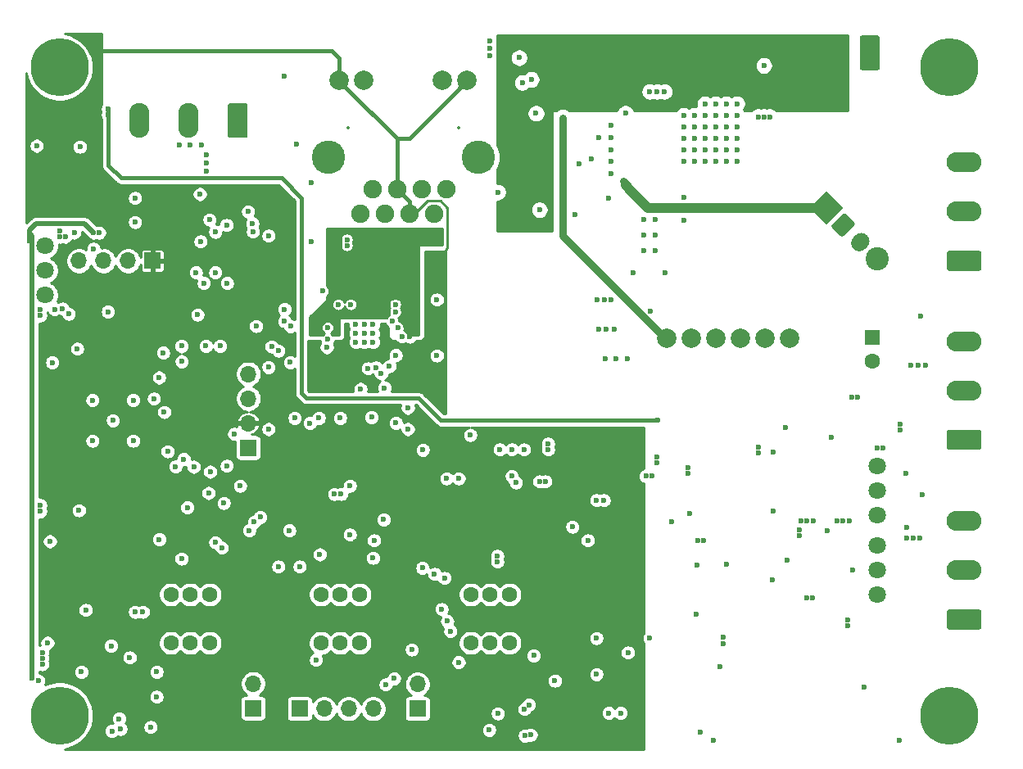
<source format=gbr>
%TF.GenerationSoftware,KiCad,Pcbnew,(5.1.10)-1*%
%TF.CreationDate,2022-06-11T01:01:33+08:00*%
%TF.ProjectId,interface,696e7465-7266-4616-9365-2e6b69636164,rev?*%
%TF.SameCoordinates,Original*%
%TF.FileFunction,Copper,L3,Inr*%
%TF.FilePolarity,Positive*%
%FSLAX46Y46*%
G04 Gerber Fmt 4.6, Leading zero omitted, Abs format (unit mm)*
G04 Created by KiCad (PCBNEW (5.1.10)-1) date 2022-06-11 01:01:33*
%MOMM*%
%LPD*%
G01*
G04 APERTURE LIST*
%TA.AperFunction,ComponentPad*%
%ADD10O,1.700000X1.700000*%
%TD*%
%TA.AperFunction,ComponentPad*%
%ADD11R,1.700000X1.700000*%
%TD*%
%TA.AperFunction,ComponentPad*%
%ADD12C,1.600000*%
%TD*%
%TA.AperFunction,ComponentPad*%
%ADD13O,3.600000X2.080000*%
%TD*%
%TA.AperFunction,ComponentPad*%
%ADD14O,2.080000X3.600000*%
%TD*%
%TA.AperFunction,ComponentPad*%
%ADD15R,1.600000X1.600000*%
%TD*%
%TA.AperFunction,ComponentPad*%
%ADD16C,0.800000*%
%TD*%
%TA.AperFunction,ComponentPad*%
%ADD17C,6.000000*%
%TD*%
%TA.AperFunction,ComponentPad*%
%ADD18C,2.400000*%
%TD*%
%TA.AperFunction,ComponentPad*%
%ADD19C,0.350000*%
%TD*%
%TA.AperFunction,ComponentPad*%
%ADD20C,2.000000*%
%TD*%
%TA.AperFunction,ComponentPad*%
%ADD21C,1.800000*%
%TD*%
%TA.AperFunction,ComponentPad*%
%ADD22C,3.450000*%
%TD*%
%TA.AperFunction,ComponentPad*%
%ADD23C,1.900000*%
%TD*%
%TA.AperFunction,ViaPad*%
%ADD24C,0.600000*%
%TD*%
%TA.AperFunction,Conductor*%
%ADD25C,0.381000*%
%TD*%
%TA.AperFunction,Conductor*%
%ADD26C,0.762000*%
%TD*%
%TA.AperFunction,Conductor*%
%ADD27C,1.000000*%
%TD*%
%TA.AperFunction,Conductor*%
%ADD28C,0.508000*%
%TD*%
%TA.AperFunction,Conductor*%
%ADD29C,0.254000*%
%TD*%
%TA.AperFunction,Conductor*%
%ADD30C,0.350000*%
%TD*%
%ADD31C,0.300000*%
%ADD32C,0.350000*%
G04 APERTURE END LIST*
D10*
%TO.N,/SPWM2_TMS*%
%TO.C,J3*%
X36420000Y4700000D03*
%TO.N,/SPWM1_TCK*%
X33880000Y4700000D03*
%TO.N,/LMTX2_TDO*%
X31340000Y4700000D03*
D11*
%TO.N,/LMTX1_TDI*%
X28800000Y4700000D03*
%TD*%
%TO.N,GNDPWR*%
%TO.C,C4*%
%TA.AperFunction,ComponentPad*%
G36*
G01*
X86060660Y53427208D02*
X86272792Y53639340D01*
G75*
G02*
X87474874Y53639340I601041J-601041D01*
G01*
X87474874Y53639340D01*
G75*
G02*
X87474874Y52437258I-601041J-601041D01*
G01*
X87262742Y52225126D01*
G75*
G02*
X86060660Y52225126I-601041J601041D01*
G01*
X86060660Y52225126D01*
G75*
G02*
X86060660Y53427208I601041J601041D01*
G01*
G37*
%TD.AperFunction*%
%TO.N,Net-(C4-Pad1)*%
%TA.AperFunction,ComponentPad*%
G36*
G01*
X83868629Y54770711D02*
X84929289Y55831371D01*
G75*
G02*
X85282843Y55831371I176777J-176777D01*
G01*
X86131371Y54982843D01*
G75*
G02*
X86131371Y54629289I-176777J-176777D01*
G01*
X85070711Y53568629D01*
G75*
G02*
X84717157Y53568629I-176777J176777D01*
G01*
X83868629Y54417157D01*
G75*
G02*
X83868629Y54770711I176777J176777D01*
G01*
G37*
%TD.AperFunction*%
%TD*%
D10*
%TO.N,/LEDBX*%
%TO.C,D12*%
X41000000Y7250000D03*
D11*
%TO.N,Net-(D12-Pad1)*%
X41000000Y4710000D03*
%TD*%
D10*
%TO.N,/LEDAX_485RW*%
%TO.C,D11*%
X24000000Y7290000D03*
D11*
%TO.N,Net-(D11-Pad1)*%
X24000000Y4750000D03*
%TD*%
D10*
%TO.N,GND*%
%TO.C,J8*%
X5980000Y51000000D03*
%TO.N,/PROG_TXD*%
X8520000Y51000000D03*
%TO.N,/PROG_RXD*%
X11060000Y51000000D03*
D11*
%TO.N,+3V3*%
X13600000Y51000000D03*
%TD*%
D12*
%TO.N,N/C*%
%TO.C,SW4*%
X46500000Y16500000D03*
X48500000Y16500000D03*
X50500000Y16500000D03*
%TO.N,/ADC_Manual*%
X46500000Y11500000D03*
%TO.N,GND*%
X48500000Y11500000D03*
%TO.N,N/C*%
X50500000Y11500000D03*
%TD*%
%TO.N,N/C*%
%TO.C,SW3*%
X31000000Y16500000D03*
X33000000Y16500000D03*
X35000000Y16500000D03*
%TO.N,Net-(R15-Pad1)*%
X31000000Y11500000D03*
%TO.N,GND*%
X33000000Y11500000D03*
%TO.N,N/C*%
X35000000Y11500000D03*
%TD*%
%TO.N,N/C*%
%TO.C,SW2*%
X15500000Y16500000D03*
X17500000Y16500000D03*
X19500000Y16500000D03*
%TO.N,Net-(R26-Pad1)*%
X15500000Y11500000D03*
%TO.N,GND*%
X17500000Y11500000D03*
%TO.N,N/C*%
X19500000Y11500000D03*
%TD*%
D13*
%TO.N,Net-(J9-Pad3)*%
%TO.C,J9*%
X97500000Y42660000D03*
%TO.N,Net-(C28-Pad1)*%
X97500000Y37580000D03*
%TO.N,Net-(J9-Pad1)*%
%TA.AperFunction,ComponentPad*%
G36*
G01*
X99050002Y31460000D02*
X95949998Y31460000D01*
G75*
G02*
X95700000Y31709998I0J249998D01*
G01*
X95700000Y33290002D01*
G75*
G02*
X95949998Y33540000I249998J0D01*
G01*
X99050002Y33540000D01*
G75*
G02*
X99300000Y33290002I0J-249998D01*
G01*
X99300000Y31709998D01*
G75*
G02*
X99050002Y31460000I-249998J0D01*
G01*
G37*
%TD.AperFunction*%
%TD*%
D14*
%TO.N,/RS485/A485*%
%TO.C,J12*%
X12250000Y65500000D03*
%TO.N,GNDPWR*%
X17330000Y65500000D03*
%TO.N,/RS485/B485*%
%TA.AperFunction,ComponentPad*%
G36*
G01*
X23450000Y67050002D02*
X23450000Y63949998D01*
G75*
G02*
X23200002Y63700000I-249998J0D01*
G01*
X21619998Y63700000D01*
G75*
G02*
X21370000Y63949998I0J249998D01*
G01*
X21370000Y67050002D01*
G75*
G02*
X21619998Y67300000I249998J0D01*
G01*
X23200002Y67300000D01*
G75*
G02*
X23450000Y67050002I0J-249998D01*
G01*
G37*
%TD.AperFunction*%
%TD*%
D13*
%TO.N,Net-(J11-Pad3)*%
%TO.C,J11*%
X97500000Y24080000D03*
%TO.N,Net-(C27-Pad1)*%
X97500000Y19000000D03*
%TO.N,Net-(J11-Pad1)*%
%TA.AperFunction,ComponentPad*%
G36*
G01*
X99050002Y12880000D02*
X95949998Y12880000D01*
G75*
G02*
X95700000Y13129998I0J249998D01*
G01*
X95700000Y14710002D01*
G75*
G02*
X95949998Y14960000I249998J0D01*
G01*
X99050002Y14960000D01*
G75*
G02*
X99300000Y14710002I0J-249998D01*
G01*
X99300000Y13129998D01*
G75*
G02*
X99050002Y12880000I-249998J0D01*
G01*
G37*
%TD.AperFunction*%
%TD*%
%TO.N,GNDPWR*%
%TO.C,J10*%
X97500000Y61160000D03*
%TO.N,Net-(J10-Pad2)*%
X97500000Y56080000D03*
%TO.N,Net-(J10-Pad1)*%
%TA.AperFunction,ComponentPad*%
G36*
G01*
X99050002Y49960000D02*
X95949998Y49960000D01*
G75*
G02*
X95700000Y50209998I0J249998D01*
G01*
X95700000Y51790002D01*
G75*
G02*
X95949998Y52040000I249998J0D01*
G01*
X99050002Y52040000D01*
G75*
G02*
X99300000Y51790002I0J-249998D01*
G01*
X99300000Y50209998D01*
G75*
G02*
X99050002Y49960000I-249998J0D01*
G01*
G37*
%TD.AperFunction*%
%TD*%
D14*
%TO.N,VAC*%
%TO.C,J1*%
X82670000Y72500000D03*
%TO.N,GNDPWR*%
%TA.AperFunction,ComponentPad*%
G36*
G01*
X88790000Y74050002D02*
X88790000Y70949998D01*
G75*
G02*
X88540002Y70700000I-249998J0D01*
G01*
X86959998Y70700000D01*
G75*
G02*
X86710000Y70949998I0J249998D01*
G01*
X86710000Y74050002D01*
G75*
G02*
X86959998Y74300000I249998J0D01*
G01*
X88540002Y74300000D01*
G75*
G02*
X88790000Y74050002I0J-249998D01*
G01*
G37*
%TD.AperFunction*%
%TD*%
D12*
%TO.N,GND*%
%TO.C,C2*%
X88000000Y40600000D03*
D15*
%TO.N,+5V*%
X88000000Y43100000D03*
%TD*%
D16*
%TO.N,Net-(SC4-Pad1)*%
%TO.C,SC4*%
X98056810Y5187500D03*
X98056810Y2812500D03*
X96000000Y1625000D03*
X93943190Y2812500D03*
X93943190Y5187500D03*
X96000000Y6375000D03*
D17*
X96000000Y4000000D03*
%TD*%
D16*
%TO.N,Net-(SC3-Pad1)*%
%TO.C,SC3*%
X6056810Y5187500D03*
X6056810Y2812500D03*
X4000000Y1625000D03*
X1943190Y2812500D03*
X1943190Y5187500D03*
X4000000Y6375000D03*
D17*
X4000000Y4000000D03*
%TD*%
D16*
%TO.N,Net-(SC2-Pad1)*%
%TO.C,SC2*%
X98056810Y72187500D03*
X98056810Y69812500D03*
X96000000Y68625000D03*
X93943190Y69812500D03*
X93943190Y72187500D03*
X96000000Y73375000D03*
D17*
X96000000Y71000000D03*
%TD*%
D16*
%TO.N,Net-(SC1-Pad1)*%
%TO.C,SC1*%
X6056810Y72187500D03*
X6056810Y69812500D03*
X4000000Y68625000D03*
X1943190Y69812500D03*
X1943190Y72187500D03*
X4000000Y73375000D03*
D17*
X4000000Y71000000D03*
%TD*%
D18*
%TO.N,GNDPWR*%
%TO.C,C5*%
X88553301Y51196699D03*
%TA.AperFunction,ComponentPad*%
D19*
%TO.N,Net-(C4-Pad1)*%
G36*
X81552944Y56500000D02*
G01*
X83250000Y58197056D01*
X84947056Y56500000D01*
X83250000Y54802944D01*
X81552944Y56500000D01*
G37*
%TD.AperFunction*%
%TD*%
D10*
%TO.N,/SDA*%
%TO.C,U6*%
X23500000Y39310000D03*
%TO.N,/SCL*%
X23500000Y36770000D03*
%TO.N,+3V3*%
X23500000Y34230000D03*
D11*
%TO.N,GND*%
X23500000Y31690000D03*
%TD*%
D20*
%TO.N,+5V*%
%TO.C,U1*%
X76910000Y43000000D03*
%TO.N,+12V*%
X71830000Y43000000D03*
%TO.N,+5V*%
X79450000Y43000000D03*
%TO.N,GND*%
X74370000Y43000000D03*
%TO.N,GNDPWR*%
X69290000Y43000000D03*
%TO.N,+12V*%
X66750000Y43000000D03*
%TD*%
D21*
%TO.N,Net-(J11-Pad1)*%
%TO.C,JP3*%
X88500000Y16500000D03*
%TO.N,Net-(C27-Pad1)*%
X88500000Y19040000D03*
%TO.N,Net-(JP3-Pad1)*%
X88500000Y21580000D03*
%TD*%
%TO.N,Net-(J9-Pad1)*%
%TO.C,JP2*%
X88500000Y24670000D03*
%TO.N,Net-(C28-Pad1)*%
X88500000Y27210000D03*
%TO.N,Net-(JP2-Pad1)*%
X88500000Y29750000D03*
%TD*%
%TO.N,GND*%
%TO.C,JP1*%
X2500000Y47460000D03*
%TO.N,/BOOT_WP*%
X2500000Y50000000D03*
%TO.N,Net-(JP1-Pad1)*%
X2500000Y52540000D03*
%TD*%
D20*
%TO.N,+3V3*%
%TO.C,J6*%
X32875000Y69650000D03*
%TO.N,Net-(J6-Pad11)*%
X35415000Y69650000D03*
%TO.N,Net-(J6-Pad10)*%
X43585000Y69650000D03*
%TO.N,+3V3*%
X46125000Y69650000D03*
D22*
%TO.N,N/C*%
X31755000Y61700000D03*
X47245000Y61700000D03*
D23*
X36330000Y58400000D03*
%TO.N,+3V3*%
X38870000Y58400000D03*
%TO.N,/RXP*%
X41410000Y58400000D03*
%TO.N,/TXP*%
X43950000Y58400000D03*
%TO.N,Net-(J6-Pad8)*%
X35060000Y55860000D03*
%TO.N,/RXN*%
X37600000Y55860000D03*
%TO.N,/TXN*%
X42680000Y55860000D03*
%TO.N,+3V3*%
X40140000Y55860000D03*
%TD*%
D24*
%TO.N,GNDPWR*%
X49500000Y31500000D03*
X52000000Y31500000D03*
X65600000Y53700000D03*
X52750000Y69750000D03*
X30000000Y59100000D03*
X80500000Y22600000D03*
X80500000Y23200000D03*
X81200000Y16150000D03*
X81800000Y16150000D03*
X81250000Y24150000D03*
X81900000Y24150000D03*
X80650000Y24150000D03*
X85000000Y24150000D03*
X84350000Y24150000D03*
X85650000Y24150000D03*
X83350000Y23100000D03*
X91600000Y23450000D03*
X92250010Y22350000D03*
X92950000Y22350000D03*
X91550000Y22350000D03*
X77750000Y25100000D03*
X77750000Y31200000D03*
X72950000Y19600000D03*
X69950000Y22100000D03*
X70550000Y22100000D03*
X91450000Y29050000D03*
X92750000Y40200000D03*
X93550000Y40200000D03*
X92000000Y40200000D03*
X93000000Y45300000D03*
X18500000Y57900000D03*
X19150000Y60250000D03*
X19150000Y61100000D03*
X19150000Y61950000D03*
X16350000Y62950000D03*
X17500000Y62950000D03*
X18700000Y62950000D03*
X65600000Y55300000D03*
X64400000Y55300000D03*
X64400000Y53700000D03*
X54500000Y31500000D03*
X27200000Y70100000D03*
X61000000Y65000000D03*
X61000000Y62500000D03*
X61000000Y60000000D03*
X61000000Y61250000D03*
X61000000Y63750000D03*
X60750000Y57500000D03*
X57250000Y55750000D03*
X59750000Y63750000D03*
X59000000Y61500000D03*
X65750000Y68500000D03*
X65000000Y68500000D03*
X66500000Y68500000D03*
X60300000Y47000000D03*
X61000000Y47000000D03*
X59600000Y47000000D03*
X60500000Y43900000D03*
X61300000Y43900000D03*
X59700000Y43900000D03*
X61500000Y40900000D03*
X60400000Y40900000D03*
X62700000Y40900000D03*
X23986382Y54017605D03*
X1630210Y62896394D03*
X51175000Y28075000D03*
X50750000Y28750000D03*
X50750000Y31500000D03*
X85500000Y13300000D03*
X85500000Y13900000D03*
X33700000Y53200000D03*
X33700000Y52600000D03*
X76800000Y71200000D03*
X76800000Y65900000D03*
X77400000Y65900000D03*
X76200000Y65900000D03*
X54500000Y32100000D03*
X49300000Y58100002D03*
X57700000Y61000000D03*
X65600000Y52100000D03*
X64400000Y52100000D03*
%TO.N,+5V*%
X65800000Y34500000D03*
X9000000Y66100000D03*
X9000000Y66700000D03*
%TO.N,Net-(C4-Pad1)*%
X51500000Y72000000D03*
X62550000Y58750000D03*
X62250000Y59250000D03*
X51827770Y69433044D03*
X53250000Y66250000D03*
X62500000Y66250000D03*
%TO.N,+5VD*%
X19499994Y55250000D03*
X7496066Y53917367D03*
X28500000Y63100000D03*
X53600000Y28200000D03*
X54200000Y28200000D03*
X20095000Y49805000D03*
X20095000Y53995000D03*
X25600000Y53600000D03*
X53000000Y10200000D03*
X1100000Y7900000D03*
X900000Y53800000D03*
X900000Y53100000D03*
X8082633Y53916798D03*
X1800000Y7600000D03*
X18100000Y49799990D03*
%TO.N,+3V3*%
X43000000Y44250000D03*
X39000000Y38500000D03*
X42750000Y39500000D03*
X35250000Y30500000D03*
X38750000Y30500000D03*
X26100000Y47100000D03*
X43200000Y51400000D03*
X6750000Y67350000D03*
X22250000Y58656290D03*
X37500000Y27750000D03*
X48000000Y28250000D03*
X31205520Y47868420D03*
X5250000Y23250016D03*
X5250000Y23999996D03*
X47850000Y4250000D03*
X52050000Y8000000D03*
X55200000Y11350000D03*
X55950000Y26250000D03*
X55950000Y26850000D03*
X55950000Y25650000D03*
X55300000Y25650000D03*
X55300000Y26250000D03*
X55300000Y26850000D03*
X1630210Y57080863D03*
X17800000Y19801843D03*
X27300000Y20700000D03*
X24000000Y15600000D03*
X23080820Y20069790D03*
X11130210Y20100000D03*
X11130210Y19500000D03*
X11100000Y20700002D03*
X34600000Y21900000D03*
%TO.N,VAC*%
X51500000Y62499994D03*
X48500000Y73750000D03*
X48500000Y73000000D03*
X48500000Y72250000D03*
X50750016Y62500000D03*
X53200000Y63800000D03*
X50700000Y61500000D03*
X51500000Y61500000D03*
X51800000Y54600000D03*
X50600000Y54600000D03*
X50600000Y55600000D03*
X51800000Y55600000D03*
X49500000Y54600000D03*
X49500000Y55600000D03*
X51200000Y55100000D03*
X50000000Y55100000D03*
%TO.N,Net-(J9-Pad1)*%
X88500000Y31650000D03*
X89100000Y31650000D03*
%TO.N,/SCL*%
X13750000Y36750000D03*
%TO.N,Net-(R15-Pad1)*%
X45250000Y9500000D03*
%TO.N,Net-(R22-Pad1)*%
X36724341Y39975957D03*
X38090219Y40114486D03*
%TO.N,/SDA*%
X27750000Y23130210D03*
X14273989Y38933178D03*
X23591664Y23126856D03*
%TO.N,Net-(R28-Pad1)*%
X87200000Y6900000D03*
X70200000Y2300000D03*
%TO.N,+12V*%
X76250000Y31750000D03*
X76250000Y31150000D03*
X90900000Y33499998D03*
X86450000Y36900000D03*
X85850000Y36900000D03*
X90900000Y34100000D03*
X71600000Y1400000D03*
X90800000Y1400000D03*
X56000000Y64400000D03*
X56003202Y65080000D03*
X56003202Y65800000D03*
X65100000Y45800000D03*
X53600000Y56278982D03*
%TO.N,GND*%
X36400000Y44400000D03*
X35500000Y44400000D03*
X34600000Y44400000D03*
X34600000Y43500000D03*
X36400000Y43500000D03*
X35500000Y42600000D03*
X11600000Y36600000D03*
X11600000Y32400000D03*
X7400000Y32400000D03*
X7400000Y36600000D03*
X9500000Y34500000D03*
X36400000Y42600000D03*
X34600000Y42600000D03*
X65750000Y30750000D03*
X65750000Y30100000D03*
X64600000Y28750000D03*
X65250000Y28750000D03*
X59500000Y26250000D03*
X60250000Y26250000D03*
X3000000Y22000000D03*
X49250000Y20500000D03*
X49250000Y19900000D03*
X32400000Y26900000D03*
X33100000Y26900000D03*
X30900000Y20650000D03*
X27869925Y44239273D03*
X2000000Y25750000D03*
X2000000Y25100000D03*
X2000000Y45350000D03*
X2000000Y46000000D03*
X60750000Y4250000D03*
X62000000Y4250000D03*
X62750000Y10500000D03*
X69000000Y29000000D03*
X69000000Y29600000D03*
X28300000Y34750000D03*
X30800000Y34750000D03*
X12600000Y14700000D03*
X35500000Y43482368D03*
X43000000Y47000000D03*
X43000000Y41200000D03*
X40000000Y35800000D03*
X4000000Y54100000D03*
X4000000Y53500000D03*
X4600000Y53500000D03*
X2200000Y9900000D03*
X2200000Y10500000D03*
X2200000Y9300000D03*
X32800000Y46500000D03*
X34100000Y46500000D03*
X38700000Y46500000D03*
X38700000Y45700000D03*
X11799992Y57500000D03*
X72600000Y12100000D03*
X72600000Y11400000D03*
X55200000Y7600000D03*
X11800000Y14699992D03*
X25916031Y42135210D03*
X19100000Y42200000D03*
X20600000Y42200000D03*
X6700000Y14900000D03*
X16600000Y42200000D03*
X16630210Y40600000D03*
X37700000Y7200000D03*
X21269372Y29817683D03*
X19564456Y29199892D03*
X37500000Y24250000D03*
X58600000Y22100000D03*
X57000000Y23500000D03*
X16600000Y20200000D03*
X36400000Y20300000D03*
X48400000Y2500000D03*
X49300000Y4200000D03*
X40400000Y10800000D03*
%TO.N,Net-(C25-Pad1)*%
X79000000Y33750000D03*
X83750000Y32731009D03*
%TO.N,Net-(C27-Pad1)*%
X86000000Y19000000D03*
%TO.N,Net-(C28-Pad1)*%
X93200000Y26800000D03*
%TO.N,/+24V*%
X70700000Y67250000D03*
X71800000Y67250000D03*
X72900000Y67250000D03*
X74000000Y67250000D03*
X68500000Y66050000D03*
X69600000Y66050000D03*
X70700000Y66050000D03*
X71800000Y66050000D03*
X72900000Y66050000D03*
X74000000Y66050000D03*
X68500000Y64850000D03*
X69600000Y64850000D03*
X70700000Y64850000D03*
X71800000Y64850000D03*
X72900000Y64850000D03*
X74000000Y64850000D03*
X68500000Y63650000D03*
X69600000Y63650000D03*
X70700000Y63650000D03*
X71800000Y63650000D03*
X72900000Y63650000D03*
X74000000Y63650000D03*
X68500000Y62450000D03*
X69600000Y62450000D03*
X70700000Y62450000D03*
X71800000Y62450000D03*
X72900000Y62450000D03*
X74000000Y62450000D03*
X68500000Y61250000D03*
X69600000Y61250000D03*
X70700000Y61250000D03*
X71800000Y61250000D03*
X72900000Y61250000D03*
X74000000Y61250000D03*
%TO.N,Net-(C36-Pad1)*%
X66603202Y49750000D03*
X63250000Y49750000D03*
%TO.N,Net-(D8-Pad2)*%
X23488202Y56100000D03*
X23933506Y54855982D03*
%TO.N,Net-(J5-Pad10)*%
X11250000Y10000000D03*
%TO.N,/RELOUT6*%
X44400000Y12700004D03*
%TO.N,Net-(J5-Pad7)*%
X2750000Y11500000D03*
%TO.N,/RELOUT4*%
X43500000Y15000000D03*
%TO.N,/RELOUT5*%
X44069790Y13750000D03*
%TO.N,/RELOUT2*%
X42750000Y18630210D03*
%TO.N,/RELOUT3*%
X43782781Y18217219D03*
%TO.N,/RELOUT1*%
X41499799Y19249799D03*
%TO.N,/ISense1*%
X6100000Y62800000D03*
%TO.N,/LMTX1_TDI*%
X67250000Y24000000D03*
%TO.N,/SER*%
X41550000Y31450000D03*
X15161787Y31300000D03*
%TO.N,/SRCLK*%
X22050000Y33100000D03*
X46448999Y32998999D03*
%TO.N,/EMAC_CLK_OUT_180*%
X14695000Y41505000D03*
X27835647Y40504810D03*
%TO.N,/485TXD*%
X7500000Y52250000D03*
X30050000Y53000000D03*
%TO.N,/485RXD*%
X11800000Y55000000D03*
X21250000Y54700000D03*
%TO.N,/EMAC_RXD0*%
X33000000Y34750000D03*
X36238881Y34836619D03*
%TO.N,/EMAC_RX_DRV*%
X38750000Y34250000D03*
X29862991Y34230210D03*
%TO.N,/LMTX2_TDO*%
X22650000Y27750000D03*
X34000000Y27750000D03*
%TO.N,Net-(R26-Pad1)*%
X30500000Y9750000D03*
%TO.N,/MDIO*%
X37588202Y37872667D03*
X37249125Y39367885D03*
X14812579Y35373012D03*
%TO.N,Net-(R32-Pad1)*%
X35111798Y37750000D03*
X35881201Y39875957D03*
%TO.N,/SPWM2_TMS*%
X17200000Y25504810D03*
%TO.N,/POT1*%
X9400000Y2400000D03*
X52100000Y1900000D03*
X52700000Y2000000D03*
%TO.N,Net-(R36-Pad2)*%
X27250000Y46000000D03*
X27250000Y44750000D03*
%TO.N,Net-(R37-Pad2)*%
X59500000Y8250000D03*
X72293710Y9007598D03*
%TO.N,Net-(R38-Pad2)*%
X24304589Y44251064D03*
X31715368Y44095814D03*
%TO.N,/SPWM1_TCK*%
X6250000Y8500000D03*
X20965259Y25953686D03*
%TO.N,/POT2*%
X10300000Y2600000D03*
X52500000Y5100000D03*
X52050000Y4650000D03*
%TO.N,Net-(R45-Pad1)*%
X59500000Y12000000D03*
X65000000Y12000000D03*
%TO.N,Net-(R50-Pad1)*%
X69900000Y19550000D03*
X79235000Y20069000D03*
%TO.N,Net-(R59-Pad1)*%
X5511388Y53917778D03*
X21300000Y48700000D03*
X18900000Y48700002D03*
X18569790Y53000000D03*
%TO.N,Net-(R66-Pad1)*%
X68500000Y57600000D03*
X68500000Y55200004D03*
%TO.N,/MDC*%
X38750000Y41250000D03*
X3250000Y40500000D03*
%TO.N,/EMAC_TXD1*%
X31702360Y42886203D03*
X38400000Y44799998D03*
X9002666Y45747334D03*
X4931494Y45525424D03*
%TO.N,/EMAC_TX_EN*%
X39397668Y43178113D03*
X26620776Y41720468D03*
%TO.N,/EMAC_TXD0*%
X31619358Y42064243D03*
%TO.N,/OE*%
X44000000Y28500000D03*
X15965000Y29730210D03*
%TO.N,/RCLK*%
X45249996Y28500000D03*
X16837036Y30501869D03*
%TO.N,Net-(U14-Pad7)*%
X69800000Y14450000D03*
X77700000Y18000000D03*
%TO.N,/PHY_VDDA*%
X40250000Y46000000D03*
X39499986Y45250000D03*
X31249776Y44750316D03*
X40200713Y43161759D03*
%TO.N,/BOOT_WP*%
X18250007Y45439367D03*
X24750000Y24500000D03*
%TO.N,/ISense1*%
X4301284Y46055623D03*
X5804995Y41904995D03*
X14300000Y22200000D03*
X6000000Y25200000D03*
%TO.N,/ADC_Manual*%
X9312579Y11200000D03*
%TO.N,/POT2*%
X10157211Y3657227D03*
%TO.N,/EMAC_TXD0*%
X38968601Y44089443D03*
%TO.N,/PHY_VDDA*%
X39739045Y44316526D03*
%TO.N,/LEDAX_485RW*%
X38569799Y7830201D03*
X40000000Y33600000D03*
X25600000Y40000000D03*
X3500000Y46000000D03*
X25600000Y33600004D03*
%TO.N,/SPWM2_TMS*%
X13400000Y2800002D03*
X20100000Y21902719D03*
%TO.N,/SPWM1_TCK*%
X14030210Y8503606D03*
X14030210Y5933646D03*
X20779456Y21327830D03*
%TO.N,/BOOT_WP*%
X17866844Y29707724D03*
%TO.N,/LMTX2_TDO*%
X69100000Y24900000D03*
X34000000Y22700638D03*
X36500000Y22100000D03*
%TO.N,/LMTX1_TDI*%
X28799994Y19400000D03*
X19400000Y27000000D03*
X24100000Y24000000D03*
X26600000Y19400000D03*
%TD*%
D25*
%TO.N,+5V*%
X41100000Y36800000D02*
X43400000Y34500000D01*
X29500000Y36800000D02*
X41100000Y36800000D01*
X29000000Y37300000D02*
X29500000Y36800000D01*
X26943701Y59556299D02*
X29000000Y57500000D01*
X43400000Y34500000D02*
X65800000Y34500000D01*
X10343701Y59556299D02*
X26943701Y59556299D01*
X9000000Y60900000D02*
X10343701Y59556299D01*
X29000000Y57500000D02*
X29000000Y37300000D01*
X9000000Y66700000D02*
X9000000Y60900000D01*
D26*
%TO.N,Net-(C4-Pad1)*%
X62490000Y58819201D02*
X62490000Y58819195D01*
D27*
X83250000Y56500000D02*
X64809195Y56500000D01*
X63029597Y58279604D02*
X62490000Y58819201D01*
X63029597Y58279597D02*
X63029597Y58279604D01*
X64809195Y56500000D02*
X63029597Y58279597D01*
X63029597Y58279597D02*
X62490000Y58819195D01*
D26*
X62490000Y59010000D02*
X62250000Y59250000D01*
X62490000Y58819195D02*
X62490000Y59010000D01*
D28*
%TO.N,+5VD*%
X6556232Y54857201D02*
X7496066Y53917367D01*
X1557201Y54857201D02*
X6556232Y54857201D01*
X900000Y54200000D02*
X1557201Y54857201D01*
X900000Y53800000D02*
X900000Y54200000D01*
X900000Y53800000D02*
X900000Y53100000D01*
X1100000Y53600000D02*
X900000Y53800000D01*
X1100000Y7900000D02*
X1100000Y53600000D01*
D29*
%TO.N,+3V3*%
X44100000Y52300000D02*
X43200000Y51400000D01*
X44100000Y56467349D02*
X44100000Y52300000D01*
X43367349Y57200000D02*
X44100000Y56467349D01*
X42000000Y57200000D02*
X43367349Y57200000D01*
X40660000Y55860000D02*
X42000000Y57200000D01*
X40140000Y55860000D02*
X40660000Y55860000D01*
D25*
X38870000Y58400000D02*
X38870000Y63655000D01*
X40140000Y57130000D02*
X38870000Y58400000D01*
X40140000Y55860000D02*
X40140000Y57130000D01*
X32875000Y71925000D02*
X32100000Y72700000D01*
X32100000Y72700000D02*
X8100000Y72700000D01*
X40130000Y63655000D02*
X38870000Y63655000D01*
D28*
X32875000Y69625000D02*
X33600000Y68900000D01*
X32875000Y69650000D02*
X32875000Y69625000D01*
D25*
X38870000Y63655000D02*
X33600000Y68900000D01*
D28*
X32875000Y69650000D02*
X32875000Y70575000D01*
D25*
X32875000Y70575000D02*
X32875000Y71925000D01*
D28*
X46125000Y69650000D02*
X45387500Y68912500D01*
D25*
X45387500Y68912500D02*
X40130000Y63655000D01*
D26*
%TO.N,+12V*%
X66626200Y43000000D02*
X66750000Y43000000D01*
X56003202Y53622998D02*
X66626200Y43000000D01*
X56003202Y65080000D02*
X56003202Y53622998D01*
X56000000Y65796798D02*
X56003202Y65800000D01*
X56000000Y64400000D02*
X56000000Y65796798D01*
%TD*%
D29*
%TO.N,/PHY_VDDA*%
X43592001Y52627000D02*
X41250000Y52627000D01*
X41225224Y52624560D01*
X41201399Y52617333D01*
X41179443Y52605597D01*
X41160197Y52589803D01*
X41144403Y52570557D01*
X41132667Y52548601D01*
X41125440Y52524776D01*
X41123000Y52500000D01*
X41123000Y43377000D01*
X40052395Y43377000D01*
X40001162Y43500687D01*
X39926635Y43612225D01*
X39831780Y43707080D01*
X39720242Y43781607D01*
X39599001Y43831826D01*
X39623430Y43890803D01*
X39649601Y44022370D01*
X39649601Y44156516D01*
X39623430Y44288083D01*
X39572095Y44412017D01*
X39497568Y44523555D01*
X39402713Y44618410D01*
X39291175Y44692937D01*
X39167241Y44744272D01*
X39081000Y44761427D01*
X39081000Y44867071D01*
X39054829Y44998638D01*
X39015504Y45093577D01*
X39022574Y45096506D01*
X39134112Y45171033D01*
X39228967Y45265888D01*
X39303494Y45377426D01*
X39354829Y45501360D01*
X39381000Y45632927D01*
X39381000Y45767073D01*
X39354829Y45898640D01*
X39303494Y46022574D01*
X39251760Y46100000D01*
X39303494Y46177426D01*
X39354829Y46301360D01*
X39381000Y46432927D01*
X39381000Y46567073D01*
X39354829Y46698640D01*
X39303494Y46822574D01*
X39228967Y46934112D01*
X39134112Y47028967D01*
X39022574Y47103494D01*
X38898640Y47154829D01*
X38767073Y47181000D01*
X38632927Y47181000D01*
X38501360Y47154829D01*
X38377426Y47103494D01*
X38265888Y47028967D01*
X38171033Y46934112D01*
X38096506Y46822574D01*
X38045171Y46698640D01*
X38019000Y46567073D01*
X38019000Y46432927D01*
X38045171Y46301360D01*
X38096506Y46177426D01*
X38148240Y46100000D01*
X38096506Y46022574D01*
X38045171Y45898640D01*
X38019000Y45767073D01*
X38019000Y45632927D01*
X38045171Y45501360D01*
X38084496Y45406421D01*
X38077426Y45403492D01*
X37965888Y45328965D01*
X37871033Y45234110D01*
X37799465Y45127000D01*
X33009659Y45127000D01*
X32984883Y45124560D01*
X32961058Y45117333D01*
X32939102Y45105597D01*
X32919856Y45089803D01*
X32904062Y45070557D01*
X32892326Y45048601D01*
X32885099Y45024776D01*
X32882661Y45000701D01*
X32873699Y43377000D01*
X32174642Y43377000D01*
X32136472Y43415170D01*
X32027489Y43487990D01*
X32037942Y43492320D01*
X32149480Y43566847D01*
X32244335Y43661702D01*
X32318862Y43773240D01*
X32370197Y43897174D01*
X32396368Y44028741D01*
X32396368Y44162887D01*
X32370197Y44294454D01*
X32318862Y44418388D01*
X32244335Y44529926D01*
X32149480Y44624781D01*
X32037942Y44699308D01*
X31914008Y44750643D01*
X31782441Y44776814D01*
X31648295Y44776814D01*
X31516728Y44750643D01*
X31392794Y44699308D01*
X31281256Y44624781D01*
X31186401Y44529926D01*
X31111874Y44418388D01*
X31060539Y44294454D01*
X31034368Y44162887D01*
X31034368Y44028741D01*
X31060539Y43897174D01*
X31111874Y43773240D01*
X31186401Y43661702D01*
X31281256Y43566847D01*
X31390239Y43494027D01*
X31379786Y43489697D01*
X31268248Y43415170D01*
X31230078Y43377000D01*
X29877000Y43377000D01*
X29877000Y45197394D01*
X31246679Y46567073D01*
X32119000Y46567073D01*
X32119000Y46432927D01*
X32145171Y46301360D01*
X32196506Y46177426D01*
X32271033Y46065888D01*
X32365888Y45971033D01*
X32477426Y45896506D01*
X32601360Y45845171D01*
X32732927Y45819000D01*
X32867073Y45819000D01*
X32998640Y45845171D01*
X33122574Y45896506D01*
X33234112Y45971033D01*
X33328967Y46065888D01*
X33403494Y46177426D01*
X33450000Y46289702D01*
X33496506Y46177426D01*
X33571033Y46065888D01*
X33665888Y45971033D01*
X33777426Y45896506D01*
X33901360Y45845171D01*
X34032927Y45819000D01*
X34167073Y45819000D01*
X34298640Y45845171D01*
X34422574Y45896506D01*
X34534112Y45971033D01*
X34628967Y46065888D01*
X34703494Y46177426D01*
X34754829Y46301360D01*
X34781000Y46432927D01*
X34781000Y46567073D01*
X34754829Y46698640D01*
X34703494Y46822574D01*
X34628967Y46934112D01*
X34534112Y47028967D01*
X34422574Y47103494D01*
X34298640Y47154829D01*
X34167073Y47181000D01*
X34032927Y47181000D01*
X33901360Y47154829D01*
X33777426Y47103494D01*
X33665888Y47028967D01*
X33571033Y46934112D01*
X33496506Y46822574D01*
X33450000Y46710298D01*
X33403494Y46822574D01*
X33328967Y46934112D01*
X33234112Y47028967D01*
X33122574Y47103494D01*
X32998640Y47154829D01*
X32867073Y47181000D01*
X32732927Y47181000D01*
X32601360Y47154829D01*
X32477426Y47103494D01*
X32365888Y47028967D01*
X32271033Y46934112D01*
X32196506Y46822574D01*
X32145171Y46698640D01*
X32119000Y46567073D01*
X31246679Y46567073D01*
X31589803Y46910197D01*
X31605597Y46929443D01*
X31617333Y46951399D01*
X31624560Y46975224D01*
X31627000Y47000000D01*
X31627000Y47331013D01*
X31639632Y47339453D01*
X31734487Y47434308D01*
X31809014Y47545846D01*
X31860349Y47669780D01*
X31886520Y47801347D01*
X31886520Y47935493D01*
X31860349Y48067060D01*
X31809014Y48190994D01*
X31734487Y48302532D01*
X31639632Y48397387D01*
X31627000Y48405827D01*
X31627000Y53267073D01*
X33019000Y53267073D01*
X33019000Y53132927D01*
X33045171Y53001360D01*
X33087156Y52900000D01*
X33045171Y52798640D01*
X33019000Y52667073D01*
X33019000Y52532927D01*
X33045171Y52401360D01*
X33096506Y52277426D01*
X33171033Y52165888D01*
X33265888Y52071033D01*
X33377426Y51996506D01*
X33501360Y51945171D01*
X33632927Y51919000D01*
X33767073Y51919000D01*
X33898640Y51945171D01*
X34022574Y51996506D01*
X34134112Y52071033D01*
X34228967Y52165888D01*
X34303494Y52277426D01*
X34354829Y52401360D01*
X34381000Y52532927D01*
X34381000Y52667073D01*
X34354829Y52798640D01*
X34312844Y52900000D01*
X34354829Y53001360D01*
X34381000Y53132927D01*
X34381000Y53267073D01*
X34354829Y53398640D01*
X34303494Y53522574D01*
X34228967Y53634112D01*
X34134112Y53728967D01*
X34022574Y53803494D01*
X33898640Y53854829D01*
X33767073Y53881000D01*
X33632927Y53881000D01*
X33501360Y53854829D01*
X33377426Y53803494D01*
X33265888Y53728967D01*
X33171033Y53634112D01*
X33096506Y53522574D01*
X33045171Y53398640D01*
X33019000Y53267073D01*
X31627000Y53267073D01*
X31627000Y54373000D01*
X43592001Y54373000D01*
X43592001Y52627000D01*
%TA.AperFunction,Conductor*%
D30*
G36*
X43592001Y52627000D02*
G01*
X41250000Y52627000D01*
X41225224Y52624560D01*
X41201399Y52617333D01*
X41179443Y52605597D01*
X41160197Y52589803D01*
X41144403Y52570557D01*
X41132667Y52548601D01*
X41125440Y52524776D01*
X41123000Y52500000D01*
X41123000Y43377000D01*
X40052395Y43377000D01*
X40001162Y43500687D01*
X39926635Y43612225D01*
X39831780Y43707080D01*
X39720242Y43781607D01*
X39599001Y43831826D01*
X39623430Y43890803D01*
X39649601Y44022370D01*
X39649601Y44156516D01*
X39623430Y44288083D01*
X39572095Y44412017D01*
X39497568Y44523555D01*
X39402713Y44618410D01*
X39291175Y44692937D01*
X39167241Y44744272D01*
X39081000Y44761427D01*
X39081000Y44867071D01*
X39054829Y44998638D01*
X39015504Y45093577D01*
X39022574Y45096506D01*
X39134112Y45171033D01*
X39228967Y45265888D01*
X39303494Y45377426D01*
X39354829Y45501360D01*
X39381000Y45632927D01*
X39381000Y45767073D01*
X39354829Y45898640D01*
X39303494Y46022574D01*
X39251760Y46100000D01*
X39303494Y46177426D01*
X39354829Y46301360D01*
X39381000Y46432927D01*
X39381000Y46567073D01*
X39354829Y46698640D01*
X39303494Y46822574D01*
X39228967Y46934112D01*
X39134112Y47028967D01*
X39022574Y47103494D01*
X38898640Y47154829D01*
X38767073Y47181000D01*
X38632927Y47181000D01*
X38501360Y47154829D01*
X38377426Y47103494D01*
X38265888Y47028967D01*
X38171033Y46934112D01*
X38096506Y46822574D01*
X38045171Y46698640D01*
X38019000Y46567073D01*
X38019000Y46432927D01*
X38045171Y46301360D01*
X38096506Y46177426D01*
X38148240Y46100000D01*
X38096506Y46022574D01*
X38045171Y45898640D01*
X38019000Y45767073D01*
X38019000Y45632927D01*
X38045171Y45501360D01*
X38084496Y45406421D01*
X38077426Y45403492D01*
X37965888Y45328965D01*
X37871033Y45234110D01*
X37799465Y45127000D01*
X33009659Y45127000D01*
X32984883Y45124560D01*
X32961058Y45117333D01*
X32939102Y45105597D01*
X32919856Y45089803D01*
X32904062Y45070557D01*
X32892326Y45048601D01*
X32885099Y45024776D01*
X32882661Y45000701D01*
X32873699Y43377000D01*
X32174642Y43377000D01*
X32136472Y43415170D01*
X32027489Y43487990D01*
X32037942Y43492320D01*
X32149480Y43566847D01*
X32244335Y43661702D01*
X32318862Y43773240D01*
X32370197Y43897174D01*
X32396368Y44028741D01*
X32396368Y44162887D01*
X32370197Y44294454D01*
X32318862Y44418388D01*
X32244335Y44529926D01*
X32149480Y44624781D01*
X32037942Y44699308D01*
X31914008Y44750643D01*
X31782441Y44776814D01*
X31648295Y44776814D01*
X31516728Y44750643D01*
X31392794Y44699308D01*
X31281256Y44624781D01*
X31186401Y44529926D01*
X31111874Y44418388D01*
X31060539Y44294454D01*
X31034368Y44162887D01*
X31034368Y44028741D01*
X31060539Y43897174D01*
X31111874Y43773240D01*
X31186401Y43661702D01*
X31281256Y43566847D01*
X31390239Y43494027D01*
X31379786Y43489697D01*
X31268248Y43415170D01*
X31230078Y43377000D01*
X29877000Y43377000D01*
X29877000Y45197394D01*
X31246679Y46567073D01*
X32119000Y46567073D01*
X32119000Y46432927D01*
X32145171Y46301360D01*
X32196506Y46177426D01*
X32271033Y46065888D01*
X32365888Y45971033D01*
X32477426Y45896506D01*
X32601360Y45845171D01*
X32732927Y45819000D01*
X32867073Y45819000D01*
X32998640Y45845171D01*
X33122574Y45896506D01*
X33234112Y45971033D01*
X33328967Y46065888D01*
X33403494Y46177426D01*
X33450000Y46289702D01*
X33496506Y46177426D01*
X33571033Y46065888D01*
X33665888Y45971033D01*
X33777426Y45896506D01*
X33901360Y45845171D01*
X34032927Y45819000D01*
X34167073Y45819000D01*
X34298640Y45845171D01*
X34422574Y45896506D01*
X34534112Y45971033D01*
X34628967Y46065888D01*
X34703494Y46177426D01*
X34754829Y46301360D01*
X34781000Y46432927D01*
X34781000Y46567073D01*
X34754829Y46698640D01*
X34703494Y46822574D01*
X34628967Y46934112D01*
X34534112Y47028967D01*
X34422574Y47103494D01*
X34298640Y47154829D01*
X34167073Y47181000D01*
X34032927Y47181000D01*
X33901360Y47154829D01*
X33777426Y47103494D01*
X33665888Y47028967D01*
X33571033Y46934112D01*
X33496506Y46822574D01*
X33450000Y46710298D01*
X33403494Y46822574D01*
X33328967Y46934112D01*
X33234112Y47028967D01*
X33122574Y47103494D01*
X32998640Y47154829D01*
X32867073Y47181000D01*
X32732927Y47181000D01*
X32601360Y47154829D01*
X32477426Y47103494D01*
X32365888Y47028967D01*
X32271033Y46934112D01*
X32196506Y46822574D01*
X32145171Y46698640D01*
X32119000Y46567073D01*
X31246679Y46567073D01*
X31589803Y46910197D01*
X31605597Y46929443D01*
X31617333Y46951399D01*
X31624560Y46975224D01*
X31627000Y47000000D01*
X31627000Y47331013D01*
X31639632Y47339453D01*
X31734487Y47434308D01*
X31809014Y47545846D01*
X31860349Y47669780D01*
X31886520Y47801347D01*
X31886520Y47935493D01*
X31860349Y48067060D01*
X31809014Y48190994D01*
X31734487Y48302532D01*
X31639632Y48397387D01*
X31627000Y48405827D01*
X31627000Y53267073D01*
X33019000Y53267073D01*
X33019000Y53132927D01*
X33045171Y53001360D01*
X33087156Y52900000D01*
X33045171Y52798640D01*
X33019000Y52667073D01*
X33019000Y52532927D01*
X33045171Y52401360D01*
X33096506Y52277426D01*
X33171033Y52165888D01*
X33265888Y52071033D01*
X33377426Y51996506D01*
X33501360Y51945171D01*
X33632927Y51919000D01*
X33767073Y51919000D01*
X33898640Y51945171D01*
X34022574Y51996506D01*
X34134112Y52071033D01*
X34228967Y52165888D01*
X34303494Y52277426D01*
X34354829Y52401360D01*
X34381000Y52532927D01*
X34381000Y52667073D01*
X34354829Y52798640D01*
X34312844Y52900000D01*
X34354829Y53001360D01*
X34381000Y53132927D01*
X34381000Y53267073D01*
X34354829Y53398640D01*
X34303494Y53522574D01*
X34228967Y53634112D01*
X34134112Y53728967D01*
X34022574Y53803494D01*
X33898640Y53854829D01*
X33767073Y53881000D01*
X33632927Y53881000D01*
X33501360Y53854829D01*
X33377426Y53803494D01*
X33265888Y53728967D01*
X33171033Y53634112D01*
X33096506Y53522574D01*
X33045171Y53398640D01*
X33019000Y53267073D01*
X31627000Y53267073D01*
X31627000Y54373000D01*
X43592001Y54373000D01*
X43592001Y52627000D01*
G37*
%TD.AperFunction*%
%TD*%
D29*
%TO.N,+3V3*%
X8373000Y67215685D02*
X8372385Y67215070D01*
X8283959Y67082732D01*
X8223051Y66935685D01*
X8192000Y66779581D01*
X8192000Y66620419D01*
X8223051Y66464315D01*
X8249691Y66400000D01*
X8223051Y66335685D01*
X8192000Y66179581D01*
X8192000Y66020419D01*
X8223051Y65864315D01*
X8283959Y65717268D01*
X8301500Y65691016D01*
X8301501Y60934308D01*
X8298122Y60900000D01*
X8311608Y60763071D01*
X8351549Y60631402D01*
X8416409Y60510057D01*
X8481826Y60430347D01*
X8481830Y60430343D01*
X8503698Y60403697D01*
X8530343Y60381830D01*
X9825534Y59086637D01*
X9847398Y59059996D01*
X9874038Y59038133D01*
X9874046Y59038125D01*
X9953757Y58972708D01*
X10074541Y58908148D01*
X10075104Y58907847D01*
X10206771Y58867906D01*
X10309392Y58857799D01*
X10309402Y58857799D01*
X10343700Y58854421D01*
X10377998Y58857799D01*
X26654374Y58857799D01*
X28301500Y57210672D01*
X28301501Y44922678D01*
X28252657Y44955314D01*
X28105610Y45016222D01*
X28006102Y45036015D01*
X27966041Y45132732D01*
X27877615Y45265070D01*
X27767685Y45375000D01*
X27877615Y45484930D01*
X27966041Y45617268D01*
X28026949Y45764315D01*
X28058000Y45920419D01*
X28058000Y46079581D01*
X28026949Y46235685D01*
X27966041Y46382732D01*
X27877615Y46515070D01*
X27765070Y46627615D01*
X27632732Y46716041D01*
X27485685Y46776949D01*
X27329581Y46808000D01*
X27170419Y46808000D01*
X27014315Y46776949D01*
X26867268Y46716041D01*
X26734930Y46627615D01*
X26622385Y46515070D01*
X26533959Y46382732D01*
X26473051Y46235685D01*
X26442000Y46079581D01*
X26442000Y45920419D01*
X26473051Y45764315D01*
X26533959Y45617268D01*
X26622385Y45484930D01*
X26732315Y45375000D01*
X26622385Y45265070D01*
X26533959Y45132732D01*
X26473051Y44985685D01*
X26442000Y44829581D01*
X26442000Y44670419D01*
X26473051Y44514315D01*
X26533959Y44367268D01*
X26622385Y44234930D01*
X26734930Y44122385D01*
X26867268Y44033959D01*
X27014315Y43973051D01*
X27113823Y43953258D01*
X27153884Y43856541D01*
X27242310Y43724203D01*
X27354855Y43611658D01*
X27487193Y43523232D01*
X27634240Y43462324D01*
X27790344Y43431273D01*
X27949506Y43431273D01*
X28105610Y43462324D01*
X28252657Y43523232D01*
X28301501Y43555869D01*
X28301501Y41165310D01*
X28218379Y41220851D01*
X28071332Y41281759D01*
X27915228Y41312810D01*
X27756066Y41312810D01*
X27599962Y41281759D01*
X27452915Y41220851D01*
X27320577Y41132425D01*
X27208032Y41019880D01*
X27119606Y40887542D01*
X27058698Y40740495D01*
X27027647Y40584391D01*
X27027647Y40425229D01*
X27058698Y40269125D01*
X27119606Y40122078D01*
X27208032Y39989740D01*
X27320577Y39877195D01*
X27452915Y39788769D01*
X27599962Y39727861D01*
X27756066Y39696810D01*
X27915228Y39696810D01*
X28071332Y39727861D01*
X28218379Y39788769D01*
X28301501Y39844310D01*
X28301501Y37334308D01*
X28298122Y37300000D01*
X28311608Y37163071D01*
X28351549Y37031402D01*
X28416409Y36910057D01*
X28481826Y36830347D01*
X28481830Y36830343D01*
X28503698Y36803697D01*
X28530343Y36781830D01*
X28981829Y36330343D01*
X29003697Y36303697D01*
X29030343Y36281829D01*
X29030346Y36281826D01*
X29110056Y36216409D01*
X29173062Y36182732D01*
X29231403Y36151548D01*
X29363070Y36111607D01*
X29465691Y36101500D01*
X29465702Y36101500D01*
X29500000Y36098122D01*
X29534298Y36101500D01*
X39250312Y36101500D01*
X39223051Y36035685D01*
X39192000Y35879581D01*
X39192000Y35720419D01*
X39223051Y35564315D01*
X39283959Y35417268D01*
X39372385Y35284930D01*
X39484930Y35172385D01*
X39617268Y35083959D01*
X39764315Y35023051D01*
X39920419Y34992000D01*
X40079581Y34992000D01*
X40235685Y35023051D01*
X40382732Y35083959D01*
X40515070Y35172385D01*
X40627615Y35284930D01*
X40716041Y35417268D01*
X40776949Y35564315D01*
X40808000Y35720419D01*
X40808000Y35879581D01*
X40776949Y36035685D01*
X40749688Y36101500D01*
X40810673Y36101500D01*
X42881834Y34030337D01*
X42903697Y34003697D01*
X42930337Y33981834D01*
X42930345Y33981826D01*
X43010056Y33916409D01*
X43101993Y33867268D01*
X43131403Y33851548D01*
X43263070Y33811607D01*
X43365691Y33801500D01*
X43365701Y33801500D01*
X43399999Y33798122D01*
X43434297Y33801500D01*
X46341773Y33801500D01*
X46213314Y33775948D01*
X46066267Y33715040D01*
X45933929Y33626614D01*
X45821384Y33514069D01*
X45732958Y33381731D01*
X45672050Y33234684D01*
X45640999Y33078580D01*
X45640999Y32919418D01*
X45672050Y32763314D01*
X45732958Y32616267D01*
X45821384Y32483929D01*
X45933929Y32371384D01*
X46066267Y32282958D01*
X46213314Y32222050D01*
X46369418Y32190999D01*
X46528580Y32190999D01*
X46684684Y32222050D01*
X46831731Y32282958D01*
X46964069Y32371384D01*
X47076614Y32483929D01*
X47165040Y32616267D01*
X47225948Y32763314D01*
X47256999Y32919418D01*
X47256999Y33078580D01*
X47225948Y33234684D01*
X47165040Y33381731D01*
X47076614Y33514069D01*
X46964069Y33626614D01*
X46831731Y33715040D01*
X46684684Y33775948D01*
X46556225Y33801500D01*
X64373000Y33801500D01*
X64373000Y29528677D01*
X64364315Y29526949D01*
X64217268Y29466041D01*
X64084930Y29377615D01*
X63972385Y29265070D01*
X63883959Y29132732D01*
X63823051Y28985685D01*
X63792000Y28829581D01*
X63792000Y28670419D01*
X63823051Y28514315D01*
X63883959Y28367268D01*
X63972385Y28234930D01*
X64084930Y28122385D01*
X64217268Y28033959D01*
X64364315Y27973051D01*
X64373000Y27971323D01*
X64373000Y12515685D01*
X64372385Y12515070D01*
X64283959Y12382732D01*
X64223051Y12235685D01*
X64192000Y12079581D01*
X64192000Y11920419D01*
X64223051Y11764315D01*
X64283959Y11617268D01*
X64372385Y11484930D01*
X64373000Y11484315D01*
X64373000Y533000D01*
X4551630Y533000D01*
X5023246Y626810D01*
X5661661Y891250D01*
X6236220Y1275158D01*
X6724842Y1763780D01*
X7108750Y2338339D01*
X7167254Y2479581D01*
X8592000Y2479581D01*
X8592000Y2320419D01*
X8623051Y2164315D01*
X8683959Y2017268D01*
X8772385Y1884930D01*
X8884930Y1772385D01*
X9017268Y1683959D01*
X9164315Y1623051D01*
X9320419Y1592000D01*
X9479581Y1592000D01*
X9635685Y1623051D01*
X9782732Y1683959D01*
X9915070Y1772385D01*
X9994609Y1851924D01*
X10064315Y1823051D01*
X10220419Y1792000D01*
X10379581Y1792000D01*
X10535685Y1823051D01*
X10682732Y1883959D01*
X10815070Y1972385D01*
X10927615Y2084930D01*
X11016041Y2217268D01*
X11076949Y2364315D01*
X11108000Y2520419D01*
X11108000Y2679581D01*
X11076949Y2835685D01*
X11058767Y2879583D01*
X12592000Y2879583D01*
X12592000Y2720421D01*
X12623051Y2564317D01*
X12683959Y2417270D01*
X12772385Y2284932D01*
X12884930Y2172387D01*
X13017268Y2083961D01*
X13164315Y2023053D01*
X13320419Y1992002D01*
X13479581Y1992002D01*
X13635685Y2023053D01*
X13782732Y2083961D01*
X13915070Y2172387D01*
X14027615Y2284932D01*
X14116041Y2417270D01*
X14176949Y2564317D01*
X14179985Y2579581D01*
X47592000Y2579581D01*
X47592000Y2420419D01*
X47623051Y2264315D01*
X47683959Y2117268D01*
X47772385Y1984930D01*
X47884930Y1872385D01*
X48017268Y1783959D01*
X48164315Y1723051D01*
X48320419Y1692000D01*
X48479581Y1692000D01*
X48635685Y1723051D01*
X48782732Y1783959D01*
X48915070Y1872385D01*
X49022266Y1979581D01*
X51292000Y1979581D01*
X51292000Y1820419D01*
X51323051Y1664315D01*
X51383959Y1517268D01*
X51472385Y1384930D01*
X51584930Y1272385D01*
X51717268Y1183959D01*
X51864315Y1123051D01*
X52020419Y1092000D01*
X52179581Y1092000D01*
X52335685Y1123051D01*
X52482732Y1183959D01*
X52523591Y1211260D01*
X52620419Y1192000D01*
X52779581Y1192000D01*
X52935685Y1223051D01*
X53082732Y1283959D01*
X53215070Y1372385D01*
X53327615Y1484930D01*
X53416041Y1617268D01*
X53476949Y1764315D01*
X53508000Y1920419D01*
X53508000Y2079581D01*
X53476949Y2235685D01*
X53416041Y2382732D01*
X53327615Y2515070D01*
X53215070Y2627615D01*
X53082732Y2716041D01*
X52935685Y2776949D01*
X52779581Y2808000D01*
X52620419Y2808000D01*
X52464315Y2776949D01*
X52317268Y2716041D01*
X52276409Y2688740D01*
X52179581Y2708000D01*
X52020419Y2708000D01*
X51864315Y2676949D01*
X51717268Y2616041D01*
X51584930Y2527615D01*
X51472385Y2415070D01*
X51383959Y2282732D01*
X51323051Y2135685D01*
X51292000Y1979581D01*
X49022266Y1979581D01*
X49027615Y1984930D01*
X49116041Y2117268D01*
X49176949Y2264315D01*
X49208000Y2420419D01*
X49208000Y2579581D01*
X49176949Y2735685D01*
X49116041Y2882732D01*
X49027615Y3015070D01*
X48915070Y3127615D01*
X48782732Y3216041D01*
X48635685Y3276949D01*
X48479581Y3308000D01*
X48320419Y3308000D01*
X48164315Y3276949D01*
X48017268Y3216041D01*
X47884930Y3127615D01*
X47772385Y3015070D01*
X47683959Y2882732D01*
X47623051Y2735685D01*
X47592000Y2579581D01*
X14179985Y2579581D01*
X14208000Y2720421D01*
X14208000Y2879583D01*
X14176949Y3035687D01*
X14116041Y3182734D01*
X14027615Y3315072D01*
X13915070Y3427617D01*
X13782732Y3516043D01*
X13635685Y3576951D01*
X13479581Y3608002D01*
X13320419Y3608002D01*
X13164315Y3576951D01*
X13017268Y3516043D01*
X12884930Y3427617D01*
X12772385Y3315072D01*
X12683959Y3182734D01*
X12623051Y3035687D01*
X12592000Y2879583D01*
X11058767Y2879583D01*
X11016041Y2982732D01*
X10927615Y3115070D01*
X10831170Y3211515D01*
X10873252Y3274495D01*
X10934160Y3421542D01*
X10965211Y3577646D01*
X10965211Y3736808D01*
X10934160Y3892912D01*
X10873252Y4039959D01*
X10784826Y4172297D01*
X10672281Y4284842D01*
X10539943Y4373268D01*
X10392896Y4434176D01*
X10236792Y4465227D01*
X10077630Y4465227D01*
X9921526Y4434176D01*
X9774479Y4373268D01*
X9642141Y4284842D01*
X9529596Y4172297D01*
X9441170Y4039959D01*
X9380262Y3892912D01*
X9349211Y3736808D01*
X9349211Y3577646D01*
X9380262Y3421542D01*
X9441170Y3274495D01*
X9486524Y3206619D01*
X9479581Y3208000D01*
X9320419Y3208000D01*
X9164315Y3176949D01*
X9017268Y3116041D01*
X8884930Y3027615D01*
X8772385Y2915070D01*
X8683959Y2782732D01*
X8623051Y2635685D01*
X8592000Y2479581D01*
X7167254Y2479581D01*
X7373190Y2976754D01*
X7508000Y3654492D01*
X7508000Y4345508D01*
X7373190Y5023246D01*
X7108750Y5661661D01*
X6873842Y6013227D01*
X13222210Y6013227D01*
X13222210Y5854065D01*
X13253261Y5697961D01*
X13314169Y5550914D01*
X13402595Y5418576D01*
X13515140Y5306031D01*
X13647478Y5217605D01*
X13794525Y5156697D01*
X13950629Y5125646D01*
X14109791Y5125646D01*
X14265895Y5156697D01*
X14412942Y5217605D01*
X14545280Y5306031D01*
X14657825Y5418576D01*
X14746251Y5550914D01*
X14766582Y5600000D01*
X22639543Y5600000D01*
X22639543Y3900000D01*
X22649351Y3800415D01*
X22678399Y3704657D01*
X22725571Y3616405D01*
X22789052Y3539052D01*
X22866405Y3475571D01*
X22954657Y3428399D01*
X23050415Y3399351D01*
X23150000Y3389543D01*
X24850000Y3389543D01*
X24949585Y3399351D01*
X25045343Y3428399D01*
X25133595Y3475571D01*
X25210948Y3539052D01*
X25274429Y3616405D01*
X25321601Y3704657D01*
X25350649Y3800415D01*
X25360457Y3900000D01*
X25360457Y5550000D01*
X27439543Y5550000D01*
X27439543Y3850000D01*
X27449351Y3750415D01*
X27478399Y3654657D01*
X27525571Y3566405D01*
X27589052Y3489052D01*
X27666405Y3425571D01*
X27754657Y3378399D01*
X27850415Y3349351D01*
X27950000Y3339543D01*
X29650000Y3339543D01*
X29749585Y3349351D01*
X29845343Y3378399D01*
X29933595Y3425571D01*
X30010948Y3489052D01*
X30074429Y3566405D01*
X30121601Y3654657D01*
X30150649Y3750415D01*
X30160457Y3850000D01*
X30160457Y4020975D01*
X30285172Y3834325D01*
X30474325Y3645172D01*
X30696746Y3496556D01*
X30943886Y3394187D01*
X31206249Y3342000D01*
X31473751Y3342000D01*
X31736114Y3394187D01*
X31983254Y3496556D01*
X32205675Y3645172D01*
X32394828Y3834325D01*
X32543444Y4056746D01*
X32610000Y4217426D01*
X32676556Y4056746D01*
X32825172Y3834325D01*
X33014325Y3645172D01*
X33236746Y3496556D01*
X33483886Y3394187D01*
X33746249Y3342000D01*
X34013751Y3342000D01*
X34276114Y3394187D01*
X34523254Y3496556D01*
X34745675Y3645172D01*
X34934828Y3834325D01*
X35083444Y4056746D01*
X35150000Y4217426D01*
X35216556Y4056746D01*
X35365172Y3834325D01*
X35554325Y3645172D01*
X35776746Y3496556D01*
X36023886Y3394187D01*
X36286249Y3342000D01*
X36553751Y3342000D01*
X36816114Y3394187D01*
X37063254Y3496556D01*
X37285675Y3645172D01*
X37474828Y3834325D01*
X37623444Y4056746D01*
X37725813Y4303886D01*
X37778000Y4566249D01*
X37778000Y4833751D01*
X37725813Y5096114D01*
X37623444Y5343254D01*
X37478620Y5560000D01*
X39639543Y5560000D01*
X39639543Y3860000D01*
X39649351Y3760415D01*
X39678399Y3664657D01*
X39725571Y3576405D01*
X39789052Y3499052D01*
X39866405Y3435571D01*
X39954657Y3388399D01*
X40050415Y3359351D01*
X40150000Y3349543D01*
X41850000Y3349543D01*
X41949585Y3359351D01*
X42045343Y3388399D01*
X42133595Y3435571D01*
X42210948Y3499052D01*
X42274429Y3576405D01*
X42321601Y3664657D01*
X42350649Y3760415D01*
X42360457Y3860000D01*
X42360457Y4279581D01*
X48492000Y4279581D01*
X48492000Y4120419D01*
X48523051Y3964315D01*
X48583959Y3817268D01*
X48672385Y3684930D01*
X48784930Y3572385D01*
X48917268Y3483959D01*
X49064315Y3423051D01*
X49220419Y3392000D01*
X49379581Y3392000D01*
X49535685Y3423051D01*
X49682732Y3483959D01*
X49815070Y3572385D01*
X49927615Y3684930D01*
X50016041Y3817268D01*
X50076949Y3964315D01*
X50108000Y4120419D01*
X50108000Y4279581D01*
X50076949Y4435685D01*
X50016041Y4582732D01*
X49927615Y4715070D01*
X49913104Y4729581D01*
X51242000Y4729581D01*
X51242000Y4570419D01*
X51273051Y4414315D01*
X51333959Y4267268D01*
X51422385Y4134930D01*
X51534930Y4022385D01*
X51667268Y3933959D01*
X51814315Y3873051D01*
X51970419Y3842000D01*
X52129581Y3842000D01*
X52285685Y3873051D01*
X52432732Y3933959D01*
X52565070Y4022385D01*
X52677615Y4134930D01*
X52766041Y4267268D01*
X52791851Y4329581D01*
X59942000Y4329581D01*
X59942000Y4170419D01*
X59973051Y4014315D01*
X60033959Y3867268D01*
X60122385Y3734930D01*
X60234930Y3622385D01*
X60367268Y3533959D01*
X60514315Y3473051D01*
X60670419Y3442000D01*
X60829581Y3442000D01*
X60985685Y3473051D01*
X61132732Y3533959D01*
X61265070Y3622385D01*
X61375000Y3732315D01*
X61484930Y3622385D01*
X61617268Y3533959D01*
X61764315Y3473051D01*
X61920419Y3442000D01*
X62079581Y3442000D01*
X62235685Y3473051D01*
X62382732Y3533959D01*
X62515070Y3622385D01*
X62627615Y3734930D01*
X62716041Y3867268D01*
X62776949Y4014315D01*
X62808000Y4170419D01*
X62808000Y4329581D01*
X62776949Y4485685D01*
X62716041Y4632732D01*
X62627615Y4765070D01*
X62515070Y4877615D01*
X62382732Y4966041D01*
X62235685Y5026949D01*
X62079581Y5058000D01*
X61920419Y5058000D01*
X61764315Y5026949D01*
X61617268Y4966041D01*
X61484930Y4877615D01*
X61375000Y4767685D01*
X61265070Y4877615D01*
X61132732Y4966041D01*
X60985685Y5026949D01*
X60829581Y5058000D01*
X60670419Y5058000D01*
X60514315Y5026949D01*
X60367268Y4966041D01*
X60234930Y4877615D01*
X60122385Y4765070D01*
X60033959Y4632732D01*
X59973051Y4485685D01*
X59942000Y4329581D01*
X52791851Y4329581D01*
X52800219Y4349781D01*
X52882732Y4383959D01*
X53015070Y4472385D01*
X53127615Y4584930D01*
X53216041Y4717268D01*
X53276949Y4864315D01*
X53308000Y5020419D01*
X53308000Y5179581D01*
X53276949Y5335685D01*
X53216041Y5482732D01*
X53127615Y5615070D01*
X53015070Y5727615D01*
X52882732Y5816041D01*
X52735685Y5876949D01*
X52579581Y5908000D01*
X52420419Y5908000D01*
X52264315Y5876949D01*
X52117268Y5816041D01*
X51984930Y5727615D01*
X51872385Y5615070D01*
X51783959Y5482732D01*
X51749781Y5400219D01*
X51667268Y5366041D01*
X51534930Y5277615D01*
X51422385Y5165070D01*
X51333959Y5032732D01*
X51273051Y4885685D01*
X51242000Y4729581D01*
X49913104Y4729581D01*
X49815070Y4827615D01*
X49682732Y4916041D01*
X49535685Y4976949D01*
X49379581Y5008000D01*
X49220419Y5008000D01*
X49064315Y4976949D01*
X48917268Y4916041D01*
X48784930Y4827615D01*
X48672385Y4715070D01*
X48583959Y4582732D01*
X48523051Y4435685D01*
X48492000Y4279581D01*
X42360457Y4279581D01*
X42360457Y5560000D01*
X42350649Y5659585D01*
X42321601Y5755343D01*
X42274429Y5843595D01*
X42210948Y5920948D01*
X42133595Y5984429D01*
X42045343Y6031601D01*
X41949585Y6060649D01*
X41850000Y6070457D01*
X41679025Y6070457D01*
X41865675Y6195172D01*
X42054828Y6384325D01*
X42203444Y6606746D01*
X42305813Y6853886D01*
X42358000Y7116249D01*
X42358000Y7383751D01*
X42305813Y7646114D01*
X42291951Y7679581D01*
X54392000Y7679581D01*
X54392000Y7520419D01*
X54423051Y7364315D01*
X54483959Y7217268D01*
X54572385Y7084930D01*
X54684930Y6972385D01*
X54817268Y6883959D01*
X54964315Y6823051D01*
X55120419Y6792000D01*
X55279581Y6792000D01*
X55435685Y6823051D01*
X55582732Y6883959D01*
X55715070Y6972385D01*
X55827615Y7084930D01*
X55916041Y7217268D01*
X55976949Y7364315D01*
X56008000Y7520419D01*
X56008000Y7679581D01*
X55976949Y7835685D01*
X55916041Y7982732D01*
X55827615Y8115070D01*
X55715070Y8227615D01*
X55582732Y8316041D01*
X55550044Y8329581D01*
X58692000Y8329581D01*
X58692000Y8170419D01*
X58723051Y8014315D01*
X58783959Y7867268D01*
X58872385Y7734930D01*
X58984930Y7622385D01*
X59117268Y7533959D01*
X59264315Y7473051D01*
X59420419Y7442000D01*
X59579581Y7442000D01*
X59735685Y7473051D01*
X59882732Y7533959D01*
X60015070Y7622385D01*
X60127615Y7734930D01*
X60216041Y7867268D01*
X60276949Y8014315D01*
X60308000Y8170419D01*
X60308000Y8329581D01*
X60276949Y8485685D01*
X60216041Y8632732D01*
X60127615Y8765070D01*
X60015070Y8877615D01*
X59882732Y8966041D01*
X59735685Y9026949D01*
X59579581Y9058000D01*
X59420419Y9058000D01*
X59264315Y9026949D01*
X59117268Y8966041D01*
X58984930Y8877615D01*
X58872385Y8765070D01*
X58783959Y8632732D01*
X58723051Y8485685D01*
X58692000Y8329581D01*
X55550044Y8329581D01*
X55435685Y8376949D01*
X55279581Y8408000D01*
X55120419Y8408000D01*
X54964315Y8376949D01*
X54817268Y8316041D01*
X54684930Y8227615D01*
X54572385Y8115070D01*
X54483959Y7982732D01*
X54423051Y7835685D01*
X54392000Y7679581D01*
X42291951Y7679581D01*
X42203444Y7893254D01*
X42054828Y8115675D01*
X41865675Y8304828D01*
X41643254Y8453444D01*
X41396114Y8555813D01*
X41133751Y8608000D01*
X40866249Y8608000D01*
X40603886Y8555813D01*
X40356746Y8453444D01*
X40134325Y8304828D01*
X39945172Y8115675D01*
X39796556Y7893254D01*
X39694187Y7646114D01*
X39642000Y7383751D01*
X39642000Y7116249D01*
X39694187Y6853886D01*
X39796556Y6606746D01*
X39945172Y6384325D01*
X40134325Y6195172D01*
X40320975Y6070457D01*
X40150000Y6070457D01*
X40050415Y6060649D01*
X39954657Y6031601D01*
X39866405Y5984429D01*
X39789052Y5920948D01*
X39725571Y5843595D01*
X39678399Y5755343D01*
X39649351Y5659585D01*
X39639543Y5560000D01*
X37478620Y5560000D01*
X37474828Y5565675D01*
X37285675Y5754828D01*
X37063254Y5903444D01*
X36816114Y6005813D01*
X36553751Y6058000D01*
X36286249Y6058000D01*
X36023886Y6005813D01*
X35776746Y5903444D01*
X35554325Y5754828D01*
X35365172Y5565675D01*
X35216556Y5343254D01*
X35150000Y5182574D01*
X35083444Y5343254D01*
X34934828Y5565675D01*
X34745675Y5754828D01*
X34523254Y5903444D01*
X34276114Y6005813D01*
X34013751Y6058000D01*
X33746249Y6058000D01*
X33483886Y6005813D01*
X33236746Y5903444D01*
X33014325Y5754828D01*
X32825172Y5565675D01*
X32676556Y5343254D01*
X32610000Y5182574D01*
X32543444Y5343254D01*
X32394828Y5565675D01*
X32205675Y5754828D01*
X31983254Y5903444D01*
X31736114Y6005813D01*
X31473751Y6058000D01*
X31206249Y6058000D01*
X30943886Y6005813D01*
X30696746Y5903444D01*
X30474325Y5754828D01*
X30285172Y5565675D01*
X30160457Y5379025D01*
X30160457Y5550000D01*
X30150649Y5649585D01*
X30121601Y5745343D01*
X30074429Y5833595D01*
X30010948Y5910948D01*
X29933595Y5974429D01*
X29845343Y6021601D01*
X29749585Y6050649D01*
X29650000Y6060457D01*
X27950000Y6060457D01*
X27850415Y6050649D01*
X27754657Y6021601D01*
X27666405Y5974429D01*
X27589052Y5910948D01*
X27525571Y5833595D01*
X27478399Y5745343D01*
X27449351Y5649585D01*
X27439543Y5550000D01*
X25360457Y5550000D01*
X25360457Y5600000D01*
X25350649Y5699585D01*
X25321601Y5795343D01*
X25274429Y5883595D01*
X25210948Y5960948D01*
X25133595Y6024429D01*
X25045343Y6071601D01*
X24949585Y6100649D01*
X24850000Y6110457D01*
X24679025Y6110457D01*
X24865675Y6235172D01*
X25054828Y6424325D01*
X25203444Y6646746D01*
X25305813Y6893886D01*
X25358000Y7156249D01*
X25358000Y7279581D01*
X36892000Y7279581D01*
X36892000Y7120419D01*
X36923051Y6964315D01*
X36983959Y6817268D01*
X37072385Y6684930D01*
X37184930Y6572385D01*
X37317268Y6483959D01*
X37464315Y6423051D01*
X37620419Y6392000D01*
X37779581Y6392000D01*
X37935685Y6423051D01*
X38082732Y6483959D01*
X38215070Y6572385D01*
X38327615Y6684930D01*
X38416041Y6817268D01*
X38476949Y6964315D01*
X38488530Y7022537D01*
X38490218Y7022201D01*
X38649380Y7022201D01*
X38805484Y7053252D01*
X38952531Y7114160D01*
X39084869Y7202586D01*
X39197414Y7315131D01*
X39285840Y7447469D01*
X39346748Y7594516D01*
X39377799Y7750620D01*
X39377799Y7909782D01*
X39346748Y8065886D01*
X39285840Y8212933D01*
X39197414Y8345271D01*
X39084869Y8457816D01*
X38952531Y8546242D01*
X38805484Y8607150D01*
X38649380Y8638201D01*
X38490218Y8638201D01*
X38334114Y8607150D01*
X38187067Y8546242D01*
X38054729Y8457816D01*
X37942184Y8345271D01*
X37853758Y8212933D01*
X37792850Y8065886D01*
X37781269Y8007664D01*
X37779581Y8008000D01*
X37620419Y8008000D01*
X37464315Y7976949D01*
X37317268Y7916041D01*
X37184930Y7827615D01*
X37072385Y7715070D01*
X36983959Y7582732D01*
X36923051Y7435685D01*
X36892000Y7279581D01*
X25358000Y7279581D01*
X25358000Y7423751D01*
X25305813Y7686114D01*
X25203444Y7933254D01*
X25054828Y8155675D01*
X24865675Y8344828D01*
X24643254Y8493444D01*
X24396114Y8595813D01*
X24133751Y8648000D01*
X23866249Y8648000D01*
X23603886Y8595813D01*
X23356746Y8493444D01*
X23134325Y8344828D01*
X22945172Y8155675D01*
X22796556Y7933254D01*
X22694187Y7686114D01*
X22642000Y7423751D01*
X22642000Y7156249D01*
X22694187Y6893886D01*
X22796556Y6646746D01*
X22945172Y6424325D01*
X23134325Y6235172D01*
X23320975Y6110457D01*
X23150000Y6110457D01*
X23050415Y6100649D01*
X22954657Y6071601D01*
X22866405Y6024429D01*
X22789052Y5960948D01*
X22725571Y5883595D01*
X22678399Y5795343D01*
X22649351Y5699585D01*
X22639543Y5600000D01*
X14766582Y5600000D01*
X14807159Y5697961D01*
X14838210Y5854065D01*
X14838210Y6013227D01*
X14807159Y6169331D01*
X14746251Y6316378D01*
X14657825Y6448716D01*
X14545280Y6561261D01*
X14412942Y6649687D01*
X14265895Y6710595D01*
X14109791Y6741646D01*
X13950629Y6741646D01*
X13794525Y6710595D01*
X13647478Y6649687D01*
X13515140Y6561261D01*
X13402595Y6448716D01*
X13314169Y6316378D01*
X13253261Y6169331D01*
X13222210Y6013227D01*
X6873842Y6013227D01*
X6724842Y6236220D01*
X6236220Y6724842D01*
X5661661Y7108750D01*
X5023246Y7373190D01*
X4345508Y7508000D01*
X3654492Y7508000D01*
X2976754Y7373190D01*
X2483787Y7168996D01*
X2516041Y7217268D01*
X2576949Y7364315D01*
X2608000Y7520419D01*
X2608000Y7679581D01*
X2576949Y7835685D01*
X2516041Y7982732D01*
X2427615Y8115070D01*
X2315070Y8227615D01*
X2182732Y8316041D01*
X2035685Y8376949D01*
X1879581Y8408000D01*
X1862000Y8408000D01*
X1862000Y8565431D01*
X1964315Y8523051D01*
X2120419Y8492000D01*
X2279581Y8492000D01*
X2435685Y8523051D01*
X2572162Y8579581D01*
X5442000Y8579581D01*
X5442000Y8420419D01*
X5473051Y8264315D01*
X5533959Y8117268D01*
X5622385Y7984930D01*
X5734930Y7872385D01*
X5867268Y7783959D01*
X6014315Y7723051D01*
X6170419Y7692000D01*
X6329581Y7692000D01*
X6485685Y7723051D01*
X6632732Y7783959D01*
X6765070Y7872385D01*
X6877615Y7984930D01*
X6966041Y8117268D01*
X7026949Y8264315D01*
X7058000Y8420419D01*
X7058000Y8579581D01*
X7057283Y8583187D01*
X13222210Y8583187D01*
X13222210Y8424025D01*
X13253261Y8267921D01*
X13314169Y8120874D01*
X13402595Y7988536D01*
X13515140Y7875991D01*
X13647478Y7787565D01*
X13794525Y7726657D01*
X13950629Y7695606D01*
X14109791Y7695606D01*
X14265895Y7726657D01*
X14412942Y7787565D01*
X14545280Y7875991D01*
X14657825Y7988536D01*
X14746251Y8120874D01*
X14807159Y8267921D01*
X14838210Y8424025D01*
X14838210Y8583187D01*
X14807159Y8739291D01*
X14746251Y8886338D01*
X14657825Y9018676D01*
X14545280Y9131221D01*
X14412942Y9219647D01*
X14265895Y9280555D01*
X14109791Y9311606D01*
X13950629Y9311606D01*
X13794525Y9280555D01*
X13647478Y9219647D01*
X13515140Y9131221D01*
X13402595Y9018676D01*
X13314169Y8886338D01*
X13253261Y8739291D01*
X13222210Y8583187D01*
X7057283Y8583187D01*
X7026949Y8735685D01*
X6966041Y8882732D01*
X6877615Y9015070D01*
X6765070Y9127615D01*
X6632732Y9216041D01*
X6485685Y9276949D01*
X6329581Y9308000D01*
X6170419Y9308000D01*
X6014315Y9276949D01*
X5867268Y9216041D01*
X5734930Y9127615D01*
X5622385Y9015070D01*
X5533959Y8882732D01*
X5473051Y8735685D01*
X5442000Y8579581D01*
X2572162Y8579581D01*
X2582732Y8583959D01*
X2715070Y8672385D01*
X2827615Y8784930D01*
X2916041Y8917268D01*
X2976949Y9064315D01*
X3008000Y9220419D01*
X3008000Y9379581D01*
X2976949Y9535685D01*
X2950309Y9600000D01*
X2976949Y9664315D01*
X3008000Y9820419D01*
X3008000Y9979581D01*
X2988109Y10079581D01*
X10442000Y10079581D01*
X10442000Y9920419D01*
X10473051Y9764315D01*
X10533959Y9617268D01*
X10622385Y9484930D01*
X10734930Y9372385D01*
X10867268Y9283959D01*
X11014315Y9223051D01*
X11170419Y9192000D01*
X11329581Y9192000D01*
X11485685Y9223051D01*
X11632732Y9283959D01*
X11765070Y9372385D01*
X11877615Y9484930D01*
X11966041Y9617268D01*
X12026949Y9764315D01*
X12058000Y9920419D01*
X12058000Y10079581D01*
X12026949Y10235685D01*
X11966041Y10382732D01*
X11877615Y10515070D01*
X11765070Y10627615D01*
X11632732Y10716041D01*
X11485685Y10776949D01*
X11329581Y10808000D01*
X11170419Y10808000D01*
X11014315Y10776949D01*
X10867268Y10716041D01*
X10734930Y10627615D01*
X10622385Y10515070D01*
X10533959Y10382732D01*
X10473051Y10235685D01*
X10442000Y10079581D01*
X2988109Y10079581D01*
X2976949Y10135685D01*
X2950309Y10200000D01*
X2976949Y10264315D01*
X3008000Y10420419D01*
X3008000Y10579581D01*
X2979699Y10721860D01*
X2985685Y10723051D01*
X3132732Y10783959D01*
X3265070Y10872385D01*
X3377615Y10984930D01*
X3466041Y11117268D01*
X3526949Y11264315D01*
X3529985Y11279581D01*
X8504579Y11279581D01*
X8504579Y11120419D01*
X8535630Y10964315D01*
X8596538Y10817268D01*
X8684964Y10684930D01*
X8797509Y10572385D01*
X8929847Y10483959D01*
X9076894Y10423051D01*
X9232998Y10392000D01*
X9392160Y10392000D01*
X9548264Y10423051D01*
X9695311Y10483959D01*
X9827649Y10572385D01*
X9940194Y10684930D01*
X10028620Y10817268D01*
X10089528Y10964315D01*
X10120579Y11120419D01*
X10120579Y11279581D01*
X10089528Y11435685D01*
X10028620Y11582732D01*
X9997821Y11628827D01*
X14192000Y11628827D01*
X14192000Y11371173D01*
X14242266Y11118470D01*
X14340865Y10880430D01*
X14484010Y10666199D01*
X14666199Y10484010D01*
X14880430Y10340865D01*
X15118470Y10242266D01*
X15371173Y10192000D01*
X15628827Y10192000D01*
X15881530Y10242266D01*
X16119570Y10340865D01*
X16333801Y10484010D01*
X16500000Y10650209D01*
X16666199Y10484010D01*
X16880430Y10340865D01*
X17118470Y10242266D01*
X17371173Y10192000D01*
X17628827Y10192000D01*
X17881530Y10242266D01*
X18119570Y10340865D01*
X18333801Y10484010D01*
X18500000Y10650209D01*
X18666199Y10484010D01*
X18880430Y10340865D01*
X19118470Y10242266D01*
X19371173Y10192000D01*
X19628827Y10192000D01*
X19881530Y10242266D01*
X20119570Y10340865D01*
X20333801Y10484010D01*
X20515990Y10666199D01*
X20659135Y10880430D01*
X20757734Y11118470D01*
X20808000Y11371173D01*
X20808000Y11628827D01*
X29692000Y11628827D01*
X29692000Y11371173D01*
X29742266Y11118470D01*
X29840865Y10880430D01*
X29984010Y10666199D01*
X30164574Y10485635D01*
X30117268Y10466041D01*
X29984930Y10377615D01*
X29872385Y10265070D01*
X29783959Y10132732D01*
X29723051Y9985685D01*
X29692000Y9829581D01*
X29692000Y9670419D01*
X29723051Y9514315D01*
X29783959Y9367268D01*
X29872385Y9234930D01*
X29984930Y9122385D01*
X30117268Y9033959D01*
X30264315Y8973051D01*
X30420419Y8942000D01*
X30579581Y8942000D01*
X30735685Y8973051D01*
X30882732Y9033959D01*
X31015070Y9122385D01*
X31127615Y9234930D01*
X31216041Y9367268D01*
X31276949Y9514315D01*
X31289931Y9579581D01*
X44442000Y9579581D01*
X44442000Y9420419D01*
X44473051Y9264315D01*
X44533959Y9117268D01*
X44622385Y8984930D01*
X44734930Y8872385D01*
X44867268Y8783959D01*
X45014315Y8723051D01*
X45170419Y8692000D01*
X45329581Y8692000D01*
X45485685Y8723051D01*
X45632732Y8783959D01*
X45765070Y8872385D01*
X45877615Y8984930D01*
X45966041Y9117268D01*
X46026949Y9264315D01*
X46058000Y9420419D01*
X46058000Y9579581D01*
X46026949Y9735685D01*
X45966041Y9882732D01*
X45877615Y10015070D01*
X45765070Y10127615D01*
X45632732Y10216041D01*
X45485685Y10276949D01*
X45329581Y10308000D01*
X45170419Y10308000D01*
X45014315Y10276949D01*
X44867268Y10216041D01*
X44734930Y10127615D01*
X44622385Y10015070D01*
X44533959Y9882732D01*
X44473051Y9735685D01*
X44442000Y9579581D01*
X31289931Y9579581D01*
X31308000Y9670419D01*
X31308000Y9829581D01*
X31276949Y9985685D01*
X31216041Y10132732D01*
X31170853Y10200360D01*
X31381530Y10242266D01*
X31619570Y10340865D01*
X31833801Y10484010D01*
X32000000Y10650209D01*
X32166199Y10484010D01*
X32380430Y10340865D01*
X32618470Y10242266D01*
X32871173Y10192000D01*
X33128827Y10192000D01*
X33381530Y10242266D01*
X33619570Y10340865D01*
X33833801Y10484010D01*
X34000000Y10650209D01*
X34166199Y10484010D01*
X34380430Y10340865D01*
X34618470Y10242266D01*
X34871173Y10192000D01*
X35128827Y10192000D01*
X35381530Y10242266D01*
X35619570Y10340865D01*
X35833801Y10484010D01*
X36015990Y10666199D01*
X36158567Y10879581D01*
X39592000Y10879581D01*
X39592000Y10720419D01*
X39623051Y10564315D01*
X39683959Y10417268D01*
X39772385Y10284930D01*
X39884930Y10172385D01*
X40017268Y10083959D01*
X40164315Y10023051D01*
X40320419Y9992000D01*
X40479581Y9992000D01*
X40635685Y10023051D01*
X40782732Y10083959D01*
X40915070Y10172385D01*
X41027615Y10284930D01*
X41116041Y10417268D01*
X41176949Y10564315D01*
X41208000Y10720419D01*
X41208000Y10879581D01*
X41176949Y11035685D01*
X41116041Y11182732D01*
X41027615Y11315070D01*
X40915070Y11427615D01*
X40782732Y11516041D01*
X40635685Y11576949D01*
X40479581Y11608000D01*
X40320419Y11608000D01*
X40164315Y11576949D01*
X40017268Y11516041D01*
X39884930Y11427615D01*
X39772385Y11315070D01*
X39683959Y11182732D01*
X39623051Y11035685D01*
X39592000Y10879581D01*
X36158567Y10879581D01*
X36159135Y10880430D01*
X36257734Y11118470D01*
X36308000Y11371173D01*
X36308000Y11628827D01*
X45192000Y11628827D01*
X45192000Y11371173D01*
X45242266Y11118470D01*
X45340865Y10880430D01*
X45484010Y10666199D01*
X45666199Y10484010D01*
X45880430Y10340865D01*
X46118470Y10242266D01*
X46371173Y10192000D01*
X46628827Y10192000D01*
X46881530Y10242266D01*
X47119570Y10340865D01*
X47333801Y10484010D01*
X47500000Y10650209D01*
X47666199Y10484010D01*
X47880430Y10340865D01*
X48118470Y10242266D01*
X48371173Y10192000D01*
X48628827Y10192000D01*
X48881530Y10242266D01*
X49119570Y10340865D01*
X49333801Y10484010D01*
X49500000Y10650209D01*
X49666199Y10484010D01*
X49880430Y10340865D01*
X50118470Y10242266D01*
X50371173Y10192000D01*
X50628827Y10192000D01*
X50881530Y10242266D01*
X50971616Y10279581D01*
X52192000Y10279581D01*
X52192000Y10120419D01*
X52223051Y9964315D01*
X52283959Y9817268D01*
X52372385Y9684930D01*
X52484930Y9572385D01*
X52617268Y9483959D01*
X52764315Y9423051D01*
X52920419Y9392000D01*
X53079581Y9392000D01*
X53235685Y9423051D01*
X53382732Y9483959D01*
X53515070Y9572385D01*
X53627615Y9684930D01*
X53716041Y9817268D01*
X53776949Y9964315D01*
X53808000Y10120419D01*
X53808000Y10279581D01*
X53776949Y10435685D01*
X53717347Y10579581D01*
X61942000Y10579581D01*
X61942000Y10420419D01*
X61973051Y10264315D01*
X62033959Y10117268D01*
X62122385Y9984930D01*
X62234930Y9872385D01*
X62367268Y9783959D01*
X62514315Y9723051D01*
X62670419Y9692000D01*
X62829581Y9692000D01*
X62985685Y9723051D01*
X63132732Y9783959D01*
X63265070Y9872385D01*
X63377615Y9984930D01*
X63466041Y10117268D01*
X63526949Y10264315D01*
X63558000Y10420419D01*
X63558000Y10579581D01*
X63526949Y10735685D01*
X63466041Y10882732D01*
X63377615Y11015070D01*
X63265070Y11127615D01*
X63132732Y11216041D01*
X62985685Y11276949D01*
X62829581Y11308000D01*
X62670419Y11308000D01*
X62514315Y11276949D01*
X62367268Y11216041D01*
X62234930Y11127615D01*
X62122385Y11015070D01*
X62033959Y10882732D01*
X61973051Y10735685D01*
X61942000Y10579581D01*
X53717347Y10579581D01*
X53716041Y10582732D01*
X53627615Y10715070D01*
X53515070Y10827615D01*
X53382732Y10916041D01*
X53235685Y10976949D01*
X53079581Y11008000D01*
X52920419Y11008000D01*
X52764315Y10976949D01*
X52617268Y10916041D01*
X52484930Y10827615D01*
X52372385Y10715070D01*
X52283959Y10582732D01*
X52223051Y10435685D01*
X52192000Y10279581D01*
X50971616Y10279581D01*
X51119570Y10340865D01*
X51333801Y10484010D01*
X51515990Y10666199D01*
X51659135Y10880430D01*
X51757734Y11118470D01*
X51808000Y11371173D01*
X51808000Y11628827D01*
X51757734Y11881530D01*
X51675699Y12079581D01*
X58692000Y12079581D01*
X58692000Y11920419D01*
X58723051Y11764315D01*
X58783959Y11617268D01*
X58872385Y11484930D01*
X58984930Y11372385D01*
X59117268Y11283959D01*
X59264315Y11223051D01*
X59420419Y11192000D01*
X59579581Y11192000D01*
X59735685Y11223051D01*
X59882732Y11283959D01*
X60015070Y11372385D01*
X60127615Y11484930D01*
X60216041Y11617268D01*
X60276949Y11764315D01*
X60308000Y11920419D01*
X60308000Y12079581D01*
X60276949Y12235685D01*
X60216041Y12382732D01*
X60127615Y12515070D01*
X60015070Y12627615D01*
X59882732Y12716041D01*
X59735685Y12776949D01*
X59579581Y12808000D01*
X59420419Y12808000D01*
X59264315Y12776949D01*
X59117268Y12716041D01*
X58984930Y12627615D01*
X58872385Y12515070D01*
X58783959Y12382732D01*
X58723051Y12235685D01*
X58692000Y12079581D01*
X51675699Y12079581D01*
X51659135Y12119570D01*
X51515990Y12333801D01*
X51333801Y12515990D01*
X51119570Y12659135D01*
X50881530Y12757734D01*
X50628827Y12808000D01*
X50371173Y12808000D01*
X50118470Y12757734D01*
X49880430Y12659135D01*
X49666199Y12515990D01*
X49500000Y12349791D01*
X49333801Y12515990D01*
X49119570Y12659135D01*
X48881530Y12757734D01*
X48628827Y12808000D01*
X48371173Y12808000D01*
X48118470Y12757734D01*
X47880430Y12659135D01*
X47666199Y12515990D01*
X47500000Y12349791D01*
X47333801Y12515990D01*
X47119570Y12659135D01*
X46881530Y12757734D01*
X46628827Y12808000D01*
X46371173Y12808000D01*
X46118470Y12757734D01*
X45880430Y12659135D01*
X45666199Y12515990D01*
X45484010Y12333801D01*
X45340865Y12119570D01*
X45242266Y11881530D01*
X45192000Y11628827D01*
X36308000Y11628827D01*
X36257734Y11881530D01*
X36159135Y12119570D01*
X36015990Y12333801D01*
X35833801Y12515990D01*
X35619570Y12659135D01*
X35381530Y12757734D01*
X35128827Y12808000D01*
X34871173Y12808000D01*
X34618470Y12757734D01*
X34380430Y12659135D01*
X34166199Y12515990D01*
X34000000Y12349791D01*
X33833801Y12515990D01*
X33619570Y12659135D01*
X33381530Y12757734D01*
X33128827Y12808000D01*
X32871173Y12808000D01*
X32618470Y12757734D01*
X32380430Y12659135D01*
X32166199Y12515990D01*
X32000000Y12349791D01*
X31833801Y12515990D01*
X31619570Y12659135D01*
X31381530Y12757734D01*
X31128827Y12808000D01*
X30871173Y12808000D01*
X30618470Y12757734D01*
X30380430Y12659135D01*
X30166199Y12515990D01*
X29984010Y12333801D01*
X29840865Y12119570D01*
X29742266Y11881530D01*
X29692000Y11628827D01*
X20808000Y11628827D01*
X20757734Y11881530D01*
X20659135Y12119570D01*
X20515990Y12333801D01*
X20333801Y12515990D01*
X20119570Y12659135D01*
X19881530Y12757734D01*
X19628827Y12808000D01*
X19371173Y12808000D01*
X19118470Y12757734D01*
X18880430Y12659135D01*
X18666199Y12515990D01*
X18500000Y12349791D01*
X18333801Y12515990D01*
X18119570Y12659135D01*
X17881530Y12757734D01*
X17628827Y12808000D01*
X17371173Y12808000D01*
X17118470Y12757734D01*
X16880430Y12659135D01*
X16666199Y12515990D01*
X16500000Y12349791D01*
X16333801Y12515990D01*
X16119570Y12659135D01*
X15881530Y12757734D01*
X15628827Y12808000D01*
X15371173Y12808000D01*
X15118470Y12757734D01*
X14880430Y12659135D01*
X14666199Y12515990D01*
X14484010Y12333801D01*
X14340865Y12119570D01*
X14242266Y11881530D01*
X14192000Y11628827D01*
X9997821Y11628827D01*
X9940194Y11715070D01*
X9827649Y11827615D01*
X9695311Y11916041D01*
X9548264Y11976949D01*
X9392160Y12008000D01*
X9232998Y12008000D01*
X9076894Y11976949D01*
X8929847Y11916041D01*
X8797509Y11827615D01*
X8684964Y11715070D01*
X8596538Y11582732D01*
X8535630Y11435685D01*
X8504579Y11279581D01*
X3529985Y11279581D01*
X3558000Y11420419D01*
X3558000Y11579581D01*
X3526949Y11735685D01*
X3466041Y11882732D01*
X3377615Y12015070D01*
X3265070Y12127615D01*
X3132732Y12216041D01*
X2985685Y12276949D01*
X2829581Y12308000D01*
X2670419Y12308000D01*
X2514315Y12276949D01*
X2367268Y12216041D01*
X2234930Y12127615D01*
X2122385Y12015070D01*
X2033959Y11882732D01*
X1973051Y11735685D01*
X1942000Y11579581D01*
X1942000Y11420419D01*
X1970301Y11278140D01*
X1964315Y11276949D01*
X1862000Y11234569D01*
X1862000Y14979581D01*
X5892000Y14979581D01*
X5892000Y14820419D01*
X5923051Y14664315D01*
X5983959Y14517268D01*
X6072385Y14384930D01*
X6184930Y14272385D01*
X6317268Y14183959D01*
X6464315Y14123051D01*
X6620419Y14092000D01*
X6779581Y14092000D01*
X6935685Y14123051D01*
X7082732Y14183959D01*
X7215070Y14272385D01*
X7327615Y14384930D01*
X7416041Y14517268D01*
X7476949Y14664315D01*
X7499875Y14779573D01*
X10992000Y14779573D01*
X10992000Y14620411D01*
X11023051Y14464307D01*
X11083959Y14317260D01*
X11172385Y14184922D01*
X11284930Y14072377D01*
X11417268Y13983951D01*
X11564315Y13923043D01*
X11720419Y13891992D01*
X11879581Y13891992D01*
X12035685Y13923043D01*
X12182732Y13983951D01*
X12200006Y13995493D01*
X12217268Y13983959D01*
X12364315Y13923051D01*
X12520419Y13892000D01*
X12679581Y13892000D01*
X12835685Y13923051D01*
X12982732Y13983959D01*
X13115070Y14072385D01*
X13227615Y14184930D01*
X13316041Y14317268D01*
X13376949Y14464315D01*
X13408000Y14620419D01*
X13408000Y14779581D01*
X13376949Y14935685D01*
X13317347Y15079581D01*
X42692000Y15079581D01*
X42692000Y14920419D01*
X42723051Y14764315D01*
X42783959Y14617268D01*
X42872385Y14484930D01*
X42984930Y14372385D01*
X43117268Y14283959D01*
X43264315Y14223051D01*
X43396526Y14196753D01*
X43353749Y14132732D01*
X43292841Y13985685D01*
X43261790Y13829581D01*
X43261790Y13670419D01*
X43292841Y13514315D01*
X43353749Y13367268D01*
X43442175Y13234930D01*
X43554720Y13122385D01*
X43668807Y13046154D01*
X43623051Y12935689D01*
X43592000Y12779585D01*
X43592000Y12620423D01*
X43623051Y12464319D01*
X43683959Y12317272D01*
X43772385Y12184934D01*
X43884930Y12072389D01*
X44017268Y11983963D01*
X44164315Y11923055D01*
X44320419Y11892004D01*
X44479581Y11892004D01*
X44635685Y11923055D01*
X44782732Y11983963D01*
X44915070Y12072389D01*
X45027615Y12184934D01*
X45116041Y12317272D01*
X45176949Y12464319D01*
X45208000Y12620423D01*
X45208000Y12779585D01*
X45176949Y12935689D01*
X45116041Y13082736D01*
X45027615Y13215074D01*
X44915070Y13327619D01*
X44800983Y13403850D01*
X44846739Y13514315D01*
X44877790Y13670419D01*
X44877790Y13829581D01*
X44846739Y13985685D01*
X44785831Y14132732D01*
X44697405Y14265070D01*
X44584860Y14377615D01*
X44452522Y14466041D01*
X44305475Y14526949D01*
X44173264Y14553247D01*
X44216041Y14617268D01*
X44276949Y14764315D01*
X44308000Y14920419D01*
X44308000Y15079581D01*
X44276949Y15235685D01*
X44216041Y15382732D01*
X44127615Y15515070D01*
X44015070Y15627615D01*
X43882732Y15716041D01*
X43735685Y15776949D01*
X43579581Y15808000D01*
X43420419Y15808000D01*
X43264315Y15776949D01*
X43117268Y15716041D01*
X42984930Y15627615D01*
X42872385Y15515070D01*
X42783959Y15382732D01*
X42723051Y15235685D01*
X42692000Y15079581D01*
X13317347Y15079581D01*
X13316041Y15082732D01*
X13227615Y15215070D01*
X13115070Y15327615D01*
X12982732Y15416041D01*
X12835685Y15476949D01*
X12679581Y15508000D01*
X12520419Y15508000D01*
X12364315Y15476949D01*
X12217268Y15416041D01*
X12199994Y15404499D01*
X12182732Y15416033D01*
X12035685Y15476941D01*
X11879581Y15507992D01*
X11720419Y15507992D01*
X11564315Y15476941D01*
X11417268Y15416033D01*
X11284930Y15327607D01*
X11172385Y15215062D01*
X11083959Y15082724D01*
X11023051Y14935677D01*
X10992000Y14779573D01*
X7499875Y14779573D01*
X7508000Y14820419D01*
X7508000Y14979581D01*
X7476949Y15135685D01*
X7416041Y15282732D01*
X7327615Y15415070D01*
X7215070Y15527615D01*
X7082732Y15616041D01*
X6935685Y15676949D01*
X6779581Y15708000D01*
X6620419Y15708000D01*
X6464315Y15676949D01*
X6317268Y15616041D01*
X6184930Y15527615D01*
X6072385Y15415070D01*
X5983959Y15282732D01*
X5923051Y15135685D01*
X5892000Y14979581D01*
X1862000Y14979581D01*
X1862000Y16628827D01*
X14192000Y16628827D01*
X14192000Y16371173D01*
X14242266Y16118470D01*
X14340865Y15880430D01*
X14484010Y15666199D01*
X14666199Y15484010D01*
X14880430Y15340865D01*
X15118470Y15242266D01*
X15371173Y15192000D01*
X15628827Y15192000D01*
X15881530Y15242266D01*
X16119570Y15340865D01*
X16333801Y15484010D01*
X16500000Y15650209D01*
X16666199Y15484010D01*
X16880430Y15340865D01*
X17118470Y15242266D01*
X17371173Y15192000D01*
X17628827Y15192000D01*
X17881530Y15242266D01*
X18119570Y15340865D01*
X18333801Y15484010D01*
X18500000Y15650209D01*
X18666199Y15484010D01*
X18880430Y15340865D01*
X19118470Y15242266D01*
X19371173Y15192000D01*
X19628827Y15192000D01*
X19881530Y15242266D01*
X20119570Y15340865D01*
X20333801Y15484010D01*
X20515990Y15666199D01*
X20659135Y15880430D01*
X20757734Y16118470D01*
X20808000Y16371173D01*
X20808000Y16628827D01*
X29692000Y16628827D01*
X29692000Y16371173D01*
X29742266Y16118470D01*
X29840865Y15880430D01*
X29984010Y15666199D01*
X30166199Y15484010D01*
X30380430Y15340865D01*
X30618470Y15242266D01*
X30871173Y15192000D01*
X31128827Y15192000D01*
X31381530Y15242266D01*
X31619570Y15340865D01*
X31833801Y15484010D01*
X32000000Y15650209D01*
X32166199Y15484010D01*
X32380430Y15340865D01*
X32618470Y15242266D01*
X32871173Y15192000D01*
X33128827Y15192000D01*
X33381530Y15242266D01*
X33619570Y15340865D01*
X33833801Y15484010D01*
X34000000Y15650209D01*
X34166199Y15484010D01*
X34380430Y15340865D01*
X34618470Y15242266D01*
X34871173Y15192000D01*
X35128827Y15192000D01*
X35381530Y15242266D01*
X35619570Y15340865D01*
X35833801Y15484010D01*
X36015990Y15666199D01*
X36159135Y15880430D01*
X36257734Y16118470D01*
X36308000Y16371173D01*
X36308000Y16628827D01*
X45192000Y16628827D01*
X45192000Y16371173D01*
X45242266Y16118470D01*
X45340865Y15880430D01*
X45484010Y15666199D01*
X45666199Y15484010D01*
X45880430Y15340865D01*
X46118470Y15242266D01*
X46371173Y15192000D01*
X46628827Y15192000D01*
X46881530Y15242266D01*
X47119570Y15340865D01*
X47333801Y15484010D01*
X47500000Y15650209D01*
X47666199Y15484010D01*
X47880430Y15340865D01*
X48118470Y15242266D01*
X48371173Y15192000D01*
X48628827Y15192000D01*
X48881530Y15242266D01*
X49119570Y15340865D01*
X49333801Y15484010D01*
X49500000Y15650209D01*
X49666199Y15484010D01*
X49880430Y15340865D01*
X50118470Y15242266D01*
X50371173Y15192000D01*
X50628827Y15192000D01*
X50881530Y15242266D01*
X51119570Y15340865D01*
X51333801Y15484010D01*
X51515990Y15666199D01*
X51659135Y15880430D01*
X51757734Y16118470D01*
X51808000Y16371173D01*
X51808000Y16628827D01*
X51757734Y16881530D01*
X51659135Y17119570D01*
X51515990Y17333801D01*
X51333801Y17515990D01*
X51119570Y17659135D01*
X50881530Y17757734D01*
X50628827Y17808000D01*
X50371173Y17808000D01*
X50118470Y17757734D01*
X49880430Y17659135D01*
X49666199Y17515990D01*
X49500000Y17349791D01*
X49333801Y17515990D01*
X49119570Y17659135D01*
X48881530Y17757734D01*
X48628827Y17808000D01*
X48371173Y17808000D01*
X48118470Y17757734D01*
X47880430Y17659135D01*
X47666199Y17515990D01*
X47500000Y17349791D01*
X47333801Y17515990D01*
X47119570Y17659135D01*
X46881530Y17757734D01*
X46628827Y17808000D01*
X46371173Y17808000D01*
X46118470Y17757734D01*
X45880430Y17659135D01*
X45666199Y17515990D01*
X45484010Y17333801D01*
X45340865Y17119570D01*
X45242266Y16881530D01*
X45192000Y16628827D01*
X36308000Y16628827D01*
X36257734Y16881530D01*
X36159135Y17119570D01*
X36015990Y17333801D01*
X35833801Y17515990D01*
X35619570Y17659135D01*
X35381530Y17757734D01*
X35128827Y17808000D01*
X34871173Y17808000D01*
X34618470Y17757734D01*
X34380430Y17659135D01*
X34166199Y17515990D01*
X34000000Y17349791D01*
X33833801Y17515990D01*
X33619570Y17659135D01*
X33381530Y17757734D01*
X33128827Y17808000D01*
X32871173Y17808000D01*
X32618470Y17757734D01*
X32380430Y17659135D01*
X32166199Y17515990D01*
X32000000Y17349791D01*
X31833801Y17515990D01*
X31619570Y17659135D01*
X31381530Y17757734D01*
X31128827Y17808000D01*
X30871173Y17808000D01*
X30618470Y17757734D01*
X30380430Y17659135D01*
X30166199Y17515990D01*
X29984010Y17333801D01*
X29840865Y17119570D01*
X29742266Y16881530D01*
X29692000Y16628827D01*
X20808000Y16628827D01*
X20757734Y16881530D01*
X20659135Y17119570D01*
X20515990Y17333801D01*
X20333801Y17515990D01*
X20119570Y17659135D01*
X19881530Y17757734D01*
X19628827Y17808000D01*
X19371173Y17808000D01*
X19118470Y17757734D01*
X18880430Y17659135D01*
X18666199Y17515990D01*
X18500000Y17349791D01*
X18333801Y17515990D01*
X18119570Y17659135D01*
X17881530Y17757734D01*
X17628827Y17808000D01*
X17371173Y17808000D01*
X17118470Y17757734D01*
X16880430Y17659135D01*
X16666199Y17515990D01*
X16500000Y17349791D01*
X16333801Y17515990D01*
X16119570Y17659135D01*
X15881530Y17757734D01*
X15628827Y17808000D01*
X15371173Y17808000D01*
X15118470Y17757734D01*
X14880430Y17659135D01*
X14666199Y17515990D01*
X14484010Y17333801D01*
X14340865Y17119570D01*
X14242266Y16881530D01*
X14192000Y16628827D01*
X1862000Y16628827D01*
X1862000Y20279581D01*
X15792000Y20279581D01*
X15792000Y20120419D01*
X15823051Y19964315D01*
X15883959Y19817268D01*
X15972385Y19684930D01*
X16084930Y19572385D01*
X16217268Y19483959D01*
X16364315Y19423051D01*
X16520419Y19392000D01*
X16679581Y19392000D01*
X16835685Y19423051D01*
X16972162Y19479581D01*
X25792000Y19479581D01*
X25792000Y19320419D01*
X25823051Y19164315D01*
X25883959Y19017268D01*
X25972385Y18884930D01*
X26084930Y18772385D01*
X26217268Y18683959D01*
X26364315Y18623051D01*
X26520419Y18592000D01*
X26679581Y18592000D01*
X26835685Y18623051D01*
X26982732Y18683959D01*
X27115070Y18772385D01*
X27227615Y18884930D01*
X27316041Y19017268D01*
X27376949Y19164315D01*
X27408000Y19320419D01*
X27408000Y19479581D01*
X27991994Y19479581D01*
X27991994Y19320419D01*
X28023045Y19164315D01*
X28083953Y19017268D01*
X28172379Y18884930D01*
X28284924Y18772385D01*
X28417262Y18683959D01*
X28564309Y18623051D01*
X28720413Y18592000D01*
X28879575Y18592000D01*
X29035679Y18623051D01*
X29182726Y18683959D01*
X29315064Y18772385D01*
X29427609Y18884930D01*
X29516035Y19017268D01*
X29576943Y19164315D01*
X29607994Y19320419D01*
X29607994Y19329380D01*
X40691799Y19329380D01*
X40691799Y19170218D01*
X40722850Y19014114D01*
X40783758Y18867067D01*
X40872184Y18734729D01*
X40984729Y18622184D01*
X41117067Y18533758D01*
X41264114Y18472850D01*
X41420218Y18441799D01*
X41579380Y18441799D01*
X41735484Y18472850D01*
X41882531Y18533758D01*
X41942000Y18573494D01*
X41942000Y18550629D01*
X41973051Y18394525D01*
X42033959Y18247478D01*
X42122385Y18115140D01*
X42234930Y18002595D01*
X42367268Y17914169D01*
X42514315Y17853261D01*
X42670419Y17822210D01*
X42829581Y17822210D01*
X42985685Y17853261D01*
X43048233Y17879169D01*
X43066740Y17834487D01*
X43155166Y17702149D01*
X43267711Y17589604D01*
X43400049Y17501178D01*
X43547096Y17440270D01*
X43703200Y17409219D01*
X43862362Y17409219D01*
X44018466Y17440270D01*
X44165513Y17501178D01*
X44297851Y17589604D01*
X44410396Y17702149D01*
X44498822Y17834487D01*
X44559730Y17981534D01*
X44590781Y18137638D01*
X44590781Y18296800D01*
X44559730Y18452904D01*
X44498822Y18599951D01*
X44410396Y18732289D01*
X44297851Y18844834D01*
X44165513Y18933260D01*
X44018466Y18994168D01*
X43862362Y19025219D01*
X43703200Y19025219D01*
X43547096Y18994168D01*
X43484548Y18968260D01*
X43466041Y19012942D01*
X43377615Y19145280D01*
X43265070Y19257825D01*
X43132732Y19346251D01*
X42985685Y19407159D01*
X42829581Y19438210D01*
X42670419Y19438210D01*
X42514315Y19407159D01*
X42367268Y19346251D01*
X42307799Y19306515D01*
X42307799Y19329380D01*
X42276748Y19485484D01*
X42215840Y19632531D01*
X42127414Y19764869D01*
X42014869Y19877414D01*
X41882531Y19965840D01*
X41735484Y20026748D01*
X41579380Y20057799D01*
X41420218Y20057799D01*
X41264114Y20026748D01*
X41117067Y19965840D01*
X40984729Y19877414D01*
X40872184Y19764869D01*
X40783758Y19632531D01*
X40722850Y19485484D01*
X40691799Y19329380D01*
X29607994Y19329380D01*
X29607994Y19479581D01*
X29576943Y19635685D01*
X29516035Y19782732D01*
X29427609Y19915070D01*
X29315064Y20027615D01*
X29182726Y20116041D01*
X29035679Y20176949D01*
X28879575Y20208000D01*
X28720413Y20208000D01*
X28564309Y20176949D01*
X28417262Y20116041D01*
X28284924Y20027615D01*
X28172379Y19915070D01*
X28083953Y19782732D01*
X28023045Y19635685D01*
X27991994Y19479581D01*
X27408000Y19479581D01*
X27376949Y19635685D01*
X27316041Y19782732D01*
X27227615Y19915070D01*
X27115070Y20027615D01*
X26982732Y20116041D01*
X26835685Y20176949D01*
X26679581Y20208000D01*
X26520419Y20208000D01*
X26364315Y20176949D01*
X26217268Y20116041D01*
X26084930Y20027615D01*
X25972385Y19915070D01*
X25883959Y19782732D01*
X25823051Y19635685D01*
X25792000Y19479581D01*
X16972162Y19479581D01*
X16982732Y19483959D01*
X17115070Y19572385D01*
X17227615Y19684930D01*
X17316041Y19817268D01*
X17376949Y19964315D01*
X17408000Y20120419D01*
X17408000Y20279581D01*
X17376949Y20435685D01*
X17316041Y20582732D01*
X17227615Y20715070D01*
X17115070Y20827615D01*
X16982732Y20916041D01*
X16835685Y20976949D01*
X16679581Y21008000D01*
X16520419Y21008000D01*
X16364315Y20976949D01*
X16217268Y20916041D01*
X16084930Y20827615D01*
X15972385Y20715070D01*
X15883959Y20582732D01*
X15823051Y20435685D01*
X15792000Y20279581D01*
X1862000Y20279581D01*
X1862000Y22079581D01*
X2192000Y22079581D01*
X2192000Y21920419D01*
X2223051Y21764315D01*
X2283959Y21617268D01*
X2372385Y21484930D01*
X2484930Y21372385D01*
X2617268Y21283959D01*
X2764315Y21223051D01*
X2920419Y21192000D01*
X3079581Y21192000D01*
X3235685Y21223051D01*
X3382732Y21283959D01*
X3515070Y21372385D01*
X3627615Y21484930D01*
X3716041Y21617268D01*
X3776949Y21764315D01*
X3808000Y21920419D01*
X3808000Y22079581D01*
X3776949Y22235685D01*
X3758767Y22279581D01*
X13492000Y22279581D01*
X13492000Y22120419D01*
X13523051Y21964315D01*
X13583959Y21817268D01*
X13672385Y21684930D01*
X13784930Y21572385D01*
X13917268Y21483959D01*
X14064315Y21423051D01*
X14220419Y21392000D01*
X14379581Y21392000D01*
X14535685Y21423051D01*
X14682732Y21483959D01*
X14815070Y21572385D01*
X14927615Y21684930D01*
X15016041Y21817268D01*
X15076949Y21964315D01*
X15080526Y21982300D01*
X19292000Y21982300D01*
X19292000Y21823138D01*
X19323051Y21667034D01*
X19383959Y21519987D01*
X19472385Y21387649D01*
X19584930Y21275104D01*
X19717268Y21186678D01*
X19864315Y21125770D01*
X20001236Y21098535D01*
X20002507Y21092145D01*
X20063415Y20945098D01*
X20151841Y20812760D01*
X20264386Y20700215D01*
X20396724Y20611789D01*
X20543771Y20550881D01*
X20699875Y20519830D01*
X20859037Y20519830D01*
X21015141Y20550881D01*
X21162188Y20611789D01*
X21294526Y20700215D01*
X21323892Y20729581D01*
X30092000Y20729581D01*
X30092000Y20570419D01*
X30123051Y20414315D01*
X30183959Y20267268D01*
X30272385Y20134930D01*
X30384930Y20022385D01*
X30517268Y19933959D01*
X30664315Y19873051D01*
X30820419Y19842000D01*
X30979581Y19842000D01*
X31135685Y19873051D01*
X31282732Y19933959D01*
X31415070Y20022385D01*
X31527615Y20134930D01*
X31616041Y20267268D01*
X31662561Y20379581D01*
X35592000Y20379581D01*
X35592000Y20220419D01*
X35623051Y20064315D01*
X35683959Y19917268D01*
X35772385Y19784930D01*
X35884930Y19672385D01*
X36017268Y19583959D01*
X36164315Y19523051D01*
X36320419Y19492000D01*
X36479581Y19492000D01*
X36635685Y19523051D01*
X36782732Y19583959D01*
X36915070Y19672385D01*
X37027615Y19784930D01*
X37116041Y19917268D01*
X37176949Y20064315D01*
X37208000Y20220419D01*
X37208000Y20379581D01*
X37176949Y20535685D01*
X37158767Y20579581D01*
X48442000Y20579581D01*
X48442000Y20420419D01*
X48473051Y20264315D01*
X48499691Y20200000D01*
X48473051Y20135685D01*
X48442000Y19979581D01*
X48442000Y19820419D01*
X48473051Y19664315D01*
X48533959Y19517268D01*
X48622385Y19384930D01*
X48734930Y19272385D01*
X48867268Y19183959D01*
X49014315Y19123051D01*
X49170419Y19092000D01*
X49329581Y19092000D01*
X49485685Y19123051D01*
X49632732Y19183959D01*
X49765070Y19272385D01*
X49877615Y19384930D01*
X49966041Y19517268D01*
X50026949Y19664315D01*
X50058000Y19820419D01*
X50058000Y19979581D01*
X50026949Y20135685D01*
X50000309Y20200000D01*
X50026949Y20264315D01*
X50058000Y20420419D01*
X50058000Y20579581D01*
X50026949Y20735685D01*
X49966041Y20882732D01*
X49877615Y21015070D01*
X49765070Y21127615D01*
X49632732Y21216041D01*
X49485685Y21276949D01*
X49329581Y21308000D01*
X49170419Y21308000D01*
X49014315Y21276949D01*
X48867268Y21216041D01*
X48734930Y21127615D01*
X48622385Y21015070D01*
X48533959Y20882732D01*
X48473051Y20735685D01*
X48442000Y20579581D01*
X37158767Y20579581D01*
X37116041Y20682732D01*
X37027615Y20815070D01*
X36915070Y20927615D01*
X36782732Y21016041D01*
X36635685Y21076949D01*
X36479581Y21108000D01*
X36320419Y21108000D01*
X36164315Y21076949D01*
X36017268Y21016041D01*
X35884930Y20927615D01*
X35772385Y20815070D01*
X35683959Y20682732D01*
X35623051Y20535685D01*
X35592000Y20379581D01*
X31662561Y20379581D01*
X31676949Y20414315D01*
X31708000Y20570419D01*
X31708000Y20729581D01*
X31676949Y20885685D01*
X31616041Y21032732D01*
X31527615Y21165070D01*
X31415070Y21277615D01*
X31282732Y21366041D01*
X31135685Y21426949D01*
X30979581Y21458000D01*
X30820419Y21458000D01*
X30664315Y21426949D01*
X30517268Y21366041D01*
X30384930Y21277615D01*
X30272385Y21165070D01*
X30183959Y21032732D01*
X30123051Y20885685D01*
X30092000Y20729581D01*
X21323892Y20729581D01*
X21407071Y20812760D01*
X21495497Y20945098D01*
X21556405Y21092145D01*
X21587456Y21248249D01*
X21587456Y21407411D01*
X21556405Y21563515D01*
X21495497Y21710562D01*
X21407071Y21842900D01*
X21294526Y21955445D01*
X21162188Y22043871D01*
X21015141Y22104779D01*
X20878220Y22132014D01*
X20876949Y22138404D01*
X20816041Y22285451D01*
X20727615Y22417789D01*
X20615070Y22530334D01*
X20482732Y22618760D01*
X20335685Y22679668D01*
X20179581Y22710719D01*
X20020419Y22710719D01*
X19864315Y22679668D01*
X19717268Y22618760D01*
X19584930Y22530334D01*
X19472385Y22417789D01*
X19383959Y22285451D01*
X19323051Y22138404D01*
X19292000Y21982300D01*
X15080526Y21982300D01*
X15108000Y22120419D01*
X15108000Y22279581D01*
X15076949Y22435685D01*
X15016041Y22582732D01*
X14927615Y22715070D01*
X14815070Y22827615D01*
X14682732Y22916041D01*
X14535685Y22976949D01*
X14379581Y23008000D01*
X14220419Y23008000D01*
X14064315Y22976949D01*
X13917268Y22916041D01*
X13784930Y22827615D01*
X13672385Y22715070D01*
X13583959Y22582732D01*
X13523051Y22435685D01*
X13492000Y22279581D01*
X3758767Y22279581D01*
X3716041Y22382732D01*
X3627615Y22515070D01*
X3515070Y22627615D01*
X3382732Y22716041D01*
X3235685Y22776949D01*
X3079581Y22808000D01*
X2920419Y22808000D01*
X2764315Y22776949D01*
X2617268Y22716041D01*
X2484930Y22627615D01*
X2372385Y22515070D01*
X2283959Y22382732D01*
X2223051Y22235685D01*
X2192000Y22079581D01*
X1862000Y22079581D01*
X1862000Y23206437D01*
X22783664Y23206437D01*
X22783664Y23047275D01*
X22814715Y22891171D01*
X22875623Y22744124D01*
X22964049Y22611786D01*
X23076594Y22499241D01*
X23208932Y22410815D01*
X23355979Y22349907D01*
X23512083Y22318856D01*
X23671245Y22318856D01*
X23827349Y22349907D01*
X23974396Y22410815D01*
X24106734Y22499241D01*
X24219279Y22611786D01*
X24307705Y22744124D01*
X24368613Y22891171D01*
X24399664Y23047275D01*
X24399664Y23206437D01*
X24398997Y23209791D01*
X26942000Y23209791D01*
X26942000Y23050629D01*
X26973051Y22894525D01*
X27033959Y22747478D01*
X27122385Y22615140D01*
X27234930Y22502595D01*
X27367268Y22414169D01*
X27514315Y22353261D01*
X27670419Y22322210D01*
X27829581Y22322210D01*
X27985685Y22353261D01*
X28132732Y22414169D01*
X28265070Y22502595D01*
X28377615Y22615140D01*
X28466041Y22747478D01*
X28479602Y22780219D01*
X33192000Y22780219D01*
X33192000Y22621057D01*
X33223051Y22464953D01*
X33283959Y22317906D01*
X33372385Y22185568D01*
X33484930Y22073023D01*
X33617268Y21984597D01*
X33764315Y21923689D01*
X33920419Y21892638D01*
X34079581Y21892638D01*
X34235685Y21923689D01*
X34382732Y21984597D01*
X34515070Y22073023D01*
X34621628Y22179581D01*
X35692000Y22179581D01*
X35692000Y22020419D01*
X35723051Y21864315D01*
X35783959Y21717268D01*
X35872385Y21584930D01*
X35984930Y21472385D01*
X36117268Y21383959D01*
X36264315Y21323051D01*
X36420419Y21292000D01*
X36579581Y21292000D01*
X36735685Y21323051D01*
X36882732Y21383959D01*
X37015070Y21472385D01*
X37127615Y21584930D01*
X37216041Y21717268D01*
X37276949Y21864315D01*
X37308000Y22020419D01*
X37308000Y22179581D01*
X57792000Y22179581D01*
X57792000Y22020419D01*
X57823051Y21864315D01*
X57883959Y21717268D01*
X57972385Y21584930D01*
X58084930Y21472385D01*
X58217268Y21383959D01*
X58364315Y21323051D01*
X58520419Y21292000D01*
X58679581Y21292000D01*
X58835685Y21323051D01*
X58982732Y21383959D01*
X59115070Y21472385D01*
X59227615Y21584930D01*
X59316041Y21717268D01*
X59376949Y21864315D01*
X59408000Y22020419D01*
X59408000Y22179581D01*
X59376949Y22335685D01*
X59316041Y22482732D01*
X59227615Y22615070D01*
X59115070Y22727615D01*
X58982732Y22816041D01*
X58835685Y22876949D01*
X58679581Y22908000D01*
X58520419Y22908000D01*
X58364315Y22876949D01*
X58217268Y22816041D01*
X58084930Y22727615D01*
X57972385Y22615070D01*
X57883959Y22482732D01*
X57823051Y22335685D01*
X57792000Y22179581D01*
X37308000Y22179581D01*
X37276949Y22335685D01*
X37216041Y22482732D01*
X37127615Y22615070D01*
X37015070Y22727615D01*
X36882732Y22816041D01*
X36735685Y22876949D01*
X36579581Y22908000D01*
X36420419Y22908000D01*
X36264315Y22876949D01*
X36117268Y22816041D01*
X35984930Y22727615D01*
X35872385Y22615070D01*
X35783959Y22482732D01*
X35723051Y22335685D01*
X35692000Y22179581D01*
X34621628Y22179581D01*
X34627615Y22185568D01*
X34716041Y22317906D01*
X34776949Y22464953D01*
X34808000Y22621057D01*
X34808000Y22780219D01*
X34776949Y22936323D01*
X34716041Y23083370D01*
X34627615Y23215708D01*
X34515070Y23328253D01*
X34382732Y23416679D01*
X34235685Y23477587D01*
X34079581Y23508638D01*
X33920419Y23508638D01*
X33764315Y23477587D01*
X33617268Y23416679D01*
X33484930Y23328253D01*
X33372385Y23215708D01*
X33283959Y23083370D01*
X33223051Y22936323D01*
X33192000Y22780219D01*
X28479602Y22780219D01*
X28526949Y22894525D01*
X28558000Y23050629D01*
X28558000Y23209791D01*
X28526949Y23365895D01*
X28466041Y23512942D01*
X28377615Y23645280D01*
X28265070Y23757825D01*
X28132732Y23846251D01*
X27985685Y23907159D01*
X27829581Y23938210D01*
X27670419Y23938210D01*
X27514315Y23907159D01*
X27367268Y23846251D01*
X27234930Y23757825D01*
X27122385Y23645280D01*
X27033959Y23512942D01*
X26973051Y23365895D01*
X26942000Y23209791D01*
X24398997Y23209791D01*
X24391741Y23246270D01*
X24482732Y23283959D01*
X24615070Y23372385D01*
X24727615Y23484930D01*
X24816041Y23617268D01*
X24848559Y23695775D01*
X24985685Y23723051D01*
X25132732Y23783959D01*
X25265070Y23872385D01*
X25377615Y23984930D01*
X25466041Y24117268D01*
X25526949Y24264315D01*
X25539931Y24329581D01*
X36692000Y24329581D01*
X36692000Y24170419D01*
X36723051Y24014315D01*
X36783959Y23867268D01*
X36872385Y23734930D01*
X36984930Y23622385D01*
X37117268Y23533959D01*
X37264315Y23473051D01*
X37420419Y23442000D01*
X37579581Y23442000D01*
X37735685Y23473051D01*
X37882732Y23533959D01*
X37951009Y23579581D01*
X56192000Y23579581D01*
X56192000Y23420419D01*
X56223051Y23264315D01*
X56283959Y23117268D01*
X56372385Y22984930D01*
X56484930Y22872385D01*
X56617268Y22783959D01*
X56764315Y22723051D01*
X56920419Y22692000D01*
X57079581Y22692000D01*
X57235685Y22723051D01*
X57382732Y22783959D01*
X57515070Y22872385D01*
X57627615Y22984930D01*
X57716041Y23117268D01*
X57776949Y23264315D01*
X57808000Y23420419D01*
X57808000Y23579581D01*
X57776949Y23735685D01*
X57716041Y23882732D01*
X57627615Y24015070D01*
X57515070Y24127615D01*
X57382732Y24216041D01*
X57235685Y24276949D01*
X57079581Y24308000D01*
X56920419Y24308000D01*
X56764315Y24276949D01*
X56617268Y24216041D01*
X56484930Y24127615D01*
X56372385Y24015070D01*
X56283959Y23882732D01*
X56223051Y23735685D01*
X56192000Y23579581D01*
X37951009Y23579581D01*
X38015070Y23622385D01*
X38127615Y23734930D01*
X38216041Y23867268D01*
X38276949Y24014315D01*
X38308000Y24170419D01*
X38308000Y24329581D01*
X38276949Y24485685D01*
X38216041Y24632732D01*
X38127615Y24765070D01*
X38015070Y24877615D01*
X37882732Y24966041D01*
X37735685Y25026949D01*
X37579581Y25058000D01*
X37420419Y25058000D01*
X37264315Y25026949D01*
X37117268Y24966041D01*
X36984930Y24877615D01*
X36872385Y24765070D01*
X36783959Y24632732D01*
X36723051Y24485685D01*
X36692000Y24329581D01*
X25539931Y24329581D01*
X25558000Y24420419D01*
X25558000Y24579581D01*
X25526949Y24735685D01*
X25466041Y24882732D01*
X25377615Y25015070D01*
X25265070Y25127615D01*
X25132732Y25216041D01*
X24985685Y25276949D01*
X24829581Y25308000D01*
X24670419Y25308000D01*
X24514315Y25276949D01*
X24367268Y25216041D01*
X24234930Y25127615D01*
X24122385Y25015070D01*
X24033959Y24882732D01*
X24001441Y24804225D01*
X23864315Y24776949D01*
X23717268Y24716041D01*
X23584930Y24627615D01*
X23472385Y24515070D01*
X23383959Y24382732D01*
X23323051Y24235685D01*
X23292000Y24079581D01*
X23292000Y23920419D01*
X23299923Y23880586D01*
X23208932Y23842897D01*
X23076594Y23754471D01*
X22964049Y23641926D01*
X22875623Y23509588D01*
X22814715Y23362541D01*
X22783664Y23206437D01*
X1862000Y23206437D01*
X1862000Y24303620D01*
X1920419Y24292000D01*
X2079581Y24292000D01*
X2235685Y24323051D01*
X2382732Y24383959D01*
X2515070Y24472385D01*
X2627615Y24584930D01*
X2716041Y24717268D01*
X2776949Y24864315D01*
X2808000Y25020419D01*
X2808000Y25179581D01*
X2788109Y25279581D01*
X5192000Y25279581D01*
X5192000Y25120419D01*
X5223051Y24964315D01*
X5283959Y24817268D01*
X5372385Y24684930D01*
X5484930Y24572385D01*
X5617268Y24483959D01*
X5764315Y24423051D01*
X5920419Y24392000D01*
X6079581Y24392000D01*
X6235685Y24423051D01*
X6382732Y24483959D01*
X6515070Y24572385D01*
X6627615Y24684930D01*
X6716041Y24817268D01*
X6776949Y24964315D01*
X6808000Y25120419D01*
X6808000Y25279581D01*
X6776949Y25435685D01*
X6716041Y25582732D01*
X6714933Y25584391D01*
X16392000Y25584391D01*
X16392000Y25425229D01*
X16423051Y25269125D01*
X16483959Y25122078D01*
X16572385Y24989740D01*
X16684930Y24877195D01*
X16817268Y24788769D01*
X16964315Y24727861D01*
X17120419Y24696810D01*
X17279581Y24696810D01*
X17435685Y24727861D01*
X17582732Y24788769D01*
X17715070Y24877195D01*
X17827615Y24989740D01*
X17916041Y25122078D01*
X17976949Y25269125D01*
X18008000Y25425229D01*
X18008000Y25584391D01*
X17976949Y25740495D01*
X17916041Y25887542D01*
X17827615Y26019880D01*
X17814228Y26033267D01*
X20157259Y26033267D01*
X20157259Y25874105D01*
X20188310Y25718001D01*
X20249218Y25570954D01*
X20337644Y25438616D01*
X20450189Y25326071D01*
X20582527Y25237645D01*
X20729574Y25176737D01*
X20885678Y25145686D01*
X21044840Y25145686D01*
X21200944Y25176737D01*
X21347991Y25237645D01*
X21480329Y25326071D01*
X21592874Y25438616D01*
X21681300Y25570954D01*
X21742208Y25718001D01*
X21773259Y25874105D01*
X21773259Y26033267D01*
X21742208Y26189371D01*
X21681300Y26336418D01*
X21592874Y26468756D01*
X21480329Y26581301D01*
X21347991Y26669727D01*
X21200944Y26730635D01*
X21044840Y26761686D01*
X20885678Y26761686D01*
X20729574Y26730635D01*
X20582527Y26669727D01*
X20450189Y26581301D01*
X20337644Y26468756D01*
X20249218Y26336418D01*
X20188310Y26189371D01*
X20157259Y26033267D01*
X17814228Y26033267D01*
X17715070Y26132425D01*
X17582732Y26220851D01*
X17435685Y26281759D01*
X17279581Y26312810D01*
X17120419Y26312810D01*
X16964315Y26281759D01*
X16817268Y26220851D01*
X16684930Y26132425D01*
X16572385Y26019880D01*
X16483959Y25887542D01*
X16423051Y25740495D01*
X16392000Y25584391D01*
X6714933Y25584391D01*
X6627615Y25715070D01*
X6515070Y25827615D01*
X6382732Y25916041D01*
X6235685Y25976949D01*
X6079581Y26008000D01*
X5920419Y26008000D01*
X5764315Y25976949D01*
X5617268Y25916041D01*
X5484930Y25827615D01*
X5372385Y25715070D01*
X5283959Y25582732D01*
X5223051Y25435685D01*
X5192000Y25279581D01*
X2788109Y25279581D01*
X2776949Y25335685D01*
X2739954Y25425000D01*
X2776949Y25514315D01*
X2808000Y25670419D01*
X2808000Y25829581D01*
X2776949Y25985685D01*
X2716041Y26132732D01*
X2627615Y26265070D01*
X2515070Y26377615D01*
X2382732Y26466041D01*
X2235685Y26526949D01*
X2079581Y26558000D01*
X1920419Y26558000D01*
X1862000Y26546380D01*
X1862000Y27079581D01*
X18592000Y27079581D01*
X18592000Y26920419D01*
X18623051Y26764315D01*
X18683959Y26617268D01*
X18772385Y26484930D01*
X18884930Y26372385D01*
X19017268Y26283959D01*
X19164315Y26223051D01*
X19320419Y26192000D01*
X19479581Y26192000D01*
X19635685Y26223051D01*
X19782732Y26283959D01*
X19915070Y26372385D01*
X20027615Y26484930D01*
X20116041Y26617268D01*
X20176949Y26764315D01*
X20208000Y26920419D01*
X20208000Y27079581D01*
X20176949Y27235685D01*
X20116041Y27382732D01*
X20027615Y27515070D01*
X19915070Y27627615D01*
X19782732Y27716041D01*
X19635685Y27776949D01*
X19479581Y27808000D01*
X19320419Y27808000D01*
X19164315Y27776949D01*
X19017268Y27716041D01*
X18884930Y27627615D01*
X18772385Y27515070D01*
X18683959Y27382732D01*
X18623051Y27235685D01*
X18592000Y27079581D01*
X1862000Y27079581D01*
X1862000Y27829581D01*
X21842000Y27829581D01*
X21842000Y27670419D01*
X21873051Y27514315D01*
X21933959Y27367268D01*
X22022385Y27234930D01*
X22134930Y27122385D01*
X22267268Y27033959D01*
X22414315Y26973051D01*
X22570419Y26942000D01*
X22729581Y26942000D01*
X22885685Y26973051D01*
X22901450Y26979581D01*
X31592000Y26979581D01*
X31592000Y26820419D01*
X31623051Y26664315D01*
X31683959Y26517268D01*
X31772385Y26384930D01*
X31884930Y26272385D01*
X32017268Y26183959D01*
X32164315Y26123051D01*
X32320419Y26092000D01*
X32479581Y26092000D01*
X32635685Y26123051D01*
X32750000Y26170401D01*
X32864315Y26123051D01*
X33020419Y26092000D01*
X33179581Y26092000D01*
X33335685Y26123051D01*
X33482732Y26183959D01*
X33615070Y26272385D01*
X33672266Y26329581D01*
X58692000Y26329581D01*
X58692000Y26170419D01*
X58723051Y26014315D01*
X58783959Y25867268D01*
X58872385Y25734930D01*
X58984930Y25622385D01*
X59117268Y25533959D01*
X59264315Y25473051D01*
X59420419Y25442000D01*
X59579581Y25442000D01*
X59735685Y25473051D01*
X59875000Y25530756D01*
X60014315Y25473051D01*
X60170419Y25442000D01*
X60329581Y25442000D01*
X60485685Y25473051D01*
X60632732Y25533959D01*
X60765070Y25622385D01*
X60877615Y25734930D01*
X60966041Y25867268D01*
X61026949Y26014315D01*
X61058000Y26170419D01*
X61058000Y26329581D01*
X61026949Y26485685D01*
X60966041Y26632732D01*
X60877615Y26765070D01*
X60765070Y26877615D01*
X60632732Y26966041D01*
X60485685Y27026949D01*
X60329581Y27058000D01*
X60170419Y27058000D01*
X60014315Y27026949D01*
X59875000Y26969244D01*
X59735685Y27026949D01*
X59579581Y27058000D01*
X59420419Y27058000D01*
X59264315Y27026949D01*
X59117268Y26966041D01*
X58984930Y26877615D01*
X58872385Y26765070D01*
X58783959Y26632732D01*
X58723051Y26485685D01*
X58692000Y26329581D01*
X33672266Y26329581D01*
X33727615Y26384930D01*
X33816041Y26517268D01*
X33876949Y26664315D01*
X33908000Y26820419D01*
X33908000Y26944470D01*
X33920419Y26942000D01*
X34079581Y26942000D01*
X34235685Y26973051D01*
X34382732Y27033959D01*
X34515070Y27122385D01*
X34627615Y27234930D01*
X34716041Y27367268D01*
X34776949Y27514315D01*
X34808000Y27670419D01*
X34808000Y27829581D01*
X34776949Y27985685D01*
X34716041Y28132732D01*
X34627615Y28265070D01*
X34515070Y28377615D01*
X34382732Y28466041D01*
X34235685Y28526949D01*
X34079581Y28558000D01*
X33920419Y28558000D01*
X33764315Y28526949D01*
X33617268Y28466041D01*
X33484930Y28377615D01*
X33372385Y28265070D01*
X33283959Y28132732D01*
X33223051Y27985685D01*
X33192000Y27829581D01*
X33192000Y27705530D01*
X33179581Y27708000D01*
X33020419Y27708000D01*
X32864315Y27676949D01*
X32750000Y27629599D01*
X32635685Y27676949D01*
X32479581Y27708000D01*
X32320419Y27708000D01*
X32164315Y27676949D01*
X32017268Y27616041D01*
X31884930Y27527615D01*
X31772385Y27415070D01*
X31683959Y27282732D01*
X31623051Y27135685D01*
X31592000Y26979581D01*
X22901450Y26979581D01*
X23032732Y27033959D01*
X23165070Y27122385D01*
X23277615Y27234930D01*
X23366041Y27367268D01*
X23426949Y27514315D01*
X23458000Y27670419D01*
X23458000Y27829581D01*
X23426949Y27985685D01*
X23366041Y28132732D01*
X23277615Y28265070D01*
X23165070Y28377615D01*
X23032732Y28466041D01*
X22885685Y28526949D01*
X22729581Y28558000D01*
X22570419Y28558000D01*
X22414315Y28526949D01*
X22267268Y28466041D01*
X22134930Y28377615D01*
X22022385Y28265070D01*
X21933959Y28132732D01*
X21873051Y27985685D01*
X21842000Y27829581D01*
X1862000Y27829581D01*
X1862000Y29809791D01*
X15157000Y29809791D01*
X15157000Y29650629D01*
X15188051Y29494525D01*
X15248959Y29347478D01*
X15337385Y29215140D01*
X15449930Y29102595D01*
X15582268Y29014169D01*
X15729315Y28953261D01*
X15885419Y28922210D01*
X16044581Y28922210D01*
X16200685Y28953261D01*
X16347732Y29014169D01*
X16480070Y29102595D01*
X16592615Y29215140D01*
X16681041Y29347478D01*
X16741949Y29494525D01*
X16773000Y29650629D01*
X16773000Y29693869D01*
X16916617Y29693869D01*
X17058844Y29722160D01*
X17058844Y29628143D01*
X17089895Y29472039D01*
X17150803Y29324992D01*
X17239229Y29192654D01*
X17351774Y29080109D01*
X17484112Y28991683D01*
X17631159Y28930775D01*
X17787263Y28899724D01*
X17946425Y28899724D01*
X18102529Y28930775D01*
X18249576Y28991683D01*
X18381914Y29080109D01*
X18494459Y29192654D01*
X18552469Y29279473D01*
X18756456Y29279473D01*
X18756456Y29120311D01*
X18787507Y28964207D01*
X18848415Y28817160D01*
X18936841Y28684822D01*
X19049386Y28572277D01*
X19181724Y28483851D01*
X19328771Y28422943D01*
X19484875Y28391892D01*
X19644037Y28391892D01*
X19800141Y28422943D01*
X19947188Y28483851D01*
X20079526Y28572277D01*
X20086830Y28579581D01*
X43192000Y28579581D01*
X43192000Y28420419D01*
X43223051Y28264315D01*
X43283959Y28117268D01*
X43372385Y27984930D01*
X43484930Y27872385D01*
X43617268Y27783959D01*
X43764315Y27723051D01*
X43920419Y27692000D01*
X44079581Y27692000D01*
X44235685Y27723051D01*
X44382732Y27783959D01*
X44515070Y27872385D01*
X44624998Y27982313D01*
X44734926Y27872385D01*
X44867264Y27783959D01*
X45014311Y27723051D01*
X45170415Y27692000D01*
X45329577Y27692000D01*
X45485681Y27723051D01*
X45632728Y27783959D01*
X45765066Y27872385D01*
X45877611Y27984930D01*
X45966037Y28117268D01*
X46026945Y28264315D01*
X46057996Y28420419D01*
X46057996Y28579581D01*
X46026945Y28735685D01*
X45988053Y28829581D01*
X49942000Y28829581D01*
X49942000Y28670419D01*
X49973051Y28514315D01*
X50033959Y28367268D01*
X50122385Y28234930D01*
X50234930Y28122385D01*
X50367000Y28034138D01*
X50367000Y27995419D01*
X50398051Y27839315D01*
X50458959Y27692268D01*
X50547385Y27559930D01*
X50659930Y27447385D01*
X50792268Y27358959D01*
X50939315Y27298051D01*
X51095419Y27267000D01*
X51254581Y27267000D01*
X51410685Y27298051D01*
X51557732Y27358959D01*
X51690070Y27447385D01*
X51802615Y27559930D01*
X51891041Y27692268D01*
X51951949Y27839315D01*
X51983000Y27995419D01*
X51983000Y28154581D01*
X51958136Y28279581D01*
X52792000Y28279581D01*
X52792000Y28120419D01*
X52823051Y27964315D01*
X52883959Y27817268D01*
X52972385Y27684930D01*
X53084930Y27572385D01*
X53217268Y27483959D01*
X53364315Y27423051D01*
X53520419Y27392000D01*
X53679581Y27392000D01*
X53835685Y27423051D01*
X53900000Y27449691D01*
X53964315Y27423051D01*
X54120419Y27392000D01*
X54279581Y27392000D01*
X54435685Y27423051D01*
X54582732Y27483959D01*
X54715070Y27572385D01*
X54827615Y27684930D01*
X54916041Y27817268D01*
X54976949Y27964315D01*
X55008000Y28120419D01*
X55008000Y28279581D01*
X54976949Y28435685D01*
X54916041Y28582732D01*
X54827615Y28715070D01*
X54715070Y28827615D01*
X54582732Y28916041D01*
X54435685Y28976949D01*
X54279581Y29008000D01*
X54120419Y29008000D01*
X53964315Y28976949D01*
X53900000Y28950309D01*
X53835685Y28976949D01*
X53679581Y29008000D01*
X53520419Y29008000D01*
X53364315Y28976949D01*
X53217268Y28916041D01*
X53084930Y28827615D01*
X52972385Y28715070D01*
X52883959Y28582732D01*
X52823051Y28435685D01*
X52792000Y28279581D01*
X51958136Y28279581D01*
X51951949Y28310685D01*
X51891041Y28457732D01*
X51802615Y28590070D01*
X51690070Y28702615D01*
X51558000Y28790862D01*
X51558000Y28829581D01*
X51526949Y28985685D01*
X51466041Y29132732D01*
X51377615Y29265070D01*
X51265070Y29377615D01*
X51132732Y29466041D01*
X50985685Y29526949D01*
X50829581Y29558000D01*
X50670419Y29558000D01*
X50514315Y29526949D01*
X50367268Y29466041D01*
X50234930Y29377615D01*
X50122385Y29265070D01*
X50033959Y29132732D01*
X49973051Y28985685D01*
X49942000Y28829581D01*
X45988053Y28829581D01*
X45966037Y28882732D01*
X45877611Y29015070D01*
X45765066Y29127615D01*
X45632728Y29216041D01*
X45485681Y29276949D01*
X45329577Y29308000D01*
X45170415Y29308000D01*
X45014311Y29276949D01*
X44867264Y29216041D01*
X44734926Y29127615D01*
X44624998Y29017687D01*
X44515070Y29127615D01*
X44382732Y29216041D01*
X44235685Y29276949D01*
X44079581Y29308000D01*
X43920419Y29308000D01*
X43764315Y29276949D01*
X43617268Y29216041D01*
X43484930Y29127615D01*
X43372385Y29015070D01*
X43283959Y28882732D01*
X43223051Y28735685D01*
X43192000Y28579581D01*
X20086830Y28579581D01*
X20192071Y28684822D01*
X20280497Y28817160D01*
X20341405Y28964207D01*
X20372456Y29120311D01*
X20372456Y29279473D01*
X20341405Y29435577D01*
X20280497Y29582624D01*
X20192071Y29714962D01*
X20079526Y29827507D01*
X19975128Y29897264D01*
X20461372Y29897264D01*
X20461372Y29738102D01*
X20492423Y29581998D01*
X20553331Y29434951D01*
X20641757Y29302613D01*
X20754302Y29190068D01*
X20886640Y29101642D01*
X21033687Y29040734D01*
X21189791Y29009683D01*
X21348953Y29009683D01*
X21505057Y29040734D01*
X21652104Y29101642D01*
X21784442Y29190068D01*
X21896987Y29302613D01*
X21985413Y29434951D01*
X22046321Y29581998D01*
X22077372Y29738102D01*
X22077372Y29897264D01*
X22046321Y30053368D01*
X21985413Y30200415D01*
X21896987Y30332753D01*
X21784442Y30445298D01*
X21652104Y30533724D01*
X21505057Y30594632D01*
X21348953Y30625683D01*
X21189791Y30625683D01*
X21033687Y30594632D01*
X20886640Y30533724D01*
X20754302Y30445298D01*
X20641757Y30332753D01*
X20553331Y30200415D01*
X20492423Y30053368D01*
X20461372Y29897264D01*
X19975128Y29897264D01*
X19947188Y29915933D01*
X19800141Y29976841D01*
X19644037Y30007892D01*
X19484875Y30007892D01*
X19328771Y29976841D01*
X19181724Y29915933D01*
X19049386Y29827507D01*
X18936841Y29714962D01*
X18848415Y29582624D01*
X18787507Y29435577D01*
X18756456Y29279473D01*
X18552469Y29279473D01*
X18582885Y29324992D01*
X18643793Y29472039D01*
X18674844Y29628143D01*
X18674844Y29787305D01*
X18643793Y29943409D01*
X18582885Y30090456D01*
X18494459Y30222794D01*
X18381914Y30335339D01*
X18249576Y30423765D01*
X18102529Y30484673D01*
X17946425Y30515724D01*
X17787263Y30515724D01*
X17645036Y30487433D01*
X17645036Y30581450D01*
X17613985Y30737554D01*
X17553077Y30884601D01*
X17464651Y31016939D01*
X17352106Y31129484D01*
X17219768Y31217910D01*
X17072721Y31278818D01*
X16916617Y31309869D01*
X16757455Y31309869D01*
X16601351Y31278818D01*
X16454304Y31217910D01*
X16321966Y31129484D01*
X16209421Y31016939D01*
X16120995Y30884601D01*
X16060087Y30737554D01*
X16029036Y30581450D01*
X16029036Y30538210D01*
X15885419Y30538210D01*
X15729315Y30507159D01*
X15582268Y30446251D01*
X15449930Y30357825D01*
X15337385Y30245280D01*
X15248959Y30112942D01*
X15188051Y29965895D01*
X15157000Y29809791D01*
X1862000Y29809791D01*
X1862000Y31379581D01*
X14353787Y31379581D01*
X14353787Y31220419D01*
X14384838Y31064315D01*
X14445746Y30917268D01*
X14534172Y30784930D01*
X14646717Y30672385D01*
X14779055Y30583959D01*
X14926102Y30523051D01*
X15082206Y30492000D01*
X15241368Y30492000D01*
X15397472Y30523051D01*
X15544519Y30583959D01*
X15676857Y30672385D01*
X15789402Y30784930D01*
X15877828Y30917268D01*
X15938736Y31064315D01*
X15969787Y31220419D01*
X15969787Y31379581D01*
X15938736Y31535685D01*
X15877828Y31682732D01*
X15789402Y31815070D01*
X15676857Y31927615D01*
X15544519Y32016041D01*
X15397472Y32076949D01*
X15241368Y32108000D01*
X15082206Y32108000D01*
X14926102Y32076949D01*
X14779055Y32016041D01*
X14646717Y31927615D01*
X14534172Y31815070D01*
X14445746Y31682732D01*
X14384838Y31535685D01*
X14353787Y31379581D01*
X1862000Y31379581D01*
X1862000Y32479581D01*
X6592000Y32479581D01*
X6592000Y32320419D01*
X6623051Y32164315D01*
X6683959Y32017268D01*
X6772385Y31884930D01*
X6884930Y31772385D01*
X7017268Y31683959D01*
X7164315Y31623051D01*
X7320419Y31592000D01*
X7479581Y31592000D01*
X7635685Y31623051D01*
X7782732Y31683959D01*
X7915070Y31772385D01*
X8027615Y31884930D01*
X8116041Y32017268D01*
X8176949Y32164315D01*
X8208000Y32320419D01*
X8208000Y32479581D01*
X10792000Y32479581D01*
X10792000Y32320419D01*
X10823051Y32164315D01*
X10883959Y32017268D01*
X10972385Y31884930D01*
X11084930Y31772385D01*
X11217268Y31683959D01*
X11364315Y31623051D01*
X11520419Y31592000D01*
X11679581Y31592000D01*
X11835685Y31623051D01*
X11982732Y31683959D01*
X12115070Y31772385D01*
X12227615Y31884930D01*
X12316041Y32017268D01*
X12376949Y32164315D01*
X12408000Y32320419D01*
X12408000Y32479581D01*
X12376949Y32635685D01*
X12316041Y32782732D01*
X12227615Y32915070D01*
X12115070Y33027615D01*
X11982732Y33116041D01*
X11835685Y33176949D01*
X11822454Y33179581D01*
X21242000Y33179581D01*
X21242000Y33020419D01*
X21273051Y32864315D01*
X21333959Y32717268D01*
X21422385Y32584930D01*
X21534930Y32472385D01*
X21667268Y32383959D01*
X21814315Y32323051D01*
X21970419Y32292000D01*
X22129581Y32292000D01*
X22139543Y32293982D01*
X22139543Y30840000D01*
X22149351Y30740415D01*
X22178399Y30644657D01*
X22225571Y30556405D01*
X22289052Y30479052D01*
X22366405Y30415571D01*
X22454657Y30368399D01*
X22550415Y30339351D01*
X22650000Y30329543D01*
X24350000Y30329543D01*
X24449585Y30339351D01*
X24545343Y30368399D01*
X24633595Y30415571D01*
X24710948Y30479052D01*
X24774429Y30556405D01*
X24821601Y30644657D01*
X24850649Y30740415D01*
X24860457Y30840000D01*
X24860457Y31529581D01*
X40742000Y31529581D01*
X40742000Y31370419D01*
X40773051Y31214315D01*
X40833959Y31067268D01*
X40922385Y30934930D01*
X41034930Y30822385D01*
X41167268Y30733959D01*
X41314315Y30673051D01*
X41470419Y30642000D01*
X41629581Y30642000D01*
X41785685Y30673051D01*
X41932732Y30733959D01*
X42065070Y30822385D01*
X42177615Y30934930D01*
X42266041Y31067268D01*
X42326949Y31214315D01*
X42358000Y31370419D01*
X42358000Y31529581D01*
X42348055Y31579581D01*
X48692000Y31579581D01*
X48692000Y31420419D01*
X48723051Y31264315D01*
X48783959Y31117268D01*
X48872385Y30984930D01*
X48984930Y30872385D01*
X49117268Y30783959D01*
X49264315Y30723051D01*
X49420419Y30692000D01*
X49579581Y30692000D01*
X49735685Y30723051D01*
X49882732Y30783959D01*
X50015070Y30872385D01*
X50125000Y30982315D01*
X50234930Y30872385D01*
X50367268Y30783959D01*
X50514315Y30723051D01*
X50670419Y30692000D01*
X50829581Y30692000D01*
X50985685Y30723051D01*
X51132732Y30783959D01*
X51265070Y30872385D01*
X51375000Y30982315D01*
X51484930Y30872385D01*
X51617268Y30783959D01*
X51764315Y30723051D01*
X51920419Y30692000D01*
X52079581Y30692000D01*
X52235685Y30723051D01*
X52382732Y30783959D01*
X52515070Y30872385D01*
X52627615Y30984930D01*
X52716041Y31117268D01*
X52776949Y31264315D01*
X52808000Y31420419D01*
X52808000Y31579581D01*
X52776949Y31735685D01*
X52716041Y31882732D01*
X52627615Y32015070D01*
X52515070Y32127615D01*
X52437298Y32179581D01*
X53692000Y32179581D01*
X53692000Y32020419D01*
X53723051Y31864315D01*
X53749691Y31800000D01*
X53723051Y31735685D01*
X53692000Y31579581D01*
X53692000Y31420419D01*
X53723051Y31264315D01*
X53783959Y31117268D01*
X53872385Y30984930D01*
X53984930Y30872385D01*
X54117268Y30783959D01*
X54264315Y30723051D01*
X54420419Y30692000D01*
X54579581Y30692000D01*
X54735685Y30723051D01*
X54882732Y30783959D01*
X55015070Y30872385D01*
X55127615Y30984930D01*
X55216041Y31117268D01*
X55276949Y31264315D01*
X55308000Y31420419D01*
X55308000Y31579581D01*
X55276949Y31735685D01*
X55250309Y31800000D01*
X55276949Y31864315D01*
X55308000Y32020419D01*
X55308000Y32179581D01*
X55276949Y32335685D01*
X55216041Y32482732D01*
X55127615Y32615070D01*
X55015070Y32727615D01*
X54882732Y32816041D01*
X54735685Y32876949D01*
X54579581Y32908000D01*
X54420419Y32908000D01*
X54264315Y32876949D01*
X54117268Y32816041D01*
X53984930Y32727615D01*
X53872385Y32615070D01*
X53783959Y32482732D01*
X53723051Y32335685D01*
X53692000Y32179581D01*
X52437298Y32179581D01*
X52382732Y32216041D01*
X52235685Y32276949D01*
X52079581Y32308000D01*
X51920419Y32308000D01*
X51764315Y32276949D01*
X51617268Y32216041D01*
X51484930Y32127615D01*
X51375000Y32017685D01*
X51265070Y32127615D01*
X51132732Y32216041D01*
X50985685Y32276949D01*
X50829581Y32308000D01*
X50670419Y32308000D01*
X50514315Y32276949D01*
X50367268Y32216041D01*
X50234930Y32127615D01*
X50125000Y32017685D01*
X50015070Y32127615D01*
X49882732Y32216041D01*
X49735685Y32276949D01*
X49579581Y32308000D01*
X49420419Y32308000D01*
X49264315Y32276949D01*
X49117268Y32216041D01*
X48984930Y32127615D01*
X48872385Y32015070D01*
X48783959Y31882732D01*
X48723051Y31735685D01*
X48692000Y31579581D01*
X42348055Y31579581D01*
X42326949Y31685685D01*
X42266041Y31832732D01*
X42177615Y31965070D01*
X42065070Y32077615D01*
X41932732Y32166041D01*
X41785685Y32226949D01*
X41629581Y32258000D01*
X41470419Y32258000D01*
X41314315Y32226949D01*
X41167268Y32166041D01*
X41034930Y32077615D01*
X40922385Y31965070D01*
X40833959Y31832732D01*
X40773051Y31685685D01*
X40742000Y31529581D01*
X24860457Y31529581D01*
X24860457Y32540000D01*
X24850649Y32639585D01*
X24821601Y32735343D01*
X24774429Y32823595D01*
X24710948Y32900948D01*
X24633595Y32964429D01*
X24545343Y33011601D01*
X24449585Y33040649D01*
X24350000Y33050457D01*
X23843533Y33050457D01*
X24042949Y33125201D01*
X24248052Y33252353D01*
X24424408Y33417076D01*
X24565239Y33613039D01*
X24595500Y33679585D01*
X24792000Y33679585D01*
X24792000Y33520423D01*
X24823051Y33364319D01*
X24883959Y33217272D01*
X24972385Y33084934D01*
X25084930Y32972389D01*
X25217268Y32883963D01*
X25364315Y32823055D01*
X25520419Y32792004D01*
X25679581Y32792004D01*
X25835685Y32823055D01*
X25982732Y32883963D01*
X26115070Y32972389D01*
X26227615Y33084934D01*
X26316041Y33217272D01*
X26376949Y33364319D01*
X26408000Y33520423D01*
X26408000Y33679585D01*
X26376949Y33835689D01*
X26316041Y33982736D01*
X26227615Y34115074D01*
X26115070Y34227619D01*
X25982732Y34316045D01*
X25835685Y34376953D01*
X25679581Y34408004D01*
X25520419Y34408004D01*
X25364315Y34376953D01*
X25217268Y34316045D01*
X25084930Y34227619D01*
X24972385Y34115074D01*
X24883959Y33982736D01*
X24823051Y33835689D01*
X24792000Y33679585D01*
X24595500Y33679585D01*
X24665134Y33832712D01*
X24689489Y33913020D01*
X24628627Y34103000D01*
X23627000Y34103000D01*
X23627000Y34083000D01*
X23373000Y34083000D01*
X23373000Y34103000D01*
X22371373Y34103000D01*
X22310511Y33913020D01*
X22326588Y33860006D01*
X22285685Y33876949D01*
X22129581Y33908000D01*
X21970419Y33908000D01*
X21814315Y33876949D01*
X21667268Y33816041D01*
X21534930Y33727615D01*
X21422385Y33615070D01*
X21333959Y33482732D01*
X21273051Y33335685D01*
X21242000Y33179581D01*
X11822454Y33179581D01*
X11679581Y33208000D01*
X11520419Y33208000D01*
X11364315Y33176949D01*
X11217268Y33116041D01*
X11084930Y33027615D01*
X10972385Y32915070D01*
X10883959Y32782732D01*
X10823051Y32635685D01*
X10792000Y32479581D01*
X8208000Y32479581D01*
X8176949Y32635685D01*
X8116041Y32782732D01*
X8027615Y32915070D01*
X7915070Y33027615D01*
X7782732Y33116041D01*
X7635685Y33176949D01*
X7479581Y33208000D01*
X7320419Y33208000D01*
X7164315Y33176949D01*
X7017268Y33116041D01*
X6884930Y33027615D01*
X6772385Y32915070D01*
X6683959Y32782732D01*
X6623051Y32635685D01*
X6592000Y32479581D01*
X1862000Y32479581D01*
X1862000Y34579581D01*
X8692000Y34579581D01*
X8692000Y34420419D01*
X8723051Y34264315D01*
X8783959Y34117268D01*
X8872385Y33984930D01*
X8984930Y33872385D01*
X9117268Y33783959D01*
X9264315Y33723051D01*
X9420419Y33692000D01*
X9579581Y33692000D01*
X9735685Y33723051D01*
X9882732Y33783959D01*
X10015070Y33872385D01*
X10127615Y33984930D01*
X10216041Y34117268D01*
X10276949Y34264315D01*
X10308000Y34420419D01*
X10308000Y34579581D01*
X10276949Y34735685D01*
X10216041Y34882732D01*
X10127615Y35015070D01*
X10015070Y35127615D01*
X9882732Y35216041D01*
X9735685Y35276949D01*
X9579581Y35308000D01*
X9420419Y35308000D01*
X9264315Y35276949D01*
X9117268Y35216041D01*
X8984930Y35127615D01*
X8872385Y35015070D01*
X8783959Y34882732D01*
X8723051Y34735685D01*
X8692000Y34579581D01*
X1862000Y34579581D01*
X1862000Y35452593D01*
X14004579Y35452593D01*
X14004579Y35293431D01*
X14035630Y35137327D01*
X14096538Y34990280D01*
X14184964Y34857942D01*
X14297509Y34745397D01*
X14429847Y34656971D01*
X14576894Y34596063D01*
X14732998Y34565012D01*
X14892160Y34565012D01*
X15048264Y34596063D01*
X15195311Y34656971D01*
X15327649Y34745397D01*
X15440194Y34857942D01*
X15528620Y34990280D01*
X15589528Y35137327D01*
X15620579Y35293431D01*
X15620579Y35452593D01*
X15589528Y35608697D01*
X15528620Y35755744D01*
X15440194Y35888082D01*
X15327649Y36000627D01*
X15195311Y36089053D01*
X15048264Y36149961D01*
X14892160Y36181012D01*
X14732998Y36181012D01*
X14576894Y36149961D01*
X14429847Y36089053D01*
X14297509Y36000627D01*
X14184964Y35888082D01*
X14096538Y35755744D01*
X14035630Y35608697D01*
X14004579Y35452593D01*
X1862000Y35452593D01*
X1862000Y36679581D01*
X6592000Y36679581D01*
X6592000Y36520419D01*
X6623051Y36364315D01*
X6683959Y36217268D01*
X6772385Y36084930D01*
X6884930Y35972385D01*
X7017268Y35883959D01*
X7164315Y35823051D01*
X7320419Y35792000D01*
X7479581Y35792000D01*
X7635685Y35823051D01*
X7782732Y35883959D01*
X7915070Y35972385D01*
X8027615Y36084930D01*
X8116041Y36217268D01*
X8176949Y36364315D01*
X8208000Y36520419D01*
X8208000Y36679581D01*
X10792000Y36679581D01*
X10792000Y36520419D01*
X10823051Y36364315D01*
X10883959Y36217268D01*
X10972385Y36084930D01*
X11084930Y35972385D01*
X11217268Y35883959D01*
X11364315Y35823051D01*
X11520419Y35792000D01*
X11679581Y35792000D01*
X11835685Y35823051D01*
X11982732Y35883959D01*
X12115070Y35972385D01*
X12227615Y36084930D01*
X12316041Y36217268D01*
X12376949Y36364315D01*
X12408000Y36520419D01*
X12408000Y36679581D01*
X12378164Y36829581D01*
X12942000Y36829581D01*
X12942000Y36670419D01*
X12973051Y36514315D01*
X13033959Y36367268D01*
X13122385Y36234930D01*
X13234930Y36122385D01*
X13367268Y36033959D01*
X13514315Y35973051D01*
X13670419Y35942000D01*
X13829581Y35942000D01*
X13985685Y35973051D01*
X14132732Y36033959D01*
X14265070Y36122385D01*
X14377615Y36234930D01*
X14466041Y36367268D01*
X14526949Y36514315D01*
X14558000Y36670419D01*
X14558000Y36829581D01*
X14526949Y36985685D01*
X14466041Y37132732D01*
X14377615Y37265070D01*
X14265070Y37377615D01*
X14132732Y37466041D01*
X13985685Y37526949D01*
X13829581Y37558000D01*
X13670419Y37558000D01*
X13514315Y37526949D01*
X13367268Y37466041D01*
X13234930Y37377615D01*
X13122385Y37265070D01*
X13033959Y37132732D01*
X12973051Y36985685D01*
X12942000Y36829581D01*
X12378164Y36829581D01*
X12376949Y36835685D01*
X12316041Y36982732D01*
X12227615Y37115070D01*
X12115070Y37227615D01*
X11982732Y37316041D01*
X11835685Y37376949D01*
X11679581Y37408000D01*
X11520419Y37408000D01*
X11364315Y37376949D01*
X11217268Y37316041D01*
X11084930Y37227615D01*
X10972385Y37115070D01*
X10883959Y36982732D01*
X10823051Y36835685D01*
X10792000Y36679581D01*
X8208000Y36679581D01*
X8176949Y36835685D01*
X8116041Y36982732D01*
X8027615Y37115070D01*
X7915070Y37227615D01*
X7782732Y37316041D01*
X7635685Y37376949D01*
X7479581Y37408000D01*
X7320419Y37408000D01*
X7164315Y37376949D01*
X7017268Y37316041D01*
X6884930Y37227615D01*
X6772385Y37115070D01*
X6683959Y36982732D01*
X6623051Y36835685D01*
X6592000Y36679581D01*
X1862000Y36679581D01*
X1862000Y39012759D01*
X13465989Y39012759D01*
X13465989Y38853597D01*
X13497040Y38697493D01*
X13557948Y38550446D01*
X13646374Y38418108D01*
X13758919Y38305563D01*
X13891257Y38217137D01*
X14038304Y38156229D01*
X14194408Y38125178D01*
X14353570Y38125178D01*
X14509674Y38156229D01*
X14656721Y38217137D01*
X14789059Y38305563D01*
X14901604Y38418108D01*
X14990030Y38550446D01*
X15050938Y38697493D01*
X15081989Y38853597D01*
X15081989Y39012759D01*
X15050938Y39168863D01*
X14990030Y39315910D01*
X14904609Y39443751D01*
X22142000Y39443751D01*
X22142000Y39176249D01*
X22194187Y38913886D01*
X22296556Y38666746D01*
X22445172Y38444325D01*
X22634325Y38255172D01*
X22856746Y38106556D01*
X23017426Y38040000D01*
X22856746Y37973444D01*
X22634325Y37824828D01*
X22445172Y37635675D01*
X22296556Y37413254D01*
X22194187Y37166114D01*
X22142000Y36903751D01*
X22142000Y36636249D01*
X22194187Y36373886D01*
X22296556Y36126746D01*
X22445172Y35904325D01*
X22634325Y35715172D01*
X22856746Y35566556D01*
X23103886Y35464187D01*
X23366249Y35412000D01*
X23372998Y35412000D01*
X23372998Y35359188D01*
X23183019Y35419495D01*
X22957051Y35334799D01*
X22751948Y35207647D01*
X22575592Y35042924D01*
X22434761Y34846961D01*
X22334866Y34627288D01*
X22310511Y34546980D01*
X22371373Y34357000D01*
X23373000Y34357000D01*
X23373000Y34377000D01*
X23627000Y34377000D01*
X23627000Y34357000D01*
X24628627Y34357000D01*
X24689489Y34546980D01*
X24665134Y34627288D01*
X24573143Y34829581D01*
X27492000Y34829581D01*
X27492000Y34670419D01*
X27523051Y34514315D01*
X27583959Y34367268D01*
X27672385Y34234930D01*
X27784930Y34122385D01*
X27917268Y34033959D01*
X28064315Y33973051D01*
X28220419Y33942000D01*
X28379581Y33942000D01*
X28535685Y33973051D01*
X28682732Y34033959D01*
X28815070Y34122385D01*
X28927615Y34234930D01*
X28977635Y34309791D01*
X29054991Y34309791D01*
X29054991Y34150629D01*
X29086042Y33994525D01*
X29146950Y33847478D01*
X29235376Y33715140D01*
X29347921Y33602595D01*
X29480259Y33514169D01*
X29627306Y33453261D01*
X29783410Y33422210D01*
X29942572Y33422210D01*
X30098676Y33453261D01*
X30245723Y33514169D01*
X30378061Y33602595D01*
X30490606Y33715140D01*
X30579032Y33847478D01*
X30625966Y33960788D01*
X30720419Y33942000D01*
X30879581Y33942000D01*
X31035685Y33973051D01*
X31182732Y34033959D01*
X31315070Y34122385D01*
X31427615Y34234930D01*
X31516041Y34367268D01*
X31576949Y34514315D01*
X31608000Y34670419D01*
X31608000Y34829581D01*
X32192000Y34829581D01*
X32192000Y34670419D01*
X32223051Y34514315D01*
X32283959Y34367268D01*
X32372385Y34234930D01*
X32484930Y34122385D01*
X32617268Y34033959D01*
X32764315Y33973051D01*
X32920419Y33942000D01*
X33079581Y33942000D01*
X33235685Y33973051D01*
X33382732Y34033959D01*
X33515070Y34122385D01*
X33627615Y34234930D01*
X33716041Y34367268D01*
X33776949Y34514315D01*
X33808000Y34670419D01*
X33808000Y34829581D01*
X33790771Y34916200D01*
X35430881Y34916200D01*
X35430881Y34757038D01*
X35461932Y34600934D01*
X35522840Y34453887D01*
X35611266Y34321549D01*
X35723811Y34209004D01*
X35856149Y34120578D01*
X36003196Y34059670D01*
X36159300Y34028619D01*
X36318462Y34028619D01*
X36474566Y34059670D01*
X36621613Y34120578D01*
X36753951Y34209004D01*
X36866496Y34321549D01*
X36871862Y34329581D01*
X37942000Y34329581D01*
X37942000Y34170419D01*
X37973051Y34014315D01*
X38033959Y33867268D01*
X38122385Y33734930D01*
X38234930Y33622385D01*
X38367268Y33533959D01*
X38514315Y33473051D01*
X38670419Y33442000D01*
X38829581Y33442000D01*
X38985685Y33473051D01*
X39132732Y33533959D01*
X39192000Y33573561D01*
X39192000Y33520419D01*
X39223051Y33364315D01*
X39283959Y33217268D01*
X39372385Y33084930D01*
X39484930Y32972385D01*
X39617268Y32883959D01*
X39764315Y32823051D01*
X39920419Y32792000D01*
X40079581Y32792000D01*
X40235685Y32823051D01*
X40382732Y32883959D01*
X40515070Y32972385D01*
X40627615Y33084930D01*
X40716041Y33217268D01*
X40776949Y33364315D01*
X40808000Y33520419D01*
X40808000Y33679581D01*
X40776949Y33835685D01*
X40716041Y33982732D01*
X40627615Y34115070D01*
X40515070Y34227615D01*
X40382732Y34316041D01*
X40235685Y34376949D01*
X40079581Y34408000D01*
X39920419Y34408000D01*
X39764315Y34376949D01*
X39617268Y34316041D01*
X39558000Y34276439D01*
X39558000Y34329581D01*
X39526949Y34485685D01*
X39466041Y34632732D01*
X39377615Y34765070D01*
X39265070Y34877615D01*
X39132732Y34966041D01*
X38985685Y35026949D01*
X38829581Y35058000D01*
X38670419Y35058000D01*
X38514315Y35026949D01*
X38367268Y34966041D01*
X38234930Y34877615D01*
X38122385Y34765070D01*
X38033959Y34632732D01*
X37973051Y34485685D01*
X37942000Y34329581D01*
X36871862Y34329581D01*
X36954922Y34453887D01*
X37015830Y34600934D01*
X37046881Y34757038D01*
X37046881Y34916200D01*
X37015830Y35072304D01*
X36954922Y35219351D01*
X36866496Y35351689D01*
X36753951Y35464234D01*
X36621613Y35552660D01*
X36474566Y35613568D01*
X36318462Y35644619D01*
X36159300Y35644619D01*
X36003196Y35613568D01*
X35856149Y35552660D01*
X35723811Y35464234D01*
X35611266Y35351689D01*
X35522840Y35219351D01*
X35461932Y35072304D01*
X35430881Y34916200D01*
X33790771Y34916200D01*
X33776949Y34985685D01*
X33716041Y35132732D01*
X33627615Y35265070D01*
X33515070Y35377615D01*
X33382732Y35466041D01*
X33235685Y35526949D01*
X33079581Y35558000D01*
X32920419Y35558000D01*
X32764315Y35526949D01*
X32617268Y35466041D01*
X32484930Y35377615D01*
X32372385Y35265070D01*
X32283959Y35132732D01*
X32223051Y34985685D01*
X32192000Y34829581D01*
X31608000Y34829581D01*
X31576949Y34985685D01*
X31516041Y35132732D01*
X31427615Y35265070D01*
X31315070Y35377615D01*
X31182732Y35466041D01*
X31035685Y35526949D01*
X30879581Y35558000D01*
X30720419Y35558000D01*
X30564315Y35526949D01*
X30417268Y35466041D01*
X30284930Y35377615D01*
X30172385Y35265070D01*
X30083959Y35132732D01*
X30037025Y35019422D01*
X29942572Y35038210D01*
X29783410Y35038210D01*
X29627306Y35007159D01*
X29480259Y34946251D01*
X29347921Y34857825D01*
X29235376Y34745280D01*
X29146950Y34612942D01*
X29086042Y34465895D01*
X29054991Y34309791D01*
X28977635Y34309791D01*
X29016041Y34367268D01*
X29076949Y34514315D01*
X29108000Y34670419D01*
X29108000Y34829581D01*
X29076949Y34985685D01*
X29016041Y35132732D01*
X28927615Y35265070D01*
X28815070Y35377615D01*
X28682732Y35466041D01*
X28535685Y35526949D01*
X28379581Y35558000D01*
X28220419Y35558000D01*
X28064315Y35526949D01*
X27917268Y35466041D01*
X27784930Y35377615D01*
X27672385Y35265070D01*
X27583959Y35132732D01*
X27523051Y34985685D01*
X27492000Y34829581D01*
X24573143Y34829581D01*
X24565239Y34846961D01*
X24424408Y35042924D01*
X24248052Y35207647D01*
X24042949Y35334799D01*
X23816981Y35419495D01*
X23627002Y35359188D01*
X23627002Y35412000D01*
X23633751Y35412000D01*
X23896114Y35464187D01*
X24143254Y35566556D01*
X24365675Y35715172D01*
X24554828Y35904325D01*
X24703444Y36126746D01*
X24805813Y36373886D01*
X24858000Y36636249D01*
X24858000Y36903751D01*
X24805813Y37166114D01*
X24703444Y37413254D01*
X24554828Y37635675D01*
X24365675Y37824828D01*
X24143254Y37973444D01*
X23982574Y38040000D01*
X24143254Y38106556D01*
X24365675Y38255172D01*
X24554828Y38444325D01*
X24703444Y38666746D01*
X24805813Y38913886D01*
X24858000Y39176249D01*
X24858000Y39443751D01*
X24805813Y39706114D01*
X24703444Y39953254D01*
X24619036Y40079581D01*
X24792000Y40079581D01*
X24792000Y39920419D01*
X24823051Y39764315D01*
X24883959Y39617268D01*
X24972385Y39484930D01*
X25084930Y39372385D01*
X25217268Y39283959D01*
X25364315Y39223051D01*
X25520419Y39192000D01*
X25679581Y39192000D01*
X25835685Y39223051D01*
X25982732Y39283959D01*
X26115070Y39372385D01*
X26227615Y39484930D01*
X26316041Y39617268D01*
X26376949Y39764315D01*
X26408000Y39920419D01*
X26408000Y40079581D01*
X26376949Y40235685D01*
X26316041Y40382732D01*
X26227615Y40515070D01*
X26115070Y40627615D01*
X25982732Y40716041D01*
X25835685Y40776949D01*
X25679581Y40808000D01*
X25520419Y40808000D01*
X25364315Y40776949D01*
X25217268Y40716041D01*
X25084930Y40627615D01*
X24972385Y40515070D01*
X24883959Y40382732D01*
X24823051Y40235685D01*
X24792000Y40079581D01*
X24619036Y40079581D01*
X24554828Y40175675D01*
X24365675Y40364828D01*
X24143254Y40513444D01*
X23896114Y40615813D01*
X23633751Y40668000D01*
X23366249Y40668000D01*
X23103886Y40615813D01*
X22856746Y40513444D01*
X22634325Y40364828D01*
X22445172Y40175675D01*
X22296556Y39953254D01*
X22194187Y39706114D01*
X22142000Y39443751D01*
X14904609Y39443751D01*
X14901604Y39448248D01*
X14789059Y39560793D01*
X14656721Y39649219D01*
X14509674Y39710127D01*
X14353570Y39741178D01*
X14194408Y39741178D01*
X14038304Y39710127D01*
X13891257Y39649219D01*
X13758919Y39560793D01*
X13646374Y39448248D01*
X13557948Y39315910D01*
X13497040Y39168863D01*
X13465989Y39012759D01*
X1862000Y39012759D01*
X1862000Y40579581D01*
X2442000Y40579581D01*
X2442000Y40420419D01*
X2473051Y40264315D01*
X2533959Y40117268D01*
X2622385Y39984930D01*
X2734930Y39872385D01*
X2867268Y39783959D01*
X3014315Y39723051D01*
X3170419Y39692000D01*
X3329581Y39692000D01*
X3485685Y39723051D01*
X3632732Y39783959D01*
X3765070Y39872385D01*
X3877615Y39984930D01*
X3966041Y40117268D01*
X4026949Y40264315D01*
X4058000Y40420419D01*
X4058000Y40579581D01*
X4026949Y40735685D01*
X3966041Y40882732D01*
X3877615Y41015070D01*
X3765070Y41127615D01*
X3632732Y41216041D01*
X3485685Y41276949D01*
X3329581Y41308000D01*
X3170419Y41308000D01*
X3014315Y41276949D01*
X2867268Y41216041D01*
X2734930Y41127615D01*
X2622385Y41015070D01*
X2533959Y40882732D01*
X2473051Y40735685D01*
X2442000Y40579581D01*
X1862000Y40579581D01*
X1862000Y41984576D01*
X4996995Y41984576D01*
X4996995Y41825414D01*
X5028046Y41669310D01*
X5088954Y41522263D01*
X5177380Y41389925D01*
X5289925Y41277380D01*
X5422263Y41188954D01*
X5569310Y41128046D01*
X5725414Y41096995D01*
X5884576Y41096995D01*
X6040680Y41128046D01*
X6187727Y41188954D01*
X6320065Y41277380D01*
X6432610Y41389925D01*
X6521036Y41522263D01*
X6546848Y41584581D01*
X13887000Y41584581D01*
X13887000Y41425419D01*
X13918051Y41269315D01*
X13978959Y41122268D01*
X14067385Y40989930D01*
X14179930Y40877385D01*
X14312268Y40788959D01*
X14459315Y40728051D01*
X14615419Y40697000D01*
X14774581Y40697000D01*
X14930685Y40728051D01*
X15077732Y40788959D01*
X15210070Y40877385D01*
X15322615Y40989930D01*
X15411041Y41122268D01*
X15471949Y41269315D01*
X15503000Y41425419D01*
X15503000Y41584581D01*
X15471949Y41740685D01*
X15411041Y41887732D01*
X15322615Y42020070D01*
X15210070Y42132615D01*
X15077732Y42221041D01*
X14936402Y42279581D01*
X15792000Y42279581D01*
X15792000Y42120419D01*
X15823051Y41964315D01*
X15883959Y41817268D01*
X15972385Y41684930D01*
X16084930Y41572385D01*
X16217268Y41483959D01*
X16364315Y41423051D01*
X16495305Y41396995D01*
X16394525Y41376949D01*
X16247478Y41316041D01*
X16115140Y41227615D01*
X16002595Y41115070D01*
X15914169Y40982732D01*
X15853261Y40835685D01*
X15822210Y40679581D01*
X15822210Y40520419D01*
X15853261Y40364315D01*
X15914169Y40217268D01*
X16002595Y40084930D01*
X16115140Y39972385D01*
X16247478Y39883959D01*
X16394525Y39823051D01*
X16550629Y39792000D01*
X16709791Y39792000D01*
X16865895Y39823051D01*
X17012942Y39883959D01*
X17145280Y39972385D01*
X17257825Y40084930D01*
X17346251Y40217268D01*
X17407159Y40364315D01*
X17438210Y40520419D01*
X17438210Y40679581D01*
X17407159Y40835685D01*
X17346251Y40982732D01*
X17257825Y41115070D01*
X17145280Y41227615D01*
X17012942Y41316041D01*
X16865895Y41376949D01*
X16734905Y41403005D01*
X16835685Y41423051D01*
X16982732Y41483959D01*
X17115070Y41572385D01*
X17227615Y41684930D01*
X17316041Y41817268D01*
X17376949Y41964315D01*
X17408000Y42120419D01*
X17408000Y42279581D01*
X18292000Y42279581D01*
X18292000Y42120419D01*
X18323051Y41964315D01*
X18383959Y41817268D01*
X18472385Y41684930D01*
X18584930Y41572385D01*
X18717268Y41483959D01*
X18864315Y41423051D01*
X19020419Y41392000D01*
X19179581Y41392000D01*
X19335685Y41423051D01*
X19482732Y41483959D01*
X19615070Y41572385D01*
X19727615Y41684930D01*
X19816041Y41817268D01*
X19850000Y41899253D01*
X19883959Y41817268D01*
X19972385Y41684930D01*
X20084930Y41572385D01*
X20217268Y41483959D01*
X20364315Y41423051D01*
X20520419Y41392000D01*
X20679581Y41392000D01*
X20835685Y41423051D01*
X20982732Y41483959D01*
X21115070Y41572385D01*
X21227615Y41684930D01*
X21316041Y41817268D01*
X21376949Y41964315D01*
X21408000Y42120419D01*
X21408000Y42214791D01*
X25108031Y42214791D01*
X25108031Y42055629D01*
X25139082Y41899525D01*
X25199990Y41752478D01*
X25288416Y41620140D01*
X25400961Y41507595D01*
X25533299Y41419169D01*
X25680346Y41358261D01*
X25836450Y41327210D01*
X25911768Y41327210D01*
X25993161Y41205398D01*
X26105706Y41092853D01*
X26238044Y41004427D01*
X26385091Y40943519D01*
X26541195Y40912468D01*
X26700357Y40912468D01*
X26856461Y40943519D01*
X27003508Y41004427D01*
X27135846Y41092853D01*
X27248391Y41205398D01*
X27336817Y41337736D01*
X27397725Y41484783D01*
X27428776Y41640887D01*
X27428776Y41800049D01*
X27397725Y41956153D01*
X27336817Y42103200D01*
X27248391Y42235538D01*
X27135846Y42348083D01*
X27003508Y42436509D01*
X26856461Y42497417D01*
X26700357Y42528468D01*
X26625039Y42528468D01*
X26543646Y42650280D01*
X26431101Y42762825D01*
X26298763Y42851251D01*
X26151716Y42912159D01*
X25995612Y42943210D01*
X25836450Y42943210D01*
X25680346Y42912159D01*
X25533299Y42851251D01*
X25400961Y42762825D01*
X25288416Y42650280D01*
X25199990Y42517942D01*
X25139082Y42370895D01*
X25108031Y42214791D01*
X21408000Y42214791D01*
X21408000Y42279581D01*
X21376949Y42435685D01*
X21316041Y42582732D01*
X21227615Y42715070D01*
X21115070Y42827615D01*
X20982732Y42916041D01*
X20835685Y42976949D01*
X20679581Y43008000D01*
X20520419Y43008000D01*
X20364315Y42976949D01*
X20217268Y42916041D01*
X20084930Y42827615D01*
X19972385Y42715070D01*
X19883959Y42582732D01*
X19850000Y42500747D01*
X19816041Y42582732D01*
X19727615Y42715070D01*
X19615070Y42827615D01*
X19482732Y42916041D01*
X19335685Y42976949D01*
X19179581Y43008000D01*
X19020419Y43008000D01*
X18864315Y42976949D01*
X18717268Y42916041D01*
X18584930Y42827615D01*
X18472385Y42715070D01*
X18383959Y42582732D01*
X18323051Y42435685D01*
X18292000Y42279581D01*
X17408000Y42279581D01*
X17376949Y42435685D01*
X17316041Y42582732D01*
X17227615Y42715070D01*
X17115070Y42827615D01*
X16982732Y42916041D01*
X16835685Y42976949D01*
X16679581Y43008000D01*
X16520419Y43008000D01*
X16364315Y42976949D01*
X16217268Y42916041D01*
X16084930Y42827615D01*
X15972385Y42715070D01*
X15883959Y42582732D01*
X15823051Y42435685D01*
X15792000Y42279581D01*
X14936402Y42279581D01*
X14930685Y42281949D01*
X14774581Y42313000D01*
X14615419Y42313000D01*
X14459315Y42281949D01*
X14312268Y42221041D01*
X14179930Y42132615D01*
X14067385Y42020070D01*
X13978959Y41887732D01*
X13918051Y41740685D01*
X13887000Y41584581D01*
X6546848Y41584581D01*
X6581944Y41669310D01*
X6612995Y41825414D01*
X6612995Y41984576D01*
X6581944Y42140680D01*
X6521036Y42287727D01*
X6432610Y42420065D01*
X6320065Y42532610D01*
X6187727Y42621036D01*
X6040680Y42681944D01*
X5884576Y42712995D01*
X5725414Y42712995D01*
X5569310Y42681944D01*
X5422263Y42621036D01*
X5289925Y42532610D01*
X5177380Y42420065D01*
X5088954Y42287727D01*
X5028046Y42140680D01*
X4996995Y41984576D01*
X1862000Y41984576D01*
X1862000Y44330645D01*
X23496589Y44330645D01*
X23496589Y44171483D01*
X23527640Y44015379D01*
X23588548Y43868332D01*
X23676974Y43735994D01*
X23789519Y43623449D01*
X23921857Y43535023D01*
X24068904Y43474115D01*
X24225008Y43443064D01*
X24384170Y43443064D01*
X24540274Y43474115D01*
X24687321Y43535023D01*
X24819659Y43623449D01*
X24932204Y43735994D01*
X25020630Y43868332D01*
X25081538Y44015379D01*
X25112589Y44171483D01*
X25112589Y44330645D01*
X25081538Y44486749D01*
X25020630Y44633796D01*
X24932204Y44766134D01*
X24819659Y44878679D01*
X24687321Y44967105D01*
X24540274Y45028013D01*
X24384170Y45059064D01*
X24225008Y45059064D01*
X24068904Y45028013D01*
X23921857Y44967105D01*
X23789519Y44878679D01*
X23676974Y44766134D01*
X23588548Y44633796D01*
X23527640Y44486749D01*
X23496589Y44330645D01*
X1862000Y44330645D01*
X1862000Y44553620D01*
X1920419Y44542000D01*
X2079581Y44542000D01*
X2235685Y44573051D01*
X2382732Y44633959D01*
X2515070Y44722385D01*
X2627615Y44834930D01*
X2716041Y44967268D01*
X2776949Y45114315D01*
X2808000Y45270419D01*
X2808000Y45429581D01*
X2776949Y45585685D01*
X2739954Y45675000D01*
X2750000Y45699253D01*
X2783959Y45617268D01*
X2872385Y45484930D01*
X2984930Y45372385D01*
X3117268Y45283959D01*
X3264315Y45223051D01*
X3420419Y45192000D01*
X3579581Y45192000D01*
X3735685Y45223051D01*
X3882732Y45283959D01*
X3947829Y45327455D01*
X4065599Y45278674D01*
X4167526Y45258399D01*
X4215453Y45142692D01*
X4303879Y45010354D01*
X4416424Y44897809D01*
X4548762Y44809383D01*
X4695809Y44748475D01*
X4851913Y44717424D01*
X5011075Y44717424D01*
X5167179Y44748475D01*
X5314226Y44809383D01*
X5446564Y44897809D01*
X5559109Y45010354D01*
X5647535Y45142692D01*
X5708443Y45289739D01*
X5739494Y45445843D01*
X5739494Y45605005D01*
X5708443Y45761109D01*
X5681186Y45826915D01*
X8194666Y45826915D01*
X8194666Y45667753D01*
X8225717Y45511649D01*
X8286625Y45364602D01*
X8375051Y45232264D01*
X8487596Y45119719D01*
X8619934Y45031293D01*
X8766981Y44970385D01*
X8923085Y44939334D01*
X9082247Y44939334D01*
X9238351Y44970385D01*
X9385398Y45031293D01*
X9517736Y45119719D01*
X9630281Y45232264D01*
X9718707Y45364602D01*
X9779615Y45511649D01*
X9781066Y45518948D01*
X17442007Y45518948D01*
X17442007Y45359786D01*
X17473058Y45203682D01*
X17533966Y45056635D01*
X17622392Y44924297D01*
X17734937Y44811752D01*
X17867275Y44723326D01*
X18014322Y44662418D01*
X18170426Y44631367D01*
X18329588Y44631367D01*
X18485692Y44662418D01*
X18632739Y44723326D01*
X18765077Y44811752D01*
X18877622Y44924297D01*
X18966048Y45056635D01*
X19026956Y45203682D01*
X19058007Y45359786D01*
X19058007Y45518948D01*
X19026956Y45675052D01*
X18966048Y45822099D01*
X18877622Y45954437D01*
X18765077Y46066982D01*
X18632739Y46155408D01*
X18485692Y46216316D01*
X18329588Y46247367D01*
X18170426Y46247367D01*
X18014322Y46216316D01*
X17867275Y46155408D01*
X17734937Y46066982D01*
X17622392Y45954437D01*
X17533966Y45822099D01*
X17473058Y45675052D01*
X17442007Y45518948D01*
X9781066Y45518948D01*
X9810666Y45667753D01*
X9810666Y45826915D01*
X9779615Y45983019D01*
X9718707Y46130066D01*
X9630281Y46262404D01*
X9517736Y46374949D01*
X9385398Y46463375D01*
X9238351Y46524283D01*
X9082247Y46555334D01*
X8923085Y46555334D01*
X8766981Y46524283D01*
X8619934Y46463375D01*
X8487596Y46374949D01*
X8375051Y46262404D01*
X8286625Y46130066D01*
X8225717Y45983019D01*
X8194666Y45826915D01*
X5681186Y45826915D01*
X5647535Y45908156D01*
X5559109Y46040494D01*
X5446564Y46153039D01*
X5314226Y46241465D01*
X5167179Y46302373D01*
X5065252Y46322648D01*
X5017325Y46438355D01*
X4928899Y46570693D01*
X4816354Y46683238D01*
X4684016Y46771664D01*
X4536969Y46832572D01*
X4380865Y46863623D01*
X4221703Y46863623D01*
X4065599Y46832572D01*
X3918552Y46771664D01*
X3853455Y46728168D01*
X3736705Y46776526D01*
X3747754Y46793062D01*
X3853892Y47049301D01*
X3908000Y47321324D01*
X3908000Y47598676D01*
X3853892Y47870699D01*
X3747754Y48126938D01*
X3593665Y48357548D01*
X3397548Y48553665D01*
X3166938Y48707754D01*
X3113232Y48730000D01*
X3166938Y48752246D01*
X3397548Y48906335D01*
X3593665Y49102452D01*
X3747754Y49333062D01*
X3853892Y49589301D01*
X3908000Y49861324D01*
X3908000Y50138676D01*
X3853892Y50410699D01*
X3747754Y50666938D01*
X3593665Y50897548D01*
X3397548Y51093665D01*
X3337556Y51133751D01*
X4622000Y51133751D01*
X4622000Y50866249D01*
X4674187Y50603886D01*
X4776556Y50356746D01*
X4925172Y50134325D01*
X5114325Y49945172D01*
X5336746Y49796556D01*
X5583886Y49694187D01*
X5846249Y49642000D01*
X6113751Y49642000D01*
X6376114Y49694187D01*
X6623254Y49796556D01*
X6845675Y49945172D01*
X7034828Y50134325D01*
X7183444Y50356746D01*
X7250000Y50517426D01*
X7316556Y50356746D01*
X7465172Y50134325D01*
X7654325Y49945172D01*
X7876746Y49796556D01*
X8123886Y49694187D01*
X8386249Y49642000D01*
X8653751Y49642000D01*
X8916114Y49694187D01*
X9163254Y49796556D01*
X9385675Y49945172D01*
X9574828Y50134325D01*
X9723444Y50356746D01*
X9790000Y50517426D01*
X9856556Y50356746D01*
X10005172Y50134325D01*
X10194325Y49945172D01*
X10416746Y49796556D01*
X10663886Y49694187D01*
X10926249Y49642000D01*
X11193751Y49642000D01*
X11456114Y49694187D01*
X11703254Y49796556D01*
X11925675Y49945172D01*
X12114828Y50134325D01*
X12263444Y50356746D01*
X12365813Y50603886D01*
X12368530Y50617544D01*
X12367157Y50150000D01*
X12374513Y50075311D01*
X12396299Y50003492D01*
X12431678Y49937304D01*
X12479289Y49879289D01*
X12537304Y49831678D01*
X12603492Y49796299D01*
X12675311Y49774513D01*
X12750000Y49767157D01*
X13377750Y49769000D01*
X13473000Y49864250D01*
X13473000Y50873000D01*
X13727000Y50873000D01*
X13727000Y49864250D01*
X13822250Y49769000D01*
X14450000Y49767157D01*
X14524689Y49774513D01*
X14596508Y49796299D01*
X14662696Y49831678D01*
X14720711Y49879289D01*
X14720942Y49879571D01*
X17292000Y49879571D01*
X17292000Y49720409D01*
X17323051Y49564305D01*
X17383959Y49417258D01*
X17472385Y49284920D01*
X17584930Y49172375D01*
X17717268Y49083949D01*
X17864315Y49023041D01*
X18020419Y48991990D01*
X18146372Y48991990D01*
X18123051Y48935687D01*
X18092000Y48779583D01*
X18092000Y48620421D01*
X18123051Y48464317D01*
X18183959Y48317270D01*
X18272385Y48184932D01*
X18384930Y48072387D01*
X18517268Y47983961D01*
X18664315Y47923053D01*
X18820419Y47892002D01*
X18979581Y47892002D01*
X19135685Y47923053D01*
X19282732Y47983961D01*
X19415070Y48072387D01*
X19527615Y48184932D01*
X19616041Y48317270D01*
X19676949Y48464317D01*
X19708000Y48620421D01*
X19708000Y48779581D01*
X20492000Y48779581D01*
X20492000Y48620419D01*
X20523051Y48464315D01*
X20583959Y48317268D01*
X20672385Y48184930D01*
X20784930Y48072385D01*
X20917268Y47983959D01*
X21064315Y47923051D01*
X21220419Y47892000D01*
X21379581Y47892000D01*
X21535685Y47923051D01*
X21682732Y47983959D01*
X21815070Y48072385D01*
X21927615Y48184930D01*
X22016041Y48317268D01*
X22076949Y48464315D01*
X22108000Y48620419D01*
X22108000Y48779581D01*
X22076949Y48935685D01*
X22016041Y49082732D01*
X21927615Y49215070D01*
X21815070Y49327615D01*
X21682732Y49416041D01*
X21535685Y49476949D01*
X21379581Y49508000D01*
X21220419Y49508000D01*
X21064315Y49476949D01*
X20917268Y49416041D01*
X20784930Y49327615D01*
X20672385Y49215070D01*
X20583959Y49082732D01*
X20523051Y48935685D01*
X20492000Y48779581D01*
X19708000Y48779581D01*
X19708000Y48779583D01*
X19676949Y48935687D01*
X19616041Y49082734D01*
X19527615Y49215072D01*
X19415070Y49327617D01*
X19282732Y49416043D01*
X19135685Y49476951D01*
X18979581Y49508002D01*
X18853628Y49508002D01*
X18876949Y49564305D01*
X18908000Y49720409D01*
X18908000Y49879571D01*
X18907004Y49884581D01*
X19287000Y49884581D01*
X19287000Y49725419D01*
X19318051Y49569315D01*
X19378959Y49422268D01*
X19467385Y49289930D01*
X19579930Y49177385D01*
X19712268Y49088959D01*
X19859315Y49028051D01*
X20015419Y48997000D01*
X20174581Y48997000D01*
X20330685Y49028051D01*
X20477732Y49088959D01*
X20610070Y49177385D01*
X20722615Y49289930D01*
X20811041Y49422268D01*
X20871949Y49569315D01*
X20903000Y49725419D01*
X20903000Y49884581D01*
X20871949Y50040685D01*
X20811041Y50187732D01*
X20722615Y50320070D01*
X20610070Y50432615D01*
X20477732Y50521041D01*
X20330685Y50581949D01*
X20174581Y50613000D01*
X20015419Y50613000D01*
X19859315Y50581949D01*
X19712268Y50521041D01*
X19579930Y50432615D01*
X19467385Y50320070D01*
X19378959Y50187732D01*
X19318051Y50040685D01*
X19287000Y49884581D01*
X18907004Y49884581D01*
X18876949Y50035675D01*
X18816041Y50182722D01*
X18727615Y50315060D01*
X18615070Y50427605D01*
X18482732Y50516031D01*
X18335685Y50576939D01*
X18179581Y50607990D01*
X18020419Y50607990D01*
X17864315Y50576939D01*
X17717268Y50516031D01*
X17584930Y50427605D01*
X17472385Y50315060D01*
X17383959Y50182722D01*
X17323051Y50035675D01*
X17292000Y49879571D01*
X14720942Y49879571D01*
X14768322Y49937304D01*
X14803701Y50003492D01*
X14825487Y50075311D01*
X14832843Y50150000D01*
X14831000Y50777750D01*
X14735750Y50873000D01*
X13727000Y50873000D01*
X13473000Y50873000D01*
X13453000Y50873000D01*
X13453000Y51127000D01*
X13473000Y51127000D01*
X13473000Y52135750D01*
X13727000Y52135750D01*
X13727000Y51127000D01*
X14735750Y51127000D01*
X14831000Y51222250D01*
X14832843Y51850000D01*
X14825487Y51924689D01*
X14803701Y51996508D01*
X14768322Y52062696D01*
X14720711Y52120711D01*
X14662696Y52168322D01*
X14596508Y52203701D01*
X14524689Y52225487D01*
X14450000Y52232843D01*
X13822250Y52231000D01*
X13727000Y52135750D01*
X13473000Y52135750D01*
X13377750Y52231000D01*
X12750000Y52232843D01*
X12675311Y52225487D01*
X12603492Y52203701D01*
X12537304Y52168322D01*
X12479289Y52120711D01*
X12431678Y52062696D01*
X12396299Y51996508D01*
X12374513Y51924689D01*
X12367157Y51850000D01*
X12368530Y51382456D01*
X12365813Y51396114D01*
X12263444Y51643254D01*
X12114828Y51865675D01*
X11925675Y52054828D01*
X11703254Y52203444D01*
X11456114Y52305813D01*
X11193751Y52358000D01*
X10926249Y52358000D01*
X10663886Y52305813D01*
X10416746Y52203444D01*
X10194325Y52054828D01*
X10005172Y51865675D01*
X9856556Y51643254D01*
X9790000Y51482574D01*
X9723444Y51643254D01*
X9574828Y51865675D01*
X9385675Y52054828D01*
X9163254Y52203444D01*
X8916114Y52305813D01*
X8653751Y52358000D01*
X8386249Y52358000D01*
X8305540Y52341946D01*
X8276949Y52485685D01*
X8216041Y52632732D01*
X8127615Y52765070D01*
X8015070Y52877615D01*
X7882732Y52966041D01*
X7735685Y53026949D01*
X7579581Y53058000D01*
X7420419Y53058000D01*
X7264315Y53026949D01*
X7117268Y52966041D01*
X6984930Y52877615D01*
X6872385Y52765070D01*
X6783959Y52632732D01*
X6723051Y52485685D01*
X6692000Y52329581D01*
X6692000Y52170419D01*
X6694961Y52155531D01*
X6623254Y52203444D01*
X6376114Y52305813D01*
X6113751Y52358000D01*
X5846249Y52358000D01*
X5583886Y52305813D01*
X5336746Y52203444D01*
X5114325Y52054828D01*
X4925172Y51865675D01*
X4776556Y51643254D01*
X4674187Y51396114D01*
X4622000Y51133751D01*
X3337556Y51133751D01*
X3166938Y51247754D01*
X3113232Y51270000D01*
X3166938Y51292246D01*
X3397548Y51446335D01*
X3593665Y51642452D01*
X3747754Y51873062D01*
X3853892Y52129301D01*
X3908000Y52401324D01*
X3908000Y52678676D01*
X3904729Y52695121D01*
X3920419Y52692000D01*
X4079581Y52692000D01*
X4235685Y52723051D01*
X4300000Y52749691D01*
X4364315Y52723051D01*
X4520419Y52692000D01*
X4679581Y52692000D01*
X4835685Y52723051D01*
X4982732Y52783959D01*
X5115070Y52872385D01*
X5227615Y52984930D01*
X5290859Y53079581D01*
X17761790Y53079581D01*
X17761790Y52920419D01*
X17792841Y52764315D01*
X17853749Y52617268D01*
X17942175Y52484930D01*
X18054720Y52372385D01*
X18187058Y52283959D01*
X18334105Y52223051D01*
X18490209Y52192000D01*
X18649371Y52192000D01*
X18805475Y52223051D01*
X18952522Y52283959D01*
X19084860Y52372385D01*
X19197405Y52484930D01*
X19285831Y52617268D01*
X19346739Y52764315D01*
X19377790Y52920419D01*
X19377790Y53079581D01*
X19346739Y53235685D01*
X19285831Y53382732D01*
X19197405Y53515070D01*
X19084860Y53627615D01*
X18952522Y53716041D01*
X18805475Y53776949D01*
X18649371Y53808000D01*
X18490209Y53808000D01*
X18334105Y53776949D01*
X18187058Y53716041D01*
X18054720Y53627615D01*
X17942175Y53515070D01*
X17853749Y53382732D01*
X17792841Y53235685D01*
X17761790Y53079581D01*
X5290859Y53079581D01*
X5316041Y53117268D01*
X5321987Y53131623D01*
X5431807Y53109778D01*
X5590969Y53109778D01*
X5747073Y53140829D01*
X5894120Y53201737D01*
X6026458Y53290163D01*
X6139003Y53402708D01*
X6227429Y53535046D01*
X6288337Y53682093D01*
X6319388Y53838197D01*
X6319388Y53997359D01*
X6314656Y54021146D01*
X6765076Y53570727D01*
X6780025Y53534635D01*
X6868451Y53402297D01*
X6980996Y53289752D01*
X7113334Y53201326D01*
X7260381Y53140418D01*
X7416485Y53109367D01*
X7575647Y53109367D01*
X7731751Y53140418D01*
X7788663Y53163991D01*
X7846948Y53139849D01*
X8003052Y53108798D01*
X8162214Y53108798D01*
X8318318Y53139849D01*
X8465365Y53200757D01*
X8597703Y53289183D01*
X8710248Y53401728D01*
X8798674Y53534066D01*
X8859582Y53681113D01*
X8890633Y53837217D01*
X8890633Y53996379D01*
X8859582Y54152483D01*
X8798674Y54299530D01*
X8710248Y54431868D01*
X8597703Y54544413D01*
X8465365Y54632839D01*
X8318318Y54693747D01*
X8162214Y54724798D01*
X8003052Y54724798D01*
X7846948Y54693747D01*
X7811853Y54679210D01*
X7411482Y55079581D01*
X10992000Y55079581D01*
X10992000Y54920419D01*
X11023051Y54764315D01*
X11083959Y54617268D01*
X11172385Y54484930D01*
X11284930Y54372385D01*
X11417268Y54283959D01*
X11564315Y54223051D01*
X11720419Y54192000D01*
X11879581Y54192000D01*
X12035685Y54223051D01*
X12182732Y54283959D01*
X12315070Y54372385D01*
X12427615Y54484930D01*
X12516041Y54617268D01*
X12576949Y54764315D01*
X12608000Y54920419D01*
X12608000Y55079581D01*
X12576949Y55235685D01*
X12538057Y55329581D01*
X18691994Y55329581D01*
X18691994Y55170419D01*
X18723045Y55014315D01*
X18783953Y54867268D01*
X18872379Y54734930D01*
X18984924Y54622385D01*
X19117262Y54533959D01*
X19264309Y54473051D01*
X19420413Y54442000D01*
X19421902Y54442000D01*
X19378959Y54377732D01*
X19318051Y54230685D01*
X19287000Y54074581D01*
X19287000Y53915419D01*
X19318051Y53759315D01*
X19378959Y53612268D01*
X19467385Y53479930D01*
X19579930Y53367385D01*
X19712268Y53278959D01*
X19859315Y53218051D01*
X20015419Y53187000D01*
X20174581Y53187000D01*
X20330685Y53218051D01*
X20477732Y53278959D01*
X20610070Y53367385D01*
X20722615Y53479930D01*
X20811041Y53612268D01*
X20871949Y53759315D01*
X20903000Y53915419D01*
X20903000Y53969159D01*
X21014315Y53923051D01*
X21170419Y53892000D01*
X21329581Y53892000D01*
X21485685Y53923051D01*
X21632732Y53983959D01*
X21765070Y54072385D01*
X21877615Y54184930D01*
X21966041Y54317268D01*
X22026949Y54464315D01*
X22058000Y54620419D01*
X22058000Y54779581D01*
X22026949Y54935685D01*
X21966041Y55082732D01*
X21877615Y55215070D01*
X21765070Y55327615D01*
X21632732Y55416041D01*
X21485685Y55476949D01*
X21329581Y55508000D01*
X21170419Y55508000D01*
X21014315Y55476949D01*
X20867268Y55416041D01*
X20734930Y55327615D01*
X20622385Y55215070D01*
X20533959Y55082732D01*
X20473051Y54935685D01*
X20442000Y54779581D01*
X20442000Y54725841D01*
X20330685Y54771949D01*
X20174581Y54803000D01*
X20173092Y54803000D01*
X20216035Y54867268D01*
X20276943Y55014315D01*
X20307994Y55170419D01*
X20307994Y55329581D01*
X20276943Y55485685D01*
X20216035Y55632732D01*
X20127609Y55765070D01*
X20015064Y55877615D01*
X19882726Y55966041D01*
X19735679Y56026949D01*
X19579575Y56058000D01*
X19420413Y56058000D01*
X19264309Y56026949D01*
X19117262Y55966041D01*
X18984924Y55877615D01*
X18872379Y55765070D01*
X18783953Y55632732D01*
X18723045Y55485685D01*
X18691994Y55329581D01*
X12538057Y55329581D01*
X12516041Y55382732D01*
X12427615Y55515070D01*
X12315070Y55627615D01*
X12182732Y55716041D01*
X12035685Y55776949D01*
X11879581Y55808000D01*
X11720419Y55808000D01*
X11564315Y55776949D01*
X11417268Y55716041D01*
X11284930Y55627615D01*
X11172385Y55515070D01*
X11083959Y55382732D01*
X11023051Y55235685D01*
X10992000Y55079581D01*
X7411482Y55079581D01*
X7121516Y55369547D01*
X7097654Y55398623D01*
X6981624Y55493846D01*
X6849247Y55564603D01*
X6705610Y55608175D01*
X6593658Y55619201D01*
X6593655Y55619201D01*
X6556232Y55622887D01*
X6518809Y55619201D01*
X1594624Y55619201D01*
X1557201Y55622887D01*
X1519778Y55619201D01*
X1519775Y55619201D01*
X1407823Y55608175D01*
X1264186Y55564603D01*
X1261077Y55562941D01*
X1131808Y55493846D01*
X1103949Y55470982D01*
X1015779Y55398623D01*
X991917Y55369547D01*
X533000Y54910630D01*
X533000Y56179581D01*
X22680202Y56179581D01*
X22680202Y56020419D01*
X22711253Y55864315D01*
X22772161Y55717268D01*
X22860587Y55584930D01*
X22973132Y55472385D01*
X23105470Y55383959D01*
X23252517Y55323051D01*
X23271319Y55319311D01*
X23217465Y55238714D01*
X23156557Y55091667D01*
X23125506Y54935563D01*
X23125506Y54776401D01*
X23156557Y54620297D01*
X23217465Y54473250D01*
X23268750Y54396497D01*
X23209433Y54253290D01*
X23178382Y54097186D01*
X23178382Y53938024D01*
X23209433Y53781920D01*
X23270341Y53634873D01*
X23358767Y53502535D01*
X23471312Y53389990D01*
X23603650Y53301564D01*
X23750697Y53240656D01*
X23906801Y53209605D01*
X24065963Y53209605D01*
X24222067Y53240656D01*
X24369114Y53301564D01*
X24501452Y53389990D01*
X24613997Y53502535D01*
X24702423Y53634873D01*
X24720941Y53679581D01*
X24792000Y53679581D01*
X24792000Y53520419D01*
X24823051Y53364315D01*
X24883959Y53217268D01*
X24972385Y53084930D01*
X25084930Y52972385D01*
X25217268Y52883959D01*
X25364315Y52823051D01*
X25520419Y52792000D01*
X25679581Y52792000D01*
X25835685Y52823051D01*
X25982732Y52883959D01*
X26115070Y52972385D01*
X26227615Y53084930D01*
X26316041Y53217268D01*
X26376949Y53364315D01*
X26408000Y53520419D01*
X26408000Y53679581D01*
X26376949Y53835685D01*
X26316041Y53982732D01*
X26227615Y54115070D01*
X26115070Y54227615D01*
X25982732Y54316041D01*
X25835685Y54376949D01*
X25679581Y54408000D01*
X25520419Y54408000D01*
X25364315Y54376949D01*
X25217268Y54316041D01*
X25084930Y54227615D01*
X24972385Y54115070D01*
X24883959Y53982732D01*
X24823051Y53835685D01*
X24792000Y53679581D01*
X24720941Y53679581D01*
X24763331Y53781920D01*
X24794382Y53938024D01*
X24794382Y54097186D01*
X24763331Y54253290D01*
X24702423Y54400337D01*
X24651138Y54477090D01*
X24710455Y54620297D01*
X24741506Y54776401D01*
X24741506Y54935563D01*
X24710455Y55091667D01*
X24649547Y55238714D01*
X24561121Y55371052D01*
X24448576Y55483597D01*
X24316238Y55572023D01*
X24169191Y55632931D01*
X24150389Y55636671D01*
X24204243Y55717268D01*
X24265151Y55864315D01*
X24296202Y56020419D01*
X24296202Y56179581D01*
X24265151Y56335685D01*
X24204243Y56482732D01*
X24115817Y56615070D01*
X24003272Y56727615D01*
X23870934Y56816041D01*
X23723887Y56876949D01*
X23567783Y56908000D01*
X23408621Y56908000D01*
X23252517Y56876949D01*
X23105470Y56816041D01*
X22973132Y56727615D01*
X22860587Y56615070D01*
X22772161Y56482732D01*
X22711253Y56335685D01*
X22680202Y56179581D01*
X533000Y56179581D01*
X533000Y57579581D01*
X10991992Y57579581D01*
X10991992Y57420419D01*
X11023043Y57264315D01*
X11083951Y57117268D01*
X11172377Y56984930D01*
X11284922Y56872385D01*
X11417260Y56783959D01*
X11564307Y56723051D01*
X11720411Y56692000D01*
X11879573Y56692000D01*
X12035677Y56723051D01*
X12182724Y56783959D01*
X12315062Y56872385D01*
X12427607Y56984930D01*
X12516033Y57117268D01*
X12576941Y57264315D01*
X12607992Y57420419D01*
X12607992Y57579581D01*
X12576941Y57735685D01*
X12516033Y57882732D01*
X12451321Y57979581D01*
X17692000Y57979581D01*
X17692000Y57820419D01*
X17723051Y57664315D01*
X17783959Y57517268D01*
X17872385Y57384930D01*
X17984930Y57272385D01*
X18117268Y57183959D01*
X18264315Y57123051D01*
X18420419Y57092000D01*
X18579581Y57092000D01*
X18735685Y57123051D01*
X18882732Y57183959D01*
X19015070Y57272385D01*
X19127615Y57384930D01*
X19216041Y57517268D01*
X19276949Y57664315D01*
X19308000Y57820419D01*
X19308000Y57979581D01*
X19276949Y58135685D01*
X19216041Y58282732D01*
X19127615Y58415070D01*
X19015070Y58527615D01*
X18882732Y58616041D01*
X18735685Y58676949D01*
X18579581Y58708000D01*
X18420419Y58708000D01*
X18264315Y58676949D01*
X18117268Y58616041D01*
X17984930Y58527615D01*
X17872385Y58415070D01*
X17783959Y58282732D01*
X17723051Y58135685D01*
X17692000Y57979581D01*
X12451321Y57979581D01*
X12427607Y58015070D01*
X12315062Y58127615D01*
X12182724Y58216041D01*
X12035677Y58276949D01*
X11879573Y58308000D01*
X11720411Y58308000D01*
X11564307Y58276949D01*
X11417260Y58216041D01*
X11284922Y58127615D01*
X11172377Y58015070D01*
X11083951Y57882732D01*
X11023043Y57735685D01*
X10991992Y57579581D01*
X533000Y57579581D01*
X533000Y62975975D01*
X822210Y62975975D01*
X822210Y62816813D01*
X853261Y62660709D01*
X914169Y62513662D01*
X1002595Y62381324D01*
X1115140Y62268779D01*
X1247478Y62180353D01*
X1394525Y62119445D01*
X1550629Y62088394D01*
X1709791Y62088394D01*
X1865895Y62119445D01*
X2012942Y62180353D01*
X2145280Y62268779D01*
X2257825Y62381324D01*
X2346251Y62513662D01*
X2407159Y62660709D01*
X2438210Y62816813D01*
X2438210Y62879581D01*
X5292000Y62879581D01*
X5292000Y62720419D01*
X5323051Y62564315D01*
X5383959Y62417268D01*
X5472385Y62284930D01*
X5584930Y62172385D01*
X5717268Y62083959D01*
X5864315Y62023051D01*
X6020419Y61992000D01*
X6179581Y61992000D01*
X6335685Y62023051D01*
X6482732Y62083959D01*
X6615070Y62172385D01*
X6727615Y62284930D01*
X6816041Y62417268D01*
X6876949Y62564315D01*
X6908000Y62720419D01*
X6908000Y62879581D01*
X6876949Y63035685D01*
X6816041Y63182732D01*
X6727615Y63315070D01*
X6615070Y63427615D01*
X6482732Y63516041D01*
X6335685Y63576949D01*
X6179581Y63608000D01*
X6020419Y63608000D01*
X5864315Y63576949D01*
X5717268Y63516041D01*
X5584930Y63427615D01*
X5472385Y63315070D01*
X5383959Y63182732D01*
X5323051Y63035685D01*
X5292000Y62879581D01*
X2438210Y62879581D01*
X2438210Y62975975D01*
X2407159Y63132079D01*
X2346251Y63279126D01*
X2257825Y63411464D01*
X2145280Y63524009D01*
X2012942Y63612435D01*
X1865895Y63673343D01*
X1709791Y63704394D01*
X1550629Y63704394D01*
X1394525Y63673343D01*
X1247478Y63612435D01*
X1115140Y63524009D01*
X1002595Y63411464D01*
X914169Y63279126D01*
X853261Y63132079D01*
X822210Y62975975D01*
X533000Y62975975D01*
X533000Y70448370D01*
X626810Y69976754D01*
X891250Y69338339D01*
X1275158Y68763780D01*
X1763780Y68275158D01*
X2338339Y67891250D01*
X2976754Y67626810D01*
X3654492Y67492000D01*
X4345508Y67492000D01*
X5023246Y67626810D01*
X5661661Y67891250D01*
X6236220Y68275158D01*
X6724842Y68763780D01*
X7108750Y69338339D01*
X7373190Y69976754D01*
X7508000Y70654492D01*
X7508000Y71345508D01*
X7373190Y72023246D01*
X7108750Y72661661D01*
X6724842Y73236220D01*
X6236220Y73724842D01*
X5661661Y74108750D01*
X5023246Y74373190D01*
X4551630Y74467000D01*
X8373000Y74467000D01*
X8373000Y67215685D01*
%TA.AperFunction,Conductor*%
D30*
G36*
X8373000Y67215685D02*
G01*
X8372385Y67215070D01*
X8283959Y67082732D01*
X8223051Y66935685D01*
X8192000Y66779581D01*
X8192000Y66620419D01*
X8223051Y66464315D01*
X8249691Y66400000D01*
X8223051Y66335685D01*
X8192000Y66179581D01*
X8192000Y66020419D01*
X8223051Y65864315D01*
X8283959Y65717268D01*
X8301500Y65691016D01*
X8301501Y60934308D01*
X8298122Y60900000D01*
X8311608Y60763071D01*
X8351549Y60631402D01*
X8416409Y60510057D01*
X8481826Y60430347D01*
X8481830Y60430343D01*
X8503698Y60403697D01*
X8530343Y60381830D01*
X9825534Y59086637D01*
X9847398Y59059996D01*
X9874038Y59038133D01*
X9874046Y59038125D01*
X9953757Y58972708D01*
X10074541Y58908148D01*
X10075104Y58907847D01*
X10206771Y58867906D01*
X10309392Y58857799D01*
X10309402Y58857799D01*
X10343700Y58854421D01*
X10377998Y58857799D01*
X26654374Y58857799D01*
X28301500Y57210672D01*
X28301501Y44922678D01*
X28252657Y44955314D01*
X28105610Y45016222D01*
X28006102Y45036015D01*
X27966041Y45132732D01*
X27877615Y45265070D01*
X27767685Y45375000D01*
X27877615Y45484930D01*
X27966041Y45617268D01*
X28026949Y45764315D01*
X28058000Y45920419D01*
X28058000Y46079581D01*
X28026949Y46235685D01*
X27966041Y46382732D01*
X27877615Y46515070D01*
X27765070Y46627615D01*
X27632732Y46716041D01*
X27485685Y46776949D01*
X27329581Y46808000D01*
X27170419Y46808000D01*
X27014315Y46776949D01*
X26867268Y46716041D01*
X26734930Y46627615D01*
X26622385Y46515070D01*
X26533959Y46382732D01*
X26473051Y46235685D01*
X26442000Y46079581D01*
X26442000Y45920419D01*
X26473051Y45764315D01*
X26533959Y45617268D01*
X26622385Y45484930D01*
X26732315Y45375000D01*
X26622385Y45265070D01*
X26533959Y45132732D01*
X26473051Y44985685D01*
X26442000Y44829581D01*
X26442000Y44670419D01*
X26473051Y44514315D01*
X26533959Y44367268D01*
X26622385Y44234930D01*
X26734930Y44122385D01*
X26867268Y44033959D01*
X27014315Y43973051D01*
X27113823Y43953258D01*
X27153884Y43856541D01*
X27242310Y43724203D01*
X27354855Y43611658D01*
X27487193Y43523232D01*
X27634240Y43462324D01*
X27790344Y43431273D01*
X27949506Y43431273D01*
X28105610Y43462324D01*
X28252657Y43523232D01*
X28301501Y43555869D01*
X28301501Y41165310D01*
X28218379Y41220851D01*
X28071332Y41281759D01*
X27915228Y41312810D01*
X27756066Y41312810D01*
X27599962Y41281759D01*
X27452915Y41220851D01*
X27320577Y41132425D01*
X27208032Y41019880D01*
X27119606Y40887542D01*
X27058698Y40740495D01*
X27027647Y40584391D01*
X27027647Y40425229D01*
X27058698Y40269125D01*
X27119606Y40122078D01*
X27208032Y39989740D01*
X27320577Y39877195D01*
X27452915Y39788769D01*
X27599962Y39727861D01*
X27756066Y39696810D01*
X27915228Y39696810D01*
X28071332Y39727861D01*
X28218379Y39788769D01*
X28301501Y39844310D01*
X28301501Y37334308D01*
X28298122Y37300000D01*
X28311608Y37163071D01*
X28351549Y37031402D01*
X28416409Y36910057D01*
X28481826Y36830347D01*
X28481830Y36830343D01*
X28503698Y36803697D01*
X28530343Y36781830D01*
X28981829Y36330343D01*
X29003697Y36303697D01*
X29030343Y36281829D01*
X29030346Y36281826D01*
X29110056Y36216409D01*
X29173062Y36182732D01*
X29231403Y36151548D01*
X29363070Y36111607D01*
X29465691Y36101500D01*
X29465702Y36101500D01*
X29500000Y36098122D01*
X29534298Y36101500D01*
X39250312Y36101500D01*
X39223051Y36035685D01*
X39192000Y35879581D01*
X39192000Y35720419D01*
X39223051Y35564315D01*
X39283959Y35417268D01*
X39372385Y35284930D01*
X39484930Y35172385D01*
X39617268Y35083959D01*
X39764315Y35023051D01*
X39920419Y34992000D01*
X40079581Y34992000D01*
X40235685Y35023051D01*
X40382732Y35083959D01*
X40515070Y35172385D01*
X40627615Y35284930D01*
X40716041Y35417268D01*
X40776949Y35564315D01*
X40808000Y35720419D01*
X40808000Y35879581D01*
X40776949Y36035685D01*
X40749688Y36101500D01*
X40810673Y36101500D01*
X42881834Y34030337D01*
X42903697Y34003697D01*
X42930337Y33981834D01*
X42930345Y33981826D01*
X43010056Y33916409D01*
X43101993Y33867268D01*
X43131403Y33851548D01*
X43263070Y33811607D01*
X43365691Y33801500D01*
X43365701Y33801500D01*
X43399999Y33798122D01*
X43434297Y33801500D01*
X46341773Y33801500D01*
X46213314Y33775948D01*
X46066267Y33715040D01*
X45933929Y33626614D01*
X45821384Y33514069D01*
X45732958Y33381731D01*
X45672050Y33234684D01*
X45640999Y33078580D01*
X45640999Y32919418D01*
X45672050Y32763314D01*
X45732958Y32616267D01*
X45821384Y32483929D01*
X45933929Y32371384D01*
X46066267Y32282958D01*
X46213314Y32222050D01*
X46369418Y32190999D01*
X46528580Y32190999D01*
X46684684Y32222050D01*
X46831731Y32282958D01*
X46964069Y32371384D01*
X47076614Y32483929D01*
X47165040Y32616267D01*
X47225948Y32763314D01*
X47256999Y32919418D01*
X47256999Y33078580D01*
X47225948Y33234684D01*
X47165040Y33381731D01*
X47076614Y33514069D01*
X46964069Y33626614D01*
X46831731Y33715040D01*
X46684684Y33775948D01*
X46556225Y33801500D01*
X64373000Y33801500D01*
X64373000Y29528677D01*
X64364315Y29526949D01*
X64217268Y29466041D01*
X64084930Y29377615D01*
X63972385Y29265070D01*
X63883959Y29132732D01*
X63823051Y28985685D01*
X63792000Y28829581D01*
X63792000Y28670419D01*
X63823051Y28514315D01*
X63883959Y28367268D01*
X63972385Y28234930D01*
X64084930Y28122385D01*
X64217268Y28033959D01*
X64364315Y27973051D01*
X64373000Y27971323D01*
X64373000Y12515685D01*
X64372385Y12515070D01*
X64283959Y12382732D01*
X64223051Y12235685D01*
X64192000Y12079581D01*
X64192000Y11920419D01*
X64223051Y11764315D01*
X64283959Y11617268D01*
X64372385Y11484930D01*
X64373000Y11484315D01*
X64373000Y533000D01*
X4551630Y533000D01*
X5023246Y626810D01*
X5661661Y891250D01*
X6236220Y1275158D01*
X6724842Y1763780D01*
X7108750Y2338339D01*
X7167254Y2479581D01*
X8592000Y2479581D01*
X8592000Y2320419D01*
X8623051Y2164315D01*
X8683959Y2017268D01*
X8772385Y1884930D01*
X8884930Y1772385D01*
X9017268Y1683959D01*
X9164315Y1623051D01*
X9320419Y1592000D01*
X9479581Y1592000D01*
X9635685Y1623051D01*
X9782732Y1683959D01*
X9915070Y1772385D01*
X9994609Y1851924D01*
X10064315Y1823051D01*
X10220419Y1792000D01*
X10379581Y1792000D01*
X10535685Y1823051D01*
X10682732Y1883959D01*
X10815070Y1972385D01*
X10927615Y2084930D01*
X11016041Y2217268D01*
X11076949Y2364315D01*
X11108000Y2520419D01*
X11108000Y2679581D01*
X11076949Y2835685D01*
X11058767Y2879583D01*
X12592000Y2879583D01*
X12592000Y2720421D01*
X12623051Y2564317D01*
X12683959Y2417270D01*
X12772385Y2284932D01*
X12884930Y2172387D01*
X13017268Y2083961D01*
X13164315Y2023053D01*
X13320419Y1992002D01*
X13479581Y1992002D01*
X13635685Y2023053D01*
X13782732Y2083961D01*
X13915070Y2172387D01*
X14027615Y2284932D01*
X14116041Y2417270D01*
X14176949Y2564317D01*
X14179985Y2579581D01*
X47592000Y2579581D01*
X47592000Y2420419D01*
X47623051Y2264315D01*
X47683959Y2117268D01*
X47772385Y1984930D01*
X47884930Y1872385D01*
X48017268Y1783959D01*
X48164315Y1723051D01*
X48320419Y1692000D01*
X48479581Y1692000D01*
X48635685Y1723051D01*
X48782732Y1783959D01*
X48915070Y1872385D01*
X49022266Y1979581D01*
X51292000Y1979581D01*
X51292000Y1820419D01*
X51323051Y1664315D01*
X51383959Y1517268D01*
X51472385Y1384930D01*
X51584930Y1272385D01*
X51717268Y1183959D01*
X51864315Y1123051D01*
X52020419Y1092000D01*
X52179581Y1092000D01*
X52335685Y1123051D01*
X52482732Y1183959D01*
X52523591Y1211260D01*
X52620419Y1192000D01*
X52779581Y1192000D01*
X52935685Y1223051D01*
X53082732Y1283959D01*
X53215070Y1372385D01*
X53327615Y1484930D01*
X53416041Y1617268D01*
X53476949Y1764315D01*
X53508000Y1920419D01*
X53508000Y2079581D01*
X53476949Y2235685D01*
X53416041Y2382732D01*
X53327615Y2515070D01*
X53215070Y2627615D01*
X53082732Y2716041D01*
X52935685Y2776949D01*
X52779581Y2808000D01*
X52620419Y2808000D01*
X52464315Y2776949D01*
X52317268Y2716041D01*
X52276409Y2688740D01*
X52179581Y2708000D01*
X52020419Y2708000D01*
X51864315Y2676949D01*
X51717268Y2616041D01*
X51584930Y2527615D01*
X51472385Y2415070D01*
X51383959Y2282732D01*
X51323051Y2135685D01*
X51292000Y1979581D01*
X49022266Y1979581D01*
X49027615Y1984930D01*
X49116041Y2117268D01*
X49176949Y2264315D01*
X49208000Y2420419D01*
X49208000Y2579581D01*
X49176949Y2735685D01*
X49116041Y2882732D01*
X49027615Y3015070D01*
X48915070Y3127615D01*
X48782732Y3216041D01*
X48635685Y3276949D01*
X48479581Y3308000D01*
X48320419Y3308000D01*
X48164315Y3276949D01*
X48017268Y3216041D01*
X47884930Y3127615D01*
X47772385Y3015070D01*
X47683959Y2882732D01*
X47623051Y2735685D01*
X47592000Y2579581D01*
X14179985Y2579581D01*
X14208000Y2720421D01*
X14208000Y2879583D01*
X14176949Y3035687D01*
X14116041Y3182734D01*
X14027615Y3315072D01*
X13915070Y3427617D01*
X13782732Y3516043D01*
X13635685Y3576951D01*
X13479581Y3608002D01*
X13320419Y3608002D01*
X13164315Y3576951D01*
X13017268Y3516043D01*
X12884930Y3427617D01*
X12772385Y3315072D01*
X12683959Y3182734D01*
X12623051Y3035687D01*
X12592000Y2879583D01*
X11058767Y2879583D01*
X11016041Y2982732D01*
X10927615Y3115070D01*
X10831170Y3211515D01*
X10873252Y3274495D01*
X10934160Y3421542D01*
X10965211Y3577646D01*
X10965211Y3736808D01*
X10934160Y3892912D01*
X10873252Y4039959D01*
X10784826Y4172297D01*
X10672281Y4284842D01*
X10539943Y4373268D01*
X10392896Y4434176D01*
X10236792Y4465227D01*
X10077630Y4465227D01*
X9921526Y4434176D01*
X9774479Y4373268D01*
X9642141Y4284842D01*
X9529596Y4172297D01*
X9441170Y4039959D01*
X9380262Y3892912D01*
X9349211Y3736808D01*
X9349211Y3577646D01*
X9380262Y3421542D01*
X9441170Y3274495D01*
X9486524Y3206619D01*
X9479581Y3208000D01*
X9320419Y3208000D01*
X9164315Y3176949D01*
X9017268Y3116041D01*
X8884930Y3027615D01*
X8772385Y2915070D01*
X8683959Y2782732D01*
X8623051Y2635685D01*
X8592000Y2479581D01*
X7167254Y2479581D01*
X7373190Y2976754D01*
X7508000Y3654492D01*
X7508000Y4345508D01*
X7373190Y5023246D01*
X7108750Y5661661D01*
X6873842Y6013227D01*
X13222210Y6013227D01*
X13222210Y5854065D01*
X13253261Y5697961D01*
X13314169Y5550914D01*
X13402595Y5418576D01*
X13515140Y5306031D01*
X13647478Y5217605D01*
X13794525Y5156697D01*
X13950629Y5125646D01*
X14109791Y5125646D01*
X14265895Y5156697D01*
X14412942Y5217605D01*
X14545280Y5306031D01*
X14657825Y5418576D01*
X14746251Y5550914D01*
X14766582Y5600000D01*
X22639543Y5600000D01*
X22639543Y3900000D01*
X22649351Y3800415D01*
X22678399Y3704657D01*
X22725571Y3616405D01*
X22789052Y3539052D01*
X22866405Y3475571D01*
X22954657Y3428399D01*
X23050415Y3399351D01*
X23150000Y3389543D01*
X24850000Y3389543D01*
X24949585Y3399351D01*
X25045343Y3428399D01*
X25133595Y3475571D01*
X25210948Y3539052D01*
X25274429Y3616405D01*
X25321601Y3704657D01*
X25350649Y3800415D01*
X25360457Y3900000D01*
X25360457Y5550000D01*
X27439543Y5550000D01*
X27439543Y3850000D01*
X27449351Y3750415D01*
X27478399Y3654657D01*
X27525571Y3566405D01*
X27589052Y3489052D01*
X27666405Y3425571D01*
X27754657Y3378399D01*
X27850415Y3349351D01*
X27950000Y3339543D01*
X29650000Y3339543D01*
X29749585Y3349351D01*
X29845343Y3378399D01*
X29933595Y3425571D01*
X30010948Y3489052D01*
X30074429Y3566405D01*
X30121601Y3654657D01*
X30150649Y3750415D01*
X30160457Y3850000D01*
X30160457Y4020975D01*
X30285172Y3834325D01*
X30474325Y3645172D01*
X30696746Y3496556D01*
X30943886Y3394187D01*
X31206249Y3342000D01*
X31473751Y3342000D01*
X31736114Y3394187D01*
X31983254Y3496556D01*
X32205675Y3645172D01*
X32394828Y3834325D01*
X32543444Y4056746D01*
X32610000Y4217426D01*
X32676556Y4056746D01*
X32825172Y3834325D01*
X33014325Y3645172D01*
X33236746Y3496556D01*
X33483886Y3394187D01*
X33746249Y3342000D01*
X34013751Y3342000D01*
X34276114Y3394187D01*
X34523254Y3496556D01*
X34745675Y3645172D01*
X34934828Y3834325D01*
X35083444Y4056746D01*
X35150000Y4217426D01*
X35216556Y4056746D01*
X35365172Y3834325D01*
X35554325Y3645172D01*
X35776746Y3496556D01*
X36023886Y3394187D01*
X36286249Y3342000D01*
X36553751Y3342000D01*
X36816114Y3394187D01*
X37063254Y3496556D01*
X37285675Y3645172D01*
X37474828Y3834325D01*
X37623444Y4056746D01*
X37725813Y4303886D01*
X37778000Y4566249D01*
X37778000Y4833751D01*
X37725813Y5096114D01*
X37623444Y5343254D01*
X37478620Y5560000D01*
X39639543Y5560000D01*
X39639543Y3860000D01*
X39649351Y3760415D01*
X39678399Y3664657D01*
X39725571Y3576405D01*
X39789052Y3499052D01*
X39866405Y3435571D01*
X39954657Y3388399D01*
X40050415Y3359351D01*
X40150000Y3349543D01*
X41850000Y3349543D01*
X41949585Y3359351D01*
X42045343Y3388399D01*
X42133595Y3435571D01*
X42210948Y3499052D01*
X42274429Y3576405D01*
X42321601Y3664657D01*
X42350649Y3760415D01*
X42360457Y3860000D01*
X42360457Y4279581D01*
X48492000Y4279581D01*
X48492000Y4120419D01*
X48523051Y3964315D01*
X48583959Y3817268D01*
X48672385Y3684930D01*
X48784930Y3572385D01*
X48917268Y3483959D01*
X49064315Y3423051D01*
X49220419Y3392000D01*
X49379581Y3392000D01*
X49535685Y3423051D01*
X49682732Y3483959D01*
X49815070Y3572385D01*
X49927615Y3684930D01*
X50016041Y3817268D01*
X50076949Y3964315D01*
X50108000Y4120419D01*
X50108000Y4279581D01*
X50076949Y4435685D01*
X50016041Y4582732D01*
X49927615Y4715070D01*
X49913104Y4729581D01*
X51242000Y4729581D01*
X51242000Y4570419D01*
X51273051Y4414315D01*
X51333959Y4267268D01*
X51422385Y4134930D01*
X51534930Y4022385D01*
X51667268Y3933959D01*
X51814315Y3873051D01*
X51970419Y3842000D01*
X52129581Y3842000D01*
X52285685Y3873051D01*
X52432732Y3933959D01*
X52565070Y4022385D01*
X52677615Y4134930D01*
X52766041Y4267268D01*
X52791851Y4329581D01*
X59942000Y4329581D01*
X59942000Y4170419D01*
X59973051Y4014315D01*
X60033959Y3867268D01*
X60122385Y3734930D01*
X60234930Y3622385D01*
X60367268Y3533959D01*
X60514315Y3473051D01*
X60670419Y3442000D01*
X60829581Y3442000D01*
X60985685Y3473051D01*
X61132732Y3533959D01*
X61265070Y3622385D01*
X61375000Y3732315D01*
X61484930Y3622385D01*
X61617268Y3533959D01*
X61764315Y3473051D01*
X61920419Y3442000D01*
X62079581Y3442000D01*
X62235685Y3473051D01*
X62382732Y3533959D01*
X62515070Y3622385D01*
X62627615Y3734930D01*
X62716041Y3867268D01*
X62776949Y4014315D01*
X62808000Y4170419D01*
X62808000Y4329581D01*
X62776949Y4485685D01*
X62716041Y4632732D01*
X62627615Y4765070D01*
X62515070Y4877615D01*
X62382732Y4966041D01*
X62235685Y5026949D01*
X62079581Y5058000D01*
X61920419Y5058000D01*
X61764315Y5026949D01*
X61617268Y4966041D01*
X61484930Y4877615D01*
X61375000Y4767685D01*
X61265070Y4877615D01*
X61132732Y4966041D01*
X60985685Y5026949D01*
X60829581Y5058000D01*
X60670419Y5058000D01*
X60514315Y5026949D01*
X60367268Y4966041D01*
X60234930Y4877615D01*
X60122385Y4765070D01*
X60033959Y4632732D01*
X59973051Y4485685D01*
X59942000Y4329581D01*
X52791851Y4329581D01*
X52800219Y4349781D01*
X52882732Y4383959D01*
X53015070Y4472385D01*
X53127615Y4584930D01*
X53216041Y4717268D01*
X53276949Y4864315D01*
X53308000Y5020419D01*
X53308000Y5179581D01*
X53276949Y5335685D01*
X53216041Y5482732D01*
X53127615Y5615070D01*
X53015070Y5727615D01*
X52882732Y5816041D01*
X52735685Y5876949D01*
X52579581Y5908000D01*
X52420419Y5908000D01*
X52264315Y5876949D01*
X52117268Y5816041D01*
X51984930Y5727615D01*
X51872385Y5615070D01*
X51783959Y5482732D01*
X51749781Y5400219D01*
X51667268Y5366041D01*
X51534930Y5277615D01*
X51422385Y5165070D01*
X51333959Y5032732D01*
X51273051Y4885685D01*
X51242000Y4729581D01*
X49913104Y4729581D01*
X49815070Y4827615D01*
X49682732Y4916041D01*
X49535685Y4976949D01*
X49379581Y5008000D01*
X49220419Y5008000D01*
X49064315Y4976949D01*
X48917268Y4916041D01*
X48784930Y4827615D01*
X48672385Y4715070D01*
X48583959Y4582732D01*
X48523051Y4435685D01*
X48492000Y4279581D01*
X42360457Y4279581D01*
X42360457Y5560000D01*
X42350649Y5659585D01*
X42321601Y5755343D01*
X42274429Y5843595D01*
X42210948Y5920948D01*
X42133595Y5984429D01*
X42045343Y6031601D01*
X41949585Y6060649D01*
X41850000Y6070457D01*
X41679025Y6070457D01*
X41865675Y6195172D01*
X42054828Y6384325D01*
X42203444Y6606746D01*
X42305813Y6853886D01*
X42358000Y7116249D01*
X42358000Y7383751D01*
X42305813Y7646114D01*
X42291951Y7679581D01*
X54392000Y7679581D01*
X54392000Y7520419D01*
X54423051Y7364315D01*
X54483959Y7217268D01*
X54572385Y7084930D01*
X54684930Y6972385D01*
X54817268Y6883959D01*
X54964315Y6823051D01*
X55120419Y6792000D01*
X55279581Y6792000D01*
X55435685Y6823051D01*
X55582732Y6883959D01*
X55715070Y6972385D01*
X55827615Y7084930D01*
X55916041Y7217268D01*
X55976949Y7364315D01*
X56008000Y7520419D01*
X56008000Y7679581D01*
X55976949Y7835685D01*
X55916041Y7982732D01*
X55827615Y8115070D01*
X55715070Y8227615D01*
X55582732Y8316041D01*
X55550044Y8329581D01*
X58692000Y8329581D01*
X58692000Y8170419D01*
X58723051Y8014315D01*
X58783959Y7867268D01*
X58872385Y7734930D01*
X58984930Y7622385D01*
X59117268Y7533959D01*
X59264315Y7473051D01*
X59420419Y7442000D01*
X59579581Y7442000D01*
X59735685Y7473051D01*
X59882732Y7533959D01*
X60015070Y7622385D01*
X60127615Y7734930D01*
X60216041Y7867268D01*
X60276949Y8014315D01*
X60308000Y8170419D01*
X60308000Y8329581D01*
X60276949Y8485685D01*
X60216041Y8632732D01*
X60127615Y8765070D01*
X60015070Y8877615D01*
X59882732Y8966041D01*
X59735685Y9026949D01*
X59579581Y9058000D01*
X59420419Y9058000D01*
X59264315Y9026949D01*
X59117268Y8966041D01*
X58984930Y8877615D01*
X58872385Y8765070D01*
X58783959Y8632732D01*
X58723051Y8485685D01*
X58692000Y8329581D01*
X55550044Y8329581D01*
X55435685Y8376949D01*
X55279581Y8408000D01*
X55120419Y8408000D01*
X54964315Y8376949D01*
X54817268Y8316041D01*
X54684930Y8227615D01*
X54572385Y8115070D01*
X54483959Y7982732D01*
X54423051Y7835685D01*
X54392000Y7679581D01*
X42291951Y7679581D01*
X42203444Y7893254D01*
X42054828Y8115675D01*
X41865675Y8304828D01*
X41643254Y8453444D01*
X41396114Y8555813D01*
X41133751Y8608000D01*
X40866249Y8608000D01*
X40603886Y8555813D01*
X40356746Y8453444D01*
X40134325Y8304828D01*
X39945172Y8115675D01*
X39796556Y7893254D01*
X39694187Y7646114D01*
X39642000Y7383751D01*
X39642000Y7116249D01*
X39694187Y6853886D01*
X39796556Y6606746D01*
X39945172Y6384325D01*
X40134325Y6195172D01*
X40320975Y6070457D01*
X40150000Y6070457D01*
X40050415Y6060649D01*
X39954657Y6031601D01*
X39866405Y5984429D01*
X39789052Y5920948D01*
X39725571Y5843595D01*
X39678399Y5755343D01*
X39649351Y5659585D01*
X39639543Y5560000D01*
X37478620Y5560000D01*
X37474828Y5565675D01*
X37285675Y5754828D01*
X37063254Y5903444D01*
X36816114Y6005813D01*
X36553751Y6058000D01*
X36286249Y6058000D01*
X36023886Y6005813D01*
X35776746Y5903444D01*
X35554325Y5754828D01*
X35365172Y5565675D01*
X35216556Y5343254D01*
X35150000Y5182574D01*
X35083444Y5343254D01*
X34934828Y5565675D01*
X34745675Y5754828D01*
X34523254Y5903444D01*
X34276114Y6005813D01*
X34013751Y6058000D01*
X33746249Y6058000D01*
X33483886Y6005813D01*
X33236746Y5903444D01*
X33014325Y5754828D01*
X32825172Y5565675D01*
X32676556Y5343254D01*
X32610000Y5182574D01*
X32543444Y5343254D01*
X32394828Y5565675D01*
X32205675Y5754828D01*
X31983254Y5903444D01*
X31736114Y6005813D01*
X31473751Y6058000D01*
X31206249Y6058000D01*
X30943886Y6005813D01*
X30696746Y5903444D01*
X30474325Y5754828D01*
X30285172Y5565675D01*
X30160457Y5379025D01*
X30160457Y5550000D01*
X30150649Y5649585D01*
X30121601Y5745343D01*
X30074429Y5833595D01*
X30010948Y5910948D01*
X29933595Y5974429D01*
X29845343Y6021601D01*
X29749585Y6050649D01*
X29650000Y6060457D01*
X27950000Y6060457D01*
X27850415Y6050649D01*
X27754657Y6021601D01*
X27666405Y5974429D01*
X27589052Y5910948D01*
X27525571Y5833595D01*
X27478399Y5745343D01*
X27449351Y5649585D01*
X27439543Y5550000D01*
X25360457Y5550000D01*
X25360457Y5600000D01*
X25350649Y5699585D01*
X25321601Y5795343D01*
X25274429Y5883595D01*
X25210948Y5960948D01*
X25133595Y6024429D01*
X25045343Y6071601D01*
X24949585Y6100649D01*
X24850000Y6110457D01*
X24679025Y6110457D01*
X24865675Y6235172D01*
X25054828Y6424325D01*
X25203444Y6646746D01*
X25305813Y6893886D01*
X25358000Y7156249D01*
X25358000Y7279581D01*
X36892000Y7279581D01*
X36892000Y7120419D01*
X36923051Y6964315D01*
X36983959Y6817268D01*
X37072385Y6684930D01*
X37184930Y6572385D01*
X37317268Y6483959D01*
X37464315Y6423051D01*
X37620419Y6392000D01*
X37779581Y6392000D01*
X37935685Y6423051D01*
X38082732Y6483959D01*
X38215070Y6572385D01*
X38327615Y6684930D01*
X38416041Y6817268D01*
X38476949Y6964315D01*
X38488530Y7022537D01*
X38490218Y7022201D01*
X38649380Y7022201D01*
X38805484Y7053252D01*
X38952531Y7114160D01*
X39084869Y7202586D01*
X39197414Y7315131D01*
X39285840Y7447469D01*
X39346748Y7594516D01*
X39377799Y7750620D01*
X39377799Y7909782D01*
X39346748Y8065886D01*
X39285840Y8212933D01*
X39197414Y8345271D01*
X39084869Y8457816D01*
X38952531Y8546242D01*
X38805484Y8607150D01*
X38649380Y8638201D01*
X38490218Y8638201D01*
X38334114Y8607150D01*
X38187067Y8546242D01*
X38054729Y8457816D01*
X37942184Y8345271D01*
X37853758Y8212933D01*
X37792850Y8065886D01*
X37781269Y8007664D01*
X37779581Y8008000D01*
X37620419Y8008000D01*
X37464315Y7976949D01*
X37317268Y7916041D01*
X37184930Y7827615D01*
X37072385Y7715070D01*
X36983959Y7582732D01*
X36923051Y7435685D01*
X36892000Y7279581D01*
X25358000Y7279581D01*
X25358000Y7423751D01*
X25305813Y7686114D01*
X25203444Y7933254D01*
X25054828Y8155675D01*
X24865675Y8344828D01*
X24643254Y8493444D01*
X24396114Y8595813D01*
X24133751Y8648000D01*
X23866249Y8648000D01*
X23603886Y8595813D01*
X23356746Y8493444D01*
X23134325Y8344828D01*
X22945172Y8155675D01*
X22796556Y7933254D01*
X22694187Y7686114D01*
X22642000Y7423751D01*
X22642000Y7156249D01*
X22694187Y6893886D01*
X22796556Y6646746D01*
X22945172Y6424325D01*
X23134325Y6235172D01*
X23320975Y6110457D01*
X23150000Y6110457D01*
X23050415Y6100649D01*
X22954657Y6071601D01*
X22866405Y6024429D01*
X22789052Y5960948D01*
X22725571Y5883595D01*
X22678399Y5795343D01*
X22649351Y5699585D01*
X22639543Y5600000D01*
X14766582Y5600000D01*
X14807159Y5697961D01*
X14838210Y5854065D01*
X14838210Y6013227D01*
X14807159Y6169331D01*
X14746251Y6316378D01*
X14657825Y6448716D01*
X14545280Y6561261D01*
X14412942Y6649687D01*
X14265895Y6710595D01*
X14109791Y6741646D01*
X13950629Y6741646D01*
X13794525Y6710595D01*
X13647478Y6649687D01*
X13515140Y6561261D01*
X13402595Y6448716D01*
X13314169Y6316378D01*
X13253261Y6169331D01*
X13222210Y6013227D01*
X6873842Y6013227D01*
X6724842Y6236220D01*
X6236220Y6724842D01*
X5661661Y7108750D01*
X5023246Y7373190D01*
X4345508Y7508000D01*
X3654492Y7508000D01*
X2976754Y7373190D01*
X2483787Y7168996D01*
X2516041Y7217268D01*
X2576949Y7364315D01*
X2608000Y7520419D01*
X2608000Y7679581D01*
X2576949Y7835685D01*
X2516041Y7982732D01*
X2427615Y8115070D01*
X2315070Y8227615D01*
X2182732Y8316041D01*
X2035685Y8376949D01*
X1879581Y8408000D01*
X1862000Y8408000D01*
X1862000Y8565431D01*
X1964315Y8523051D01*
X2120419Y8492000D01*
X2279581Y8492000D01*
X2435685Y8523051D01*
X2572162Y8579581D01*
X5442000Y8579581D01*
X5442000Y8420419D01*
X5473051Y8264315D01*
X5533959Y8117268D01*
X5622385Y7984930D01*
X5734930Y7872385D01*
X5867268Y7783959D01*
X6014315Y7723051D01*
X6170419Y7692000D01*
X6329581Y7692000D01*
X6485685Y7723051D01*
X6632732Y7783959D01*
X6765070Y7872385D01*
X6877615Y7984930D01*
X6966041Y8117268D01*
X7026949Y8264315D01*
X7058000Y8420419D01*
X7058000Y8579581D01*
X7057283Y8583187D01*
X13222210Y8583187D01*
X13222210Y8424025D01*
X13253261Y8267921D01*
X13314169Y8120874D01*
X13402595Y7988536D01*
X13515140Y7875991D01*
X13647478Y7787565D01*
X13794525Y7726657D01*
X13950629Y7695606D01*
X14109791Y7695606D01*
X14265895Y7726657D01*
X14412942Y7787565D01*
X14545280Y7875991D01*
X14657825Y7988536D01*
X14746251Y8120874D01*
X14807159Y8267921D01*
X14838210Y8424025D01*
X14838210Y8583187D01*
X14807159Y8739291D01*
X14746251Y8886338D01*
X14657825Y9018676D01*
X14545280Y9131221D01*
X14412942Y9219647D01*
X14265895Y9280555D01*
X14109791Y9311606D01*
X13950629Y9311606D01*
X13794525Y9280555D01*
X13647478Y9219647D01*
X13515140Y9131221D01*
X13402595Y9018676D01*
X13314169Y8886338D01*
X13253261Y8739291D01*
X13222210Y8583187D01*
X7057283Y8583187D01*
X7026949Y8735685D01*
X6966041Y8882732D01*
X6877615Y9015070D01*
X6765070Y9127615D01*
X6632732Y9216041D01*
X6485685Y9276949D01*
X6329581Y9308000D01*
X6170419Y9308000D01*
X6014315Y9276949D01*
X5867268Y9216041D01*
X5734930Y9127615D01*
X5622385Y9015070D01*
X5533959Y8882732D01*
X5473051Y8735685D01*
X5442000Y8579581D01*
X2572162Y8579581D01*
X2582732Y8583959D01*
X2715070Y8672385D01*
X2827615Y8784930D01*
X2916041Y8917268D01*
X2976949Y9064315D01*
X3008000Y9220419D01*
X3008000Y9379581D01*
X2976949Y9535685D01*
X2950309Y9600000D01*
X2976949Y9664315D01*
X3008000Y9820419D01*
X3008000Y9979581D01*
X2988109Y10079581D01*
X10442000Y10079581D01*
X10442000Y9920419D01*
X10473051Y9764315D01*
X10533959Y9617268D01*
X10622385Y9484930D01*
X10734930Y9372385D01*
X10867268Y9283959D01*
X11014315Y9223051D01*
X11170419Y9192000D01*
X11329581Y9192000D01*
X11485685Y9223051D01*
X11632732Y9283959D01*
X11765070Y9372385D01*
X11877615Y9484930D01*
X11966041Y9617268D01*
X12026949Y9764315D01*
X12058000Y9920419D01*
X12058000Y10079581D01*
X12026949Y10235685D01*
X11966041Y10382732D01*
X11877615Y10515070D01*
X11765070Y10627615D01*
X11632732Y10716041D01*
X11485685Y10776949D01*
X11329581Y10808000D01*
X11170419Y10808000D01*
X11014315Y10776949D01*
X10867268Y10716041D01*
X10734930Y10627615D01*
X10622385Y10515070D01*
X10533959Y10382732D01*
X10473051Y10235685D01*
X10442000Y10079581D01*
X2988109Y10079581D01*
X2976949Y10135685D01*
X2950309Y10200000D01*
X2976949Y10264315D01*
X3008000Y10420419D01*
X3008000Y10579581D01*
X2979699Y10721860D01*
X2985685Y10723051D01*
X3132732Y10783959D01*
X3265070Y10872385D01*
X3377615Y10984930D01*
X3466041Y11117268D01*
X3526949Y11264315D01*
X3529985Y11279581D01*
X8504579Y11279581D01*
X8504579Y11120419D01*
X8535630Y10964315D01*
X8596538Y10817268D01*
X8684964Y10684930D01*
X8797509Y10572385D01*
X8929847Y10483959D01*
X9076894Y10423051D01*
X9232998Y10392000D01*
X9392160Y10392000D01*
X9548264Y10423051D01*
X9695311Y10483959D01*
X9827649Y10572385D01*
X9940194Y10684930D01*
X10028620Y10817268D01*
X10089528Y10964315D01*
X10120579Y11120419D01*
X10120579Y11279581D01*
X10089528Y11435685D01*
X10028620Y11582732D01*
X9997821Y11628827D01*
X14192000Y11628827D01*
X14192000Y11371173D01*
X14242266Y11118470D01*
X14340865Y10880430D01*
X14484010Y10666199D01*
X14666199Y10484010D01*
X14880430Y10340865D01*
X15118470Y10242266D01*
X15371173Y10192000D01*
X15628827Y10192000D01*
X15881530Y10242266D01*
X16119570Y10340865D01*
X16333801Y10484010D01*
X16500000Y10650209D01*
X16666199Y10484010D01*
X16880430Y10340865D01*
X17118470Y10242266D01*
X17371173Y10192000D01*
X17628827Y10192000D01*
X17881530Y10242266D01*
X18119570Y10340865D01*
X18333801Y10484010D01*
X18500000Y10650209D01*
X18666199Y10484010D01*
X18880430Y10340865D01*
X19118470Y10242266D01*
X19371173Y10192000D01*
X19628827Y10192000D01*
X19881530Y10242266D01*
X20119570Y10340865D01*
X20333801Y10484010D01*
X20515990Y10666199D01*
X20659135Y10880430D01*
X20757734Y11118470D01*
X20808000Y11371173D01*
X20808000Y11628827D01*
X29692000Y11628827D01*
X29692000Y11371173D01*
X29742266Y11118470D01*
X29840865Y10880430D01*
X29984010Y10666199D01*
X30164574Y10485635D01*
X30117268Y10466041D01*
X29984930Y10377615D01*
X29872385Y10265070D01*
X29783959Y10132732D01*
X29723051Y9985685D01*
X29692000Y9829581D01*
X29692000Y9670419D01*
X29723051Y9514315D01*
X29783959Y9367268D01*
X29872385Y9234930D01*
X29984930Y9122385D01*
X30117268Y9033959D01*
X30264315Y8973051D01*
X30420419Y8942000D01*
X30579581Y8942000D01*
X30735685Y8973051D01*
X30882732Y9033959D01*
X31015070Y9122385D01*
X31127615Y9234930D01*
X31216041Y9367268D01*
X31276949Y9514315D01*
X31289931Y9579581D01*
X44442000Y9579581D01*
X44442000Y9420419D01*
X44473051Y9264315D01*
X44533959Y9117268D01*
X44622385Y8984930D01*
X44734930Y8872385D01*
X44867268Y8783959D01*
X45014315Y8723051D01*
X45170419Y8692000D01*
X45329581Y8692000D01*
X45485685Y8723051D01*
X45632732Y8783959D01*
X45765070Y8872385D01*
X45877615Y8984930D01*
X45966041Y9117268D01*
X46026949Y9264315D01*
X46058000Y9420419D01*
X46058000Y9579581D01*
X46026949Y9735685D01*
X45966041Y9882732D01*
X45877615Y10015070D01*
X45765070Y10127615D01*
X45632732Y10216041D01*
X45485685Y10276949D01*
X45329581Y10308000D01*
X45170419Y10308000D01*
X45014315Y10276949D01*
X44867268Y10216041D01*
X44734930Y10127615D01*
X44622385Y10015070D01*
X44533959Y9882732D01*
X44473051Y9735685D01*
X44442000Y9579581D01*
X31289931Y9579581D01*
X31308000Y9670419D01*
X31308000Y9829581D01*
X31276949Y9985685D01*
X31216041Y10132732D01*
X31170853Y10200360D01*
X31381530Y10242266D01*
X31619570Y10340865D01*
X31833801Y10484010D01*
X32000000Y10650209D01*
X32166199Y10484010D01*
X32380430Y10340865D01*
X32618470Y10242266D01*
X32871173Y10192000D01*
X33128827Y10192000D01*
X33381530Y10242266D01*
X33619570Y10340865D01*
X33833801Y10484010D01*
X34000000Y10650209D01*
X34166199Y10484010D01*
X34380430Y10340865D01*
X34618470Y10242266D01*
X34871173Y10192000D01*
X35128827Y10192000D01*
X35381530Y10242266D01*
X35619570Y10340865D01*
X35833801Y10484010D01*
X36015990Y10666199D01*
X36158567Y10879581D01*
X39592000Y10879581D01*
X39592000Y10720419D01*
X39623051Y10564315D01*
X39683959Y10417268D01*
X39772385Y10284930D01*
X39884930Y10172385D01*
X40017268Y10083959D01*
X40164315Y10023051D01*
X40320419Y9992000D01*
X40479581Y9992000D01*
X40635685Y10023051D01*
X40782732Y10083959D01*
X40915070Y10172385D01*
X41027615Y10284930D01*
X41116041Y10417268D01*
X41176949Y10564315D01*
X41208000Y10720419D01*
X41208000Y10879581D01*
X41176949Y11035685D01*
X41116041Y11182732D01*
X41027615Y11315070D01*
X40915070Y11427615D01*
X40782732Y11516041D01*
X40635685Y11576949D01*
X40479581Y11608000D01*
X40320419Y11608000D01*
X40164315Y11576949D01*
X40017268Y11516041D01*
X39884930Y11427615D01*
X39772385Y11315070D01*
X39683959Y11182732D01*
X39623051Y11035685D01*
X39592000Y10879581D01*
X36158567Y10879581D01*
X36159135Y10880430D01*
X36257734Y11118470D01*
X36308000Y11371173D01*
X36308000Y11628827D01*
X45192000Y11628827D01*
X45192000Y11371173D01*
X45242266Y11118470D01*
X45340865Y10880430D01*
X45484010Y10666199D01*
X45666199Y10484010D01*
X45880430Y10340865D01*
X46118470Y10242266D01*
X46371173Y10192000D01*
X46628827Y10192000D01*
X46881530Y10242266D01*
X47119570Y10340865D01*
X47333801Y10484010D01*
X47500000Y10650209D01*
X47666199Y10484010D01*
X47880430Y10340865D01*
X48118470Y10242266D01*
X48371173Y10192000D01*
X48628827Y10192000D01*
X48881530Y10242266D01*
X49119570Y10340865D01*
X49333801Y10484010D01*
X49500000Y10650209D01*
X49666199Y10484010D01*
X49880430Y10340865D01*
X50118470Y10242266D01*
X50371173Y10192000D01*
X50628827Y10192000D01*
X50881530Y10242266D01*
X50971616Y10279581D01*
X52192000Y10279581D01*
X52192000Y10120419D01*
X52223051Y9964315D01*
X52283959Y9817268D01*
X52372385Y9684930D01*
X52484930Y9572385D01*
X52617268Y9483959D01*
X52764315Y9423051D01*
X52920419Y9392000D01*
X53079581Y9392000D01*
X53235685Y9423051D01*
X53382732Y9483959D01*
X53515070Y9572385D01*
X53627615Y9684930D01*
X53716041Y9817268D01*
X53776949Y9964315D01*
X53808000Y10120419D01*
X53808000Y10279581D01*
X53776949Y10435685D01*
X53717347Y10579581D01*
X61942000Y10579581D01*
X61942000Y10420419D01*
X61973051Y10264315D01*
X62033959Y10117268D01*
X62122385Y9984930D01*
X62234930Y9872385D01*
X62367268Y9783959D01*
X62514315Y9723051D01*
X62670419Y9692000D01*
X62829581Y9692000D01*
X62985685Y9723051D01*
X63132732Y9783959D01*
X63265070Y9872385D01*
X63377615Y9984930D01*
X63466041Y10117268D01*
X63526949Y10264315D01*
X63558000Y10420419D01*
X63558000Y10579581D01*
X63526949Y10735685D01*
X63466041Y10882732D01*
X63377615Y11015070D01*
X63265070Y11127615D01*
X63132732Y11216041D01*
X62985685Y11276949D01*
X62829581Y11308000D01*
X62670419Y11308000D01*
X62514315Y11276949D01*
X62367268Y11216041D01*
X62234930Y11127615D01*
X62122385Y11015070D01*
X62033959Y10882732D01*
X61973051Y10735685D01*
X61942000Y10579581D01*
X53717347Y10579581D01*
X53716041Y10582732D01*
X53627615Y10715070D01*
X53515070Y10827615D01*
X53382732Y10916041D01*
X53235685Y10976949D01*
X53079581Y11008000D01*
X52920419Y11008000D01*
X52764315Y10976949D01*
X52617268Y10916041D01*
X52484930Y10827615D01*
X52372385Y10715070D01*
X52283959Y10582732D01*
X52223051Y10435685D01*
X52192000Y10279581D01*
X50971616Y10279581D01*
X51119570Y10340865D01*
X51333801Y10484010D01*
X51515990Y10666199D01*
X51659135Y10880430D01*
X51757734Y11118470D01*
X51808000Y11371173D01*
X51808000Y11628827D01*
X51757734Y11881530D01*
X51675699Y12079581D01*
X58692000Y12079581D01*
X58692000Y11920419D01*
X58723051Y11764315D01*
X58783959Y11617268D01*
X58872385Y11484930D01*
X58984930Y11372385D01*
X59117268Y11283959D01*
X59264315Y11223051D01*
X59420419Y11192000D01*
X59579581Y11192000D01*
X59735685Y11223051D01*
X59882732Y11283959D01*
X60015070Y11372385D01*
X60127615Y11484930D01*
X60216041Y11617268D01*
X60276949Y11764315D01*
X60308000Y11920419D01*
X60308000Y12079581D01*
X60276949Y12235685D01*
X60216041Y12382732D01*
X60127615Y12515070D01*
X60015070Y12627615D01*
X59882732Y12716041D01*
X59735685Y12776949D01*
X59579581Y12808000D01*
X59420419Y12808000D01*
X59264315Y12776949D01*
X59117268Y12716041D01*
X58984930Y12627615D01*
X58872385Y12515070D01*
X58783959Y12382732D01*
X58723051Y12235685D01*
X58692000Y12079581D01*
X51675699Y12079581D01*
X51659135Y12119570D01*
X51515990Y12333801D01*
X51333801Y12515990D01*
X51119570Y12659135D01*
X50881530Y12757734D01*
X50628827Y12808000D01*
X50371173Y12808000D01*
X50118470Y12757734D01*
X49880430Y12659135D01*
X49666199Y12515990D01*
X49500000Y12349791D01*
X49333801Y12515990D01*
X49119570Y12659135D01*
X48881530Y12757734D01*
X48628827Y12808000D01*
X48371173Y12808000D01*
X48118470Y12757734D01*
X47880430Y12659135D01*
X47666199Y12515990D01*
X47500000Y12349791D01*
X47333801Y12515990D01*
X47119570Y12659135D01*
X46881530Y12757734D01*
X46628827Y12808000D01*
X46371173Y12808000D01*
X46118470Y12757734D01*
X45880430Y12659135D01*
X45666199Y12515990D01*
X45484010Y12333801D01*
X45340865Y12119570D01*
X45242266Y11881530D01*
X45192000Y11628827D01*
X36308000Y11628827D01*
X36257734Y11881530D01*
X36159135Y12119570D01*
X36015990Y12333801D01*
X35833801Y12515990D01*
X35619570Y12659135D01*
X35381530Y12757734D01*
X35128827Y12808000D01*
X34871173Y12808000D01*
X34618470Y12757734D01*
X34380430Y12659135D01*
X34166199Y12515990D01*
X34000000Y12349791D01*
X33833801Y12515990D01*
X33619570Y12659135D01*
X33381530Y12757734D01*
X33128827Y12808000D01*
X32871173Y12808000D01*
X32618470Y12757734D01*
X32380430Y12659135D01*
X32166199Y12515990D01*
X32000000Y12349791D01*
X31833801Y12515990D01*
X31619570Y12659135D01*
X31381530Y12757734D01*
X31128827Y12808000D01*
X30871173Y12808000D01*
X30618470Y12757734D01*
X30380430Y12659135D01*
X30166199Y12515990D01*
X29984010Y12333801D01*
X29840865Y12119570D01*
X29742266Y11881530D01*
X29692000Y11628827D01*
X20808000Y11628827D01*
X20757734Y11881530D01*
X20659135Y12119570D01*
X20515990Y12333801D01*
X20333801Y12515990D01*
X20119570Y12659135D01*
X19881530Y12757734D01*
X19628827Y12808000D01*
X19371173Y12808000D01*
X19118470Y12757734D01*
X18880430Y12659135D01*
X18666199Y12515990D01*
X18500000Y12349791D01*
X18333801Y12515990D01*
X18119570Y12659135D01*
X17881530Y12757734D01*
X17628827Y12808000D01*
X17371173Y12808000D01*
X17118470Y12757734D01*
X16880430Y12659135D01*
X16666199Y12515990D01*
X16500000Y12349791D01*
X16333801Y12515990D01*
X16119570Y12659135D01*
X15881530Y12757734D01*
X15628827Y12808000D01*
X15371173Y12808000D01*
X15118470Y12757734D01*
X14880430Y12659135D01*
X14666199Y12515990D01*
X14484010Y12333801D01*
X14340865Y12119570D01*
X14242266Y11881530D01*
X14192000Y11628827D01*
X9997821Y11628827D01*
X9940194Y11715070D01*
X9827649Y11827615D01*
X9695311Y11916041D01*
X9548264Y11976949D01*
X9392160Y12008000D01*
X9232998Y12008000D01*
X9076894Y11976949D01*
X8929847Y11916041D01*
X8797509Y11827615D01*
X8684964Y11715070D01*
X8596538Y11582732D01*
X8535630Y11435685D01*
X8504579Y11279581D01*
X3529985Y11279581D01*
X3558000Y11420419D01*
X3558000Y11579581D01*
X3526949Y11735685D01*
X3466041Y11882732D01*
X3377615Y12015070D01*
X3265070Y12127615D01*
X3132732Y12216041D01*
X2985685Y12276949D01*
X2829581Y12308000D01*
X2670419Y12308000D01*
X2514315Y12276949D01*
X2367268Y12216041D01*
X2234930Y12127615D01*
X2122385Y12015070D01*
X2033959Y11882732D01*
X1973051Y11735685D01*
X1942000Y11579581D01*
X1942000Y11420419D01*
X1970301Y11278140D01*
X1964315Y11276949D01*
X1862000Y11234569D01*
X1862000Y14979581D01*
X5892000Y14979581D01*
X5892000Y14820419D01*
X5923051Y14664315D01*
X5983959Y14517268D01*
X6072385Y14384930D01*
X6184930Y14272385D01*
X6317268Y14183959D01*
X6464315Y14123051D01*
X6620419Y14092000D01*
X6779581Y14092000D01*
X6935685Y14123051D01*
X7082732Y14183959D01*
X7215070Y14272385D01*
X7327615Y14384930D01*
X7416041Y14517268D01*
X7476949Y14664315D01*
X7499875Y14779573D01*
X10992000Y14779573D01*
X10992000Y14620411D01*
X11023051Y14464307D01*
X11083959Y14317260D01*
X11172385Y14184922D01*
X11284930Y14072377D01*
X11417268Y13983951D01*
X11564315Y13923043D01*
X11720419Y13891992D01*
X11879581Y13891992D01*
X12035685Y13923043D01*
X12182732Y13983951D01*
X12200006Y13995493D01*
X12217268Y13983959D01*
X12364315Y13923051D01*
X12520419Y13892000D01*
X12679581Y13892000D01*
X12835685Y13923051D01*
X12982732Y13983959D01*
X13115070Y14072385D01*
X13227615Y14184930D01*
X13316041Y14317268D01*
X13376949Y14464315D01*
X13408000Y14620419D01*
X13408000Y14779581D01*
X13376949Y14935685D01*
X13317347Y15079581D01*
X42692000Y15079581D01*
X42692000Y14920419D01*
X42723051Y14764315D01*
X42783959Y14617268D01*
X42872385Y14484930D01*
X42984930Y14372385D01*
X43117268Y14283959D01*
X43264315Y14223051D01*
X43396526Y14196753D01*
X43353749Y14132732D01*
X43292841Y13985685D01*
X43261790Y13829581D01*
X43261790Y13670419D01*
X43292841Y13514315D01*
X43353749Y13367268D01*
X43442175Y13234930D01*
X43554720Y13122385D01*
X43668807Y13046154D01*
X43623051Y12935689D01*
X43592000Y12779585D01*
X43592000Y12620423D01*
X43623051Y12464319D01*
X43683959Y12317272D01*
X43772385Y12184934D01*
X43884930Y12072389D01*
X44017268Y11983963D01*
X44164315Y11923055D01*
X44320419Y11892004D01*
X44479581Y11892004D01*
X44635685Y11923055D01*
X44782732Y11983963D01*
X44915070Y12072389D01*
X45027615Y12184934D01*
X45116041Y12317272D01*
X45176949Y12464319D01*
X45208000Y12620423D01*
X45208000Y12779585D01*
X45176949Y12935689D01*
X45116041Y13082736D01*
X45027615Y13215074D01*
X44915070Y13327619D01*
X44800983Y13403850D01*
X44846739Y13514315D01*
X44877790Y13670419D01*
X44877790Y13829581D01*
X44846739Y13985685D01*
X44785831Y14132732D01*
X44697405Y14265070D01*
X44584860Y14377615D01*
X44452522Y14466041D01*
X44305475Y14526949D01*
X44173264Y14553247D01*
X44216041Y14617268D01*
X44276949Y14764315D01*
X44308000Y14920419D01*
X44308000Y15079581D01*
X44276949Y15235685D01*
X44216041Y15382732D01*
X44127615Y15515070D01*
X44015070Y15627615D01*
X43882732Y15716041D01*
X43735685Y15776949D01*
X43579581Y15808000D01*
X43420419Y15808000D01*
X43264315Y15776949D01*
X43117268Y15716041D01*
X42984930Y15627615D01*
X42872385Y15515070D01*
X42783959Y15382732D01*
X42723051Y15235685D01*
X42692000Y15079581D01*
X13317347Y15079581D01*
X13316041Y15082732D01*
X13227615Y15215070D01*
X13115070Y15327615D01*
X12982732Y15416041D01*
X12835685Y15476949D01*
X12679581Y15508000D01*
X12520419Y15508000D01*
X12364315Y15476949D01*
X12217268Y15416041D01*
X12199994Y15404499D01*
X12182732Y15416033D01*
X12035685Y15476941D01*
X11879581Y15507992D01*
X11720419Y15507992D01*
X11564315Y15476941D01*
X11417268Y15416033D01*
X11284930Y15327607D01*
X11172385Y15215062D01*
X11083959Y15082724D01*
X11023051Y14935677D01*
X10992000Y14779573D01*
X7499875Y14779573D01*
X7508000Y14820419D01*
X7508000Y14979581D01*
X7476949Y15135685D01*
X7416041Y15282732D01*
X7327615Y15415070D01*
X7215070Y15527615D01*
X7082732Y15616041D01*
X6935685Y15676949D01*
X6779581Y15708000D01*
X6620419Y15708000D01*
X6464315Y15676949D01*
X6317268Y15616041D01*
X6184930Y15527615D01*
X6072385Y15415070D01*
X5983959Y15282732D01*
X5923051Y15135685D01*
X5892000Y14979581D01*
X1862000Y14979581D01*
X1862000Y16628827D01*
X14192000Y16628827D01*
X14192000Y16371173D01*
X14242266Y16118470D01*
X14340865Y15880430D01*
X14484010Y15666199D01*
X14666199Y15484010D01*
X14880430Y15340865D01*
X15118470Y15242266D01*
X15371173Y15192000D01*
X15628827Y15192000D01*
X15881530Y15242266D01*
X16119570Y15340865D01*
X16333801Y15484010D01*
X16500000Y15650209D01*
X16666199Y15484010D01*
X16880430Y15340865D01*
X17118470Y15242266D01*
X17371173Y15192000D01*
X17628827Y15192000D01*
X17881530Y15242266D01*
X18119570Y15340865D01*
X18333801Y15484010D01*
X18500000Y15650209D01*
X18666199Y15484010D01*
X18880430Y15340865D01*
X19118470Y15242266D01*
X19371173Y15192000D01*
X19628827Y15192000D01*
X19881530Y15242266D01*
X20119570Y15340865D01*
X20333801Y15484010D01*
X20515990Y15666199D01*
X20659135Y15880430D01*
X20757734Y16118470D01*
X20808000Y16371173D01*
X20808000Y16628827D01*
X29692000Y16628827D01*
X29692000Y16371173D01*
X29742266Y16118470D01*
X29840865Y15880430D01*
X29984010Y15666199D01*
X30166199Y15484010D01*
X30380430Y15340865D01*
X30618470Y15242266D01*
X30871173Y15192000D01*
X31128827Y15192000D01*
X31381530Y15242266D01*
X31619570Y15340865D01*
X31833801Y15484010D01*
X32000000Y15650209D01*
X32166199Y15484010D01*
X32380430Y15340865D01*
X32618470Y15242266D01*
X32871173Y15192000D01*
X33128827Y15192000D01*
X33381530Y15242266D01*
X33619570Y15340865D01*
X33833801Y15484010D01*
X34000000Y15650209D01*
X34166199Y15484010D01*
X34380430Y15340865D01*
X34618470Y15242266D01*
X34871173Y15192000D01*
X35128827Y15192000D01*
X35381530Y15242266D01*
X35619570Y15340865D01*
X35833801Y15484010D01*
X36015990Y15666199D01*
X36159135Y15880430D01*
X36257734Y16118470D01*
X36308000Y16371173D01*
X36308000Y16628827D01*
X45192000Y16628827D01*
X45192000Y16371173D01*
X45242266Y16118470D01*
X45340865Y15880430D01*
X45484010Y15666199D01*
X45666199Y15484010D01*
X45880430Y15340865D01*
X46118470Y15242266D01*
X46371173Y15192000D01*
X46628827Y15192000D01*
X46881530Y15242266D01*
X47119570Y15340865D01*
X47333801Y15484010D01*
X47500000Y15650209D01*
X47666199Y15484010D01*
X47880430Y15340865D01*
X48118470Y15242266D01*
X48371173Y15192000D01*
X48628827Y15192000D01*
X48881530Y15242266D01*
X49119570Y15340865D01*
X49333801Y15484010D01*
X49500000Y15650209D01*
X49666199Y15484010D01*
X49880430Y15340865D01*
X50118470Y15242266D01*
X50371173Y15192000D01*
X50628827Y15192000D01*
X50881530Y15242266D01*
X51119570Y15340865D01*
X51333801Y15484010D01*
X51515990Y15666199D01*
X51659135Y15880430D01*
X51757734Y16118470D01*
X51808000Y16371173D01*
X51808000Y16628827D01*
X51757734Y16881530D01*
X51659135Y17119570D01*
X51515990Y17333801D01*
X51333801Y17515990D01*
X51119570Y17659135D01*
X50881530Y17757734D01*
X50628827Y17808000D01*
X50371173Y17808000D01*
X50118470Y17757734D01*
X49880430Y17659135D01*
X49666199Y17515990D01*
X49500000Y17349791D01*
X49333801Y17515990D01*
X49119570Y17659135D01*
X48881530Y17757734D01*
X48628827Y17808000D01*
X48371173Y17808000D01*
X48118470Y17757734D01*
X47880430Y17659135D01*
X47666199Y17515990D01*
X47500000Y17349791D01*
X47333801Y17515990D01*
X47119570Y17659135D01*
X46881530Y17757734D01*
X46628827Y17808000D01*
X46371173Y17808000D01*
X46118470Y17757734D01*
X45880430Y17659135D01*
X45666199Y17515990D01*
X45484010Y17333801D01*
X45340865Y17119570D01*
X45242266Y16881530D01*
X45192000Y16628827D01*
X36308000Y16628827D01*
X36257734Y16881530D01*
X36159135Y17119570D01*
X36015990Y17333801D01*
X35833801Y17515990D01*
X35619570Y17659135D01*
X35381530Y17757734D01*
X35128827Y17808000D01*
X34871173Y17808000D01*
X34618470Y17757734D01*
X34380430Y17659135D01*
X34166199Y17515990D01*
X34000000Y17349791D01*
X33833801Y17515990D01*
X33619570Y17659135D01*
X33381530Y17757734D01*
X33128827Y17808000D01*
X32871173Y17808000D01*
X32618470Y17757734D01*
X32380430Y17659135D01*
X32166199Y17515990D01*
X32000000Y17349791D01*
X31833801Y17515990D01*
X31619570Y17659135D01*
X31381530Y17757734D01*
X31128827Y17808000D01*
X30871173Y17808000D01*
X30618470Y17757734D01*
X30380430Y17659135D01*
X30166199Y17515990D01*
X29984010Y17333801D01*
X29840865Y17119570D01*
X29742266Y16881530D01*
X29692000Y16628827D01*
X20808000Y16628827D01*
X20757734Y16881530D01*
X20659135Y17119570D01*
X20515990Y17333801D01*
X20333801Y17515990D01*
X20119570Y17659135D01*
X19881530Y17757734D01*
X19628827Y17808000D01*
X19371173Y17808000D01*
X19118470Y17757734D01*
X18880430Y17659135D01*
X18666199Y17515990D01*
X18500000Y17349791D01*
X18333801Y17515990D01*
X18119570Y17659135D01*
X17881530Y17757734D01*
X17628827Y17808000D01*
X17371173Y17808000D01*
X17118470Y17757734D01*
X16880430Y17659135D01*
X16666199Y17515990D01*
X16500000Y17349791D01*
X16333801Y17515990D01*
X16119570Y17659135D01*
X15881530Y17757734D01*
X15628827Y17808000D01*
X15371173Y17808000D01*
X15118470Y17757734D01*
X14880430Y17659135D01*
X14666199Y17515990D01*
X14484010Y17333801D01*
X14340865Y17119570D01*
X14242266Y16881530D01*
X14192000Y16628827D01*
X1862000Y16628827D01*
X1862000Y20279581D01*
X15792000Y20279581D01*
X15792000Y20120419D01*
X15823051Y19964315D01*
X15883959Y19817268D01*
X15972385Y19684930D01*
X16084930Y19572385D01*
X16217268Y19483959D01*
X16364315Y19423051D01*
X16520419Y19392000D01*
X16679581Y19392000D01*
X16835685Y19423051D01*
X16972162Y19479581D01*
X25792000Y19479581D01*
X25792000Y19320419D01*
X25823051Y19164315D01*
X25883959Y19017268D01*
X25972385Y18884930D01*
X26084930Y18772385D01*
X26217268Y18683959D01*
X26364315Y18623051D01*
X26520419Y18592000D01*
X26679581Y18592000D01*
X26835685Y18623051D01*
X26982732Y18683959D01*
X27115070Y18772385D01*
X27227615Y18884930D01*
X27316041Y19017268D01*
X27376949Y19164315D01*
X27408000Y19320419D01*
X27408000Y19479581D01*
X27991994Y19479581D01*
X27991994Y19320419D01*
X28023045Y19164315D01*
X28083953Y19017268D01*
X28172379Y18884930D01*
X28284924Y18772385D01*
X28417262Y18683959D01*
X28564309Y18623051D01*
X28720413Y18592000D01*
X28879575Y18592000D01*
X29035679Y18623051D01*
X29182726Y18683959D01*
X29315064Y18772385D01*
X29427609Y18884930D01*
X29516035Y19017268D01*
X29576943Y19164315D01*
X29607994Y19320419D01*
X29607994Y19329380D01*
X40691799Y19329380D01*
X40691799Y19170218D01*
X40722850Y19014114D01*
X40783758Y18867067D01*
X40872184Y18734729D01*
X40984729Y18622184D01*
X41117067Y18533758D01*
X41264114Y18472850D01*
X41420218Y18441799D01*
X41579380Y18441799D01*
X41735484Y18472850D01*
X41882531Y18533758D01*
X41942000Y
... [123280 chars truncated]
</source>
